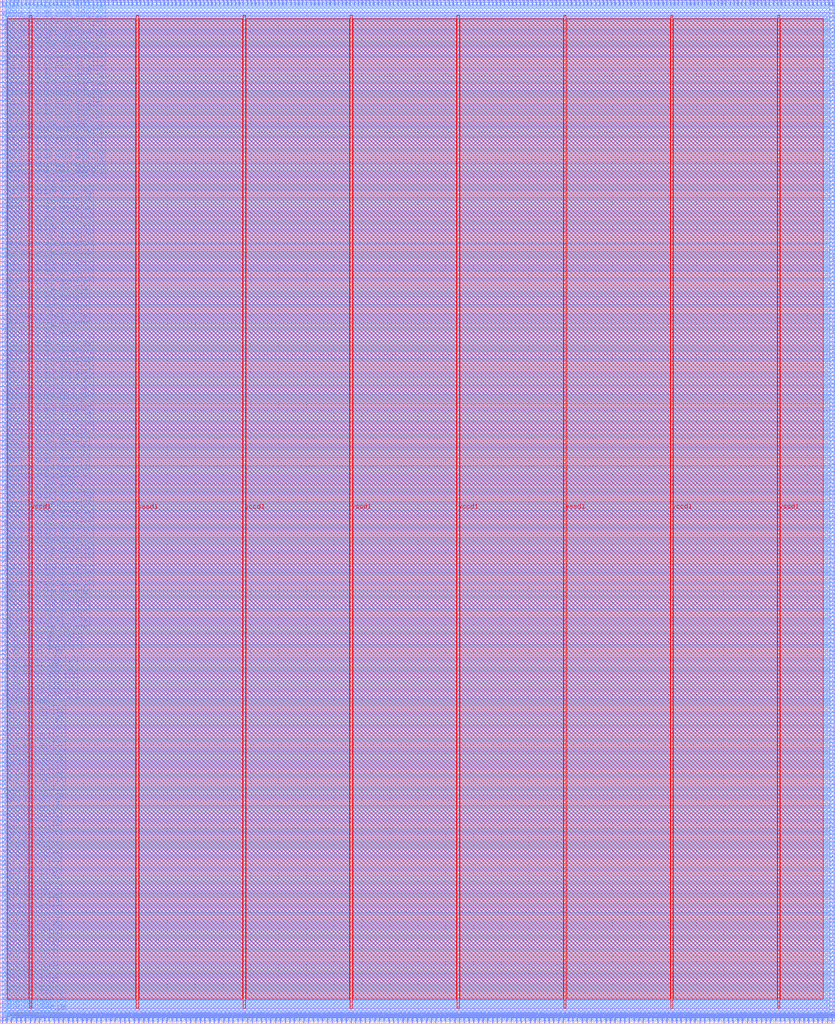
<source format=lef>
VERSION 5.7 ;
  NOWIREEXTENSIONATPIN ON ;
  DIVIDERCHAR "/" ;
  BUSBITCHARS "[]" ;
MACRO main_controller
  CLASS BLOCK ;
  FOREIGN main_controller ;
  ORIGIN 0.000 0.000 ;
  SIZE 600.000 BY 735.000 ;
  PIN agent_1_mem_ctrl_addr[0]
    DIRECTION INPUT ;
    USE SIGNAL ;
    PORT
      LAYER met3 ;
        RECT 596.000 445.440 600.000 446.040 ;
    END
  END agent_1_mem_ctrl_addr[0]
  PIN agent_1_mem_ctrl_addr[10]
    DIRECTION INPUT ;
    USE SIGNAL ;
    PORT
      LAYER met3 ;
        RECT 596.000 472.640 600.000 473.240 ;
    END
  END agent_1_mem_ctrl_addr[10]
  PIN agent_1_mem_ctrl_addr[11]
    DIRECTION INPUT ;
    USE SIGNAL ;
    PORT
      LAYER met3 ;
        RECT 596.000 475.360 600.000 475.960 ;
    END
  END agent_1_mem_ctrl_addr[11]
  PIN agent_1_mem_ctrl_addr[12]
    DIRECTION INPUT ;
    USE SIGNAL ;
    PORT
      LAYER met3 ;
        RECT 596.000 478.080 600.000 478.680 ;
    END
  END agent_1_mem_ctrl_addr[12]
  PIN agent_1_mem_ctrl_addr[13]
    DIRECTION INPUT ;
    USE SIGNAL ;
    PORT
      LAYER met3 ;
        RECT 596.000 480.800 600.000 481.400 ;
    END
  END agent_1_mem_ctrl_addr[13]
  PIN agent_1_mem_ctrl_addr[1]
    DIRECTION INPUT ;
    USE SIGNAL ;
    PORT
      LAYER met3 ;
        RECT 596.000 448.160 600.000 448.760 ;
    END
  END agent_1_mem_ctrl_addr[1]
  PIN agent_1_mem_ctrl_addr[2]
    DIRECTION INPUT ;
    USE SIGNAL ;
    PORT
      LAYER met3 ;
        RECT 596.000 450.880 600.000 451.480 ;
    END
  END agent_1_mem_ctrl_addr[2]
  PIN agent_1_mem_ctrl_addr[3]
    DIRECTION INPUT ;
    USE SIGNAL ;
    PORT
      LAYER met3 ;
        RECT 596.000 453.600 600.000 454.200 ;
    END
  END agent_1_mem_ctrl_addr[3]
  PIN agent_1_mem_ctrl_addr[4]
    DIRECTION INPUT ;
    USE SIGNAL ;
    PORT
      LAYER met3 ;
        RECT 596.000 456.320 600.000 456.920 ;
    END
  END agent_1_mem_ctrl_addr[4]
  PIN agent_1_mem_ctrl_addr[5]
    DIRECTION INPUT ;
    USE SIGNAL ;
    PORT
      LAYER met3 ;
        RECT 596.000 459.040 600.000 459.640 ;
    END
  END agent_1_mem_ctrl_addr[5]
  PIN agent_1_mem_ctrl_addr[6]
    DIRECTION INPUT ;
    USE SIGNAL ;
    PORT
      LAYER met3 ;
        RECT 596.000 461.760 600.000 462.360 ;
    END
  END agent_1_mem_ctrl_addr[6]
  PIN agent_1_mem_ctrl_addr[7]
    DIRECTION INPUT ;
    USE SIGNAL ;
    PORT
      LAYER met3 ;
        RECT 596.000 464.480 600.000 465.080 ;
    END
  END agent_1_mem_ctrl_addr[7]
  PIN agent_1_mem_ctrl_addr[8]
    DIRECTION INPUT ;
    USE SIGNAL ;
    PORT
      LAYER met3 ;
        RECT 596.000 467.200 600.000 467.800 ;
    END
  END agent_1_mem_ctrl_addr[8]
  PIN agent_1_mem_ctrl_addr[9]
    DIRECTION INPUT ;
    USE SIGNAL ;
    PORT
      LAYER met3 ;
        RECT 596.000 469.920 600.000 470.520 ;
    END
  END agent_1_mem_ctrl_addr[9]
  PIN agent_1_mem_ctrl_in[0]
    DIRECTION INPUT ;
    USE SIGNAL ;
    PORT
      LAYER met3 ;
        RECT 596.000 483.520 600.000 484.120 ;
    END
  END agent_1_mem_ctrl_in[0]
  PIN agent_1_mem_ctrl_in[10]
    DIRECTION INPUT ;
    USE SIGNAL ;
    PORT
      LAYER met3 ;
        RECT 596.000 511.400 600.000 512.000 ;
    END
  END agent_1_mem_ctrl_in[10]
  PIN agent_1_mem_ctrl_in[11]
    DIRECTION INPUT ;
    USE SIGNAL ;
    PORT
      LAYER met3 ;
        RECT 596.000 514.120 600.000 514.720 ;
    END
  END agent_1_mem_ctrl_in[11]
  PIN agent_1_mem_ctrl_in[12]
    DIRECTION INPUT ;
    USE SIGNAL ;
    PORT
      LAYER met3 ;
        RECT 596.000 516.840 600.000 517.440 ;
    END
  END agent_1_mem_ctrl_in[12]
  PIN agent_1_mem_ctrl_in[13]
    DIRECTION INPUT ;
    USE SIGNAL ;
    PORT
      LAYER met3 ;
        RECT 596.000 519.560 600.000 520.160 ;
    END
  END agent_1_mem_ctrl_in[13]
  PIN agent_1_mem_ctrl_in[14]
    DIRECTION INPUT ;
    USE SIGNAL ;
    PORT
      LAYER met3 ;
        RECT 596.000 522.280 600.000 522.880 ;
    END
  END agent_1_mem_ctrl_in[14]
  PIN agent_1_mem_ctrl_in[15]
    DIRECTION INPUT ;
    USE SIGNAL ;
    PORT
      LAYER met3 ;
        RECT 596.000 525.000 600.000 525.600 ;
    END
  END agent_1_mem_ctrl_in[15]
  PIN agent_1_mem_ctrl_in[16]
    DIRECTION INPUT ;
    USE SIGNAL ;
    PORT
      LAYER met3 ;
        RECT 596.000 527.720 600.000 528.320 ;
    END
  END agent_1_mem_ctrl_in[16]
  PIN agent_1_mem_ctrl_in[17]
    DIRECTION INPUT ;
    USE SIGNAL ;
    PORT
      LAYER met3 ;
        RECT 596.000 530.440 600.000 531.040 ;
    END
  END agent_1_mem_ctrl_in[17]
  PIN agent_1_mem_ctrl_in[18]
    DIRECTION INPUT ;
    USE SIGNAL ;
    PORT
      LAYER met3 ;
        RECT 596.000 533.160 600.000 533.760 ;
    END
  END agent_1_mem_ctrl_in[18]
  PIN agent_1_mem_ctrl_in[19]
    DIRECTION INPUT ;
    USE SIGNAL ;
    PORT
      LAYER met3 ;
        RECT 596.000 535.880 600.000 536.480 ;
    END
  END agent_1_mem_ctrl_in[19]
  PIN agent_1_mem_ctrl_in[1]
    DIRECTION INPUT ;
    USE SIGNAL ;
    PORT
      LAYER met3 ;
        RECT 596.000 486.240 600.000 486.840 ;
    END
  END agent_1_mem_ctrl_in[1]
  PIN agent_1_mem_ctrl_in[20]
    DIRECTION INPUT ;
    USE SIGNAL ;
    PORT
      LAYER met3 ;
        RECT 596.000 538.600 600.000 539.200 ;
    END
  END agent_1_mem_ctrl_in[20]
  PIN agent_1_mem_ctrl_in[21]
    DIRECTION INPUT ;
    USE SIGNAL ;
    PORT
      LAYER met3 ;
        RECT 596.000 541.320 600.000 541.920 ;
    END
  END agent_1_mem_ctrl_in[21]
  PIN agent_1_mem_ctrl_in[22]
    DIRECTION INPUT ;
    USE SIGNAL ;
    PORT
      LAYER met3 ;
        RECT 596.000 544.040 600.000 544.640 ;
    END
  END agent_1_mem_ctrl_in[22]
  PIN agent_1_mem_ctrl_in[23]
    DIRECTION INPUT ;
    USE SIGNAL ;
    PORT
      LAYER met3 ;
        RECT 596.000 546.760 600.000 547.360 ;
    END
  END agent_1_mem_ctrl_in[23]
  PIN agent_1_mem_ctrl_in[24]
    DIRECTION INPUT ;
    USE SIGNAL ;
    PORT
      LAYER met3 ;
        RECT 596.000 549.480 600.000 550.080 ;
    END
  END agent_1_mem_ctrl_in[24]
  PIN agent_1_mem_ctrl_in[25]
    DIRECTION INPUT ;
    USE SIGNAL ;
    PORT
      LAYER met3 ;
        RECT 596.000 552.200 600.000 552.800 ;
    END
  END agent_1_mem_ctrl_in[25]
  PIN agent_1_mem_ctrl_in[26]
    DIRECTION INPUT ;
    USE SIGNAL ;
    PORT
      LAYER met3 ;
        RECT 596.000 554.920 600.000 555.520 ;
    END
  END agent_1_mem_ctrl_in[26]
  PIN agent_1_mem_ctrl_in[27]
    DIRECTION INPUT ;
    USE SIGNAL ;
    PORT
      LAYER met3 ;
        RECT 596.000 557.640 600.000 558.240 ;
    END
  END agent_1_mem_ctrl_in[27]
  PIN agent_1_mem_ctrl_in[28]
    DIRECTION INPUT ;
    USE SIGNAL ;
    PORT
      LAYER met3 ;
        RECT 596.000 560.360 600.000 560.960 ;
    END
  END agent_1_mem_ctrl_in[28]
  PIN agent_1_mem_ctrl_in[29]
    DIRECTION INPUT ;
    USE SIGNAL ;
    PORT
      LAYER met3 ;
        RECT 596.000 563.080 600.000 563.680 ;
    END
  END agent_1_mem_ctrl_in[29]
  PIN agent_1_mem_ctrl_in[2]
    DIRECTION INPUT ;
    USE SIGNAL ;
    PORT
      LAYER met3 ;
        RECT 596.000 488.960 600.000 489.560 ;
    END
  END agent_1_mem_ctrl_in[2]
  PIN agent_1_mem_ctrl_in[30]
    DIRECTION INPUT ;
    USE SIGNAL ;
    PORT
      LAYER met3 ;
        RECT 596.000 565.800 600.000 566.400 ;
    END
  END agent_1_mem_ctrl_in[30]
  PIN agent_1_mem_ctrl_in[31]
    DIRECTION INPUT ;
    USE SIGNAL ;
    PORT
      LAYER met3 ;
        RECT 596.000 568.520 600.000 569.120 ;
    END
  END agent_1_mem_ctrl_in[31]
  PIN agent_1_mem_ctrl_in[3]
    DIRECTION INPUT ;
    USE SIGNAL ;
    PORT
      LAYER met3 ;
        RECT 596.000 492.360 600.000 492.960 ;
    END
  END agent_1_mem_ctrl_in[3]
  PIN agent_1_mem_ctrl_in[4]
    DIRECTION INPUT ;
    USE SIGNAL ;
    PORT
      LAYER met3 ;
        RECT 596.000 495.080 600.000 495.680 ;
    END
  END agent_1_mem_ctrl_in[4]
  PIN agent_1_mem_ctrl_in[5]
    DIRECTION INPUT ;
    USE SIGNAL ;
    PORT
      LAYER met3 ;
        RECT 596.000 497.800 600.000 498.400 ;
    END
  END agent_1_mem_ctrl_in[5]
  PIN agent_1_mem_ctrl_in[6]
    DIRECTION INPUT ;
    USE SIGNAL ;
    PORT
      LAYER met3 ;
        RECT 596.000 500.520 600.000 501.120 ;
    END
  END agent_1_mem_ctrl_in[6]
  PIN agent_1_mem_ctrl_in[7]
    DIRECTION INPUT ;
    USE SIGNAL ;
    PORT
      LAYER met3 ;
        RECT 596.000 503.240 600.000 503.840 ;
    END
  END agent_1_mem_ctrl_in[7]
  PIN agent_1_mem_ctrl_in[8]
    DIRECTION INPUT ;
    USE SIGNAL ;
    PORT
      LAYER met3 ;
        RECT 596.000 505.960 600.000 506.560 ;
    END
  END agent_1_mem_ctrl_in[8]
  PIN agent_1_mem_ctrl_in[9]
    DIRECTION INPUT ;
    USE SIGNAL ;
    PORT
      LAYER met3 ;
        RECT 596.000 508.680 600.000 509.280 ;
    END
  END agent_1_mem_ctrl_in[9]
  PIN agent_1_mem_ctrl_out[0]
    DIRECTION OUTPUT TRISTATE ;
    USE SIGNAL ;
    PORT
      LAYER met3 ;
        RECT 596.000 571.240 600.000 571.840 ;
    END
  END agent_1_mem_ctrl_out[0]
  PIN agent_1_mem_ctrl_out[10]
    DIRECTION OUTPUT TRISTATE ;
    USE SIGNAL ;
    PORT
      LAYER met3 ;
        RECT 596.000 599.120 600.000 599.720 ;
    END
  END agent_1_mem_ctrl_out[10]
  PIN agent_1_mem_ctrl_out[11]
    DIRECTION OUTPUT TRISTATE ;
    USE SIGNAL ;
    PORT
      LAYER met3 ;
        RECT 596.000 601.840 600.000 602.440 ;
    END
  END agent_1_mem_ctrl_out[11]
  PIN agent_1_mem_ctrl_out[12]
    DIRECTION OUTPUT TRISTATE ;
    USE SIGNAL ;
    PORT
      LAYER met3 ;
        RECT 596.000 604.560 600.000 605.160 ;
    END
  END agent_1_mem_ctrl_out[12]
  PIN agent_1_mem_ctrl_out[13]
    DIRECTION OUTPUT TRISTATE ;
    USE SIGNAL ;
    PORT
      LAYER met3 ;
        RECT 596.000 607.280 600.000 607.880 ;
    END
  END agent_1_mem_ctrl_out[13]
  PIN agent_1_mem_ctrl_out[14]
    DIRECTION OUTPUT TRISTATE ;
    USE SIGNAL ;
    PORT
      LAYER met3 ;
        RECT 596.000 610.000 600.000 610.600 ;
    END
  END agent_1_mem_ctrl_out[14]
  PIN agent_1_mem_ctrl_out[15]
    DIRECTION OUTPUT TRISTATE ;
    USE SIGNAL ;
    PORT
      LAYER met3 ;
        RECT 596.000 612.720 600.000 613.320 ;
    END
  END agent_1_mem_ctrl_out[15]
  PIN agent_1_mem_ctrl_out[16]
    DIRECTION OUTPUT TRISTATE ;
    USE SIGNAL ;
    PORT
      LAYER met3 ;
        RECT 596.000 615.440 600.000 616.040 ;
    END
  END agent_1_mem_ctrl_out[16]
  PIN agent_1_mem_ctrl_out[17]
    DIRECTION OUTPUT TRISTATE ;
    USE SIGNAL ;
    PORT
      LAYER met3 ;
        RECT 596.000 618.160 600.000 618.760 ;
    END
  END agent_1_mem_ctrl_out[17]
  PIN agent_1_mem_ctrl_out[18]
    DIRECTION OUTPUT TRISTATE ;
    USE SIGNAL ;
    PORT
      LAYER met3 ;
        RECT 596.000 620.880 600.000 621.480 ;
    END
  END agent_1_mem_ctrl_out[18]
  PIN agent_1_mem_ctrl_out[19]
    DIRECTION OUTPUT TRISTATE ;
    USE SIGNAL ;
    PORT
      LAYER met3 ;
        RECT 596.000 623.600 600.000 624.200 ;
    END
  END agent_1_mem_ctrl_out[19]
  PIN agent_1_mem_ctrl_out[1]
    DIRECTION OUTPUT TRISTATE ;
    USE SIGNAL ;
    PORT
      LAYER met3 ;
        RECT 596.000 574.640 600.000 575.240 ;
    END
  END agent_1_mem_ctrl_out[1]
  PIN agent_1_mem_ctrl_out[20]
    DIRECTION OUTPUT TRISTATE ;
    USE SIGNAL ;
    PORT
      LAYER met3 ;
        RECT 596.000 626.320 600.000 626.920 ;
    END
  END agent_1_mem_ctrl_out[20]
  PIN agent_1_mem_ctrl_out[21]
    DIRECTION OUTPUT TRISTATE ;
    USE SIGNAL ;
    PORT
      LAYER met3 ;
        RECT 596.000 629.040 600.000 629.640 ;
    END
  END agent_1_mem_ctrl_out[21]
  PIN agent_1_mem_ctrl_out[22]
    DIRECTION OUTPUT TRISTATE ;
    USE SIGNAL ;
    PORT
      LAYER met3 ;
        RECT 596.000 631.760 600.000 632.360 ;
    END
  END agent_1_mem_ctrl_out[22]
  PIN agent_1_mem_ctrl_out[23]
    DIRECTION OUTPUT TRISTATE ;
    USE SIGNAL ;
    PORT
      LAYER met3 ;
        RECT 596.000 634.480 600.000 635.080 ;
    END
  END agent_1_mem_ctrl_out[23]
  PIN agent_1_mem_ctrl_out[24]
    DIRECTION OUTPUT TRISTATE ;
    USE SIGNAL ;
    PORT
      LAYER met3 ;
        RECT 596.000 637.200 600.000 637.800 ;
    END
  END agent_1_mem_ctrl_out[24]
  PIN agent_1_mem_ctrl_out[25]
    DIRECTION OUTPUT TRISTATE ;
    USE SIGNAL ;
    PORT
      LAYER met3 ;
        RECT 596.000 639.920 600.000 640.520 ;
    END
  END agent_1_mem_ctrl_out[25]
  PIN agent_1_mem_ctrl_out[26]
    DIRECTION OUTPUT TRISTATE ;
    USE SIGNAL ;
    PORT
      LAYER met3 ;
        RECT 596.000 642.640 600.000 643.240 ;
    END
  END agent_1_mem_ctrl_out[26]
  PIN agent_1_mem_ctrl_out[27]
    DIRECTION OUTPUT TRISTATE ;
    USE SIGNAL ;
    PORT
      LAYER met3 ;
        RECT 596.000 645.360 600.000 645.960 ;
    END
  END agent_1_mem_ctrl_out[27]
  PIN agent_1_mem_ctrl_out[28]
    DIRECTION OUTPUT TRISTATE ;
    USE SIGNAL ;
    PORT
      LAYER met3 ;
        RECT 596.000 648.080 600.000 648.680 ;
    END
  END agent_1_mem_ctrl_out[28]
  PIN agent_1_mem_ctrl_out[29]
    DIRECTION OUTPUT TRISTATE ;
    USE SIGNAL ;
    PORT
      LAYER met3 ;
        RECT 596.000 650.800 600.000 651.400 ;
    END
  END agent_1_mem_ctrl_out[29]
  PIN agent_1_mem_ctrl_out[2]
    DIRECTION OUTPUT TRISTATE ;
    USE SIGNAL ;
    PORT
      LAYER met3 ;
        RECT 596.000 577.360 600.000 577.960 ;
    END
  END agent_1_mem_ctrl_out[2]
  PIN agent_1_mem_ctrl_out[30]
    DIRECTION OUTPUT TRISTATE ;
    USE SIGNAL ;
    PORT
      LAYER met3 ;
        RECT 596.000 653.520 600.000 654.120 ;
    END
  END agent_1_mem_ctrl_out[30]
  PIN agent_1_mem_ctrl_out[31]
    DIRECTION OUTPUT TRISTATE ;
    USE SIGNAL ;
    PORT
      LAYER met3 ;
        RECT 596.000 656.920 600.000 657.520 ;
    END
  END agent_1_mem_ctrl_out[31]
  PIN agent_1_mem_ctrl_out[3]
    DIRECTION OUTPUT TRISTATE ;
    USE SIGNAL ;
    PORT
      LAYER met3 ;
        RECT 596.000 580.080 600.000 580.680 ;
    END
  END agent_1_mem_ctrl_out[3]
  PIN agent_1_mem_ctrl_out[4]
    DIRECTION OUTPUT TRISTATE ;
    USE SIGNAL ;
    PORT
      LAYER met3 ;
        RECT 596.000 582.800 600.000 583.400 ;
    END
  END agent_1_mem_ctrl_out[4]
  PIN agent_1_mem_ctrl_out[5]
    DIRECTION OUTPUT TRISTATE ;
    USE SIGNAL ;
    PORT
      LAYER met3 ;
        RECT 596.000 585.520 600.000 586.120 ;
    END
  END agent_1_mem_ctrl_out[5]
  PIN agent_1_mem_ctrl_out[6]
    DIRECTION OUTPUT TRISTATE ;
    USE SIGNAL ;
    PORT
      LAYER met3 ;
        RECT 596.000 588.240 600.000 588.840 ;
    END
  END agent_1_mem_ctrl_out[6]
  PIN agent_1_mem_ctrl_out[7]
    DIRECTION OUTPUT TRISTATE ;
    USE SIGNAL ;
    PORT
      LAYER met3 ;
        RECT 596.000 590.960 600.000 591.560 ;
    END
  END agent_1_mem_ctrl_out[7]
  PIN agent_1_mem_ctrl_out[8]
    DIRECTION OUTPUT TRISTATE ;
    USE SIGNAL ;
    PORT
      LAYER met3 ;
        RECT 596.000 593.680 600.000 594.280 ;
    END
  END agent_1_mem_ctrl_out[8]
  PIN agent_1_mem_ctrl_out[9]
    DIRECTION OUTPUT TRISTATE ;
    USE SIGNAL ;
    PORT
      LAYER met3 ;
        RECT 596.000 596.400 600.000 597.000 ;
    END
  END agent_1_mem_ctrl_out[9]
  PIN agent_1_mem_ctrl_req
    DIRECTION INPUT ;
    USE SIGNAL ;
    PORT
      LAYER met3 ;
        RECT 596.000 659.640 600.000 660.240 ;
    END
  END agent_1_mem_ctrl_req
  PIN agent_1_mem_ctrl_vld
    DIRECTION OUTPUT TRISTATE ;
    USE SIGNAL ;
    PORT
      LAYER met3 ;
        RECT 596.000 662.360 600.000 662.960 ;
    END
  END agent_1_mem_ctrl_vld
  PIN agent_1_mem_ctrl_we
    DIRECTION INPUT ;
    USE SIGNAL ;
    PORT
      LAYER met3 ;
        RECT 596.000 665.080 600.000 665.680 ;
    END
  END agent_1_mem_ctrl_we
  PIN agent_1_sram0_csb0
    DIRECTION OUTPUT TRISTATE ;
    USE SIGNAL ;
    PORT
      LAYER met3 ;
        RECT 0.000 276.800 4.000 277.400 ;
    END
  END agent_1_sram0_csb0
  PIN agent_1_sram0_dout0[0]
    DIRECTION INPUT ;
    USE SIGNAL ;
    PORT
      LAYER met3 ;
        RECT 0.000 280.200 4.000 280.800 ;
    END
  END agent_1_sram0_dout0[0]
  PIN agent_1_sram0_dout0[10]
    DIRECTION INPUT ;
    USE SIGNAL ;
    PORT
      LAYER met3 ;
        RECT 0.000 312.160 4.000 312.760 ;
    END
  END agent_1_sram0_dout0[10]
  PIN agent_1_sram0_dout0[11]
    DIRECTION INPUT ;
    USE SIGNAL ;
    PORT
      LAYER met3 ;
        RECT 0.000 315.560 4.000 316.160 ;
    END
  END agent_1_sram0_dout0[11]
  PIN agent_1_sram0_dout0[12]
    DIRECTION INPUT ;
    USE SIGNAL ;
    PORT
      LAYER met3 ;
        RECT 0.000 318.960 4.000 319.560 ;
    END
  END agent_1_sram0_dout0[12]
  PIN agent_1_sram0_dout0[13]
    DIRECTION INPUT ;
    USE SIGNAL ;
    PORT
      LAYER met3 ;
        RECT 0.000 322.360 4.000 322.960 ;
    END
  END agent_1_sram0_dout0[13]
  PIN agent_1_sram0_dout0[14]
    DIRECTION INPUT ;
    USE SIGNAL ;
    PORT
      LAYER met3 ;
        RECT 0.000 325.080 4.000 325.680 ;
    END
  END agent_1_sram0_dout0[14]
  PIN agent_1_sram0_dout0[15]
    DIRECTION INPUT ;
    USE SIGNAL ;
    PORT
      LAYER met3 ;
        RECT 0.000 328.480 4.000 329.080 ;
    END
  END agent_1_sram0_dout0[15]
  PIN agent_1_sram0_dout0[16]
    DIRECTION INPUT ;
    USE SIGNAL ;
    PORT
      LAYER met3 ;
        RECT 0.000 331.880 4.000 332.480 ;
    END
  END agent_1_sram0_dout0[16]
  PIN agent_1_sram0_dout0[17]
    DIRECTION INPUT ;
    USE SIGNAL ;
    PORT
      LAYER met3 ;
        RECT 0.000 334.600 4.000 335.200 ;
    END
  END agent_1_sram0_dout0[17]
  PIN agent_1_sram0_dout0[18]
    DIRECTION INPUT ;
    USE SIGNAL ;
    PORT
      LAYER met3 ;
        RECT 0.000 338.000 4.000 338.600 ;
    END
  END agent_1_sram0_dout0[18]
  PIN agent_1_sram0_dout0[19]
    DIRECTION INPUT ;
    USE SIGNAL ;
    PORT
      LAYER met3 ;
        RECT 0.000 341.400 4.000 342.000 ;
    END
  END agent_1_sram0_dout0[19]
  PIN agent_1_sram0_dout0[1]
    DIRECTION INPUT ;
    USE SIGNAL ;
    PORT
      LAYER met3 ;
        RECT 0.000 283.600 4.000 284.200 ;
    END
  END agent_1_sram0_dout0[1]
  PIN agent_1_sram0_dout0[20]
    DIRECTION INPUT ;
    USE SIGNAL ;
    PORT
      LAYER met3 ;
        RECT 0.000 344.800 4.000 345.400 ;
    END
  END agent_1_sram0_dout0[20]
  PIN agent_1_sram0_dout0[21]
    DIRECTION INPUT ;
    USE SIGNAL ;
    PORT
      LAYER met3 ;
        RECT 0.000 347.520 4.000 348.120 ;
    END
  END agent_1_sram0_dout0[21]
  PIN agent_1_sram0_dout0[22]
    DIRECTION INPUT ;
    USE SIGNAL ;
    PORT
      LAYER met3 ;
        RECT 0.000 350.920 4.000 351.520 ;
    END
  END agent_1_sram0_dout0[22]
  PIN agent_1_sram0_dout0[23]
    DIRECTION INPUT ;
    USE SIGNAL ;
    PORT
      LAYER met3 ;
        RECT 0.000 354.320 4.000 354.920 ;
    END
  END agent_1_sram0_dout0[23]
  PIN agent_1_sram0_dout0[24]
    DIRECTION INPUT ;
    USE SIGNAL ;
    PORT
      LAYER met3 ;
        RECT 0.000 357.040 4.000 357.640 ;
    END
  END agent_1_sram0_dout0[24]
  PIN agent_1_sram0_dout0[25]
    DIRECTION INPUT ;
    USE SIGNAL ;
    PORT
      LAYER met3 ;
        RECT 0.000 360.440 4.000 361.040 ;
    END
  END agent_1_sram0_dout0[25]
  PIN agent_1_sram0_dout0[26]
    DIRECTION INPUT ;
    USE SIGNAL ;
    PORT
      LAYER met3 ;
        RECT 0.000 363.840 4.000 364.440 ;
    END
  END agent_1_sram0_dout0[26]
  PIN agent_1_sram0_dout0[27]
    DIRECTION INPUT ;
    USE SIGNAL ;
    PORT
      LAYER met3 ;
        RECT 0.000 367.240 4.000 367.840 ;
    END
  END agent_1_sram0_dout0[27]
  PIN agent_1_sram0_dout0[28]
    DIRECTION INPUT ;
    USE SIGNAL ;
    PORT
      LAYER met3 ;
        RECT 0.000 369.960 4.000 370.560 ;
    END
  END agent_1_sram0_dout0[28]
  PIN agent_1_sram0_dout0[29]
    DIRECTION INPUT ;
    USE SIGNAL ;
    PORT
      LAYER met3 ;
        RECT 0.000 373.360 4.000 373.960 ;
    END
  END agent_1_sram0_dout0[29]
  PIN agent_1_sram0_dout0[2]
    DIRECTION INPUT ;
    USE SIGNAL ;
    PORT
      LAYER met3 ;
        RECT 0.000 287.000 4.000 287.600 ;
    END
  END agent_1_sram0_dout0[2]
  PIN agent_1_sram0_dout0[30]
    DIRECTION INPUT ;
    USE SIGNAL ;
    PORT
      LAYER met3 ;
        RECT 0.000 376.760 4.000 377.360 ;
    END
  END agent_1_sram0_dout0[30]
  PIN agent_1_sram0_dout0[31]
    DIRECTION INPUT ;
    USE SIGNAL ;
    PORT
      LAYER met3 ;
        RECT 0.000 380.160 4.000 380.760 ;
    END
  END agent_1_sram0_dout0[31]
  PIN agent_1_sram0_dout0[3]
    DIRECTION INPUT ;
    USE SIGNAL ;
    PORT
      LAYER met3 ;
        RECT 0.000 289.720 4.000 290.320 ;
    END
  END agent_1_sram0_dout0[3]
  PIN agent_1_sram0_dout0[4]
    DIRECTION INPUT ;
    USE SIGNAL ;
    PORT
      LAYER met3 ;
        RECT 0.000 293.120 4.000 293.720 ;
    END
  END agent_1_sram0_dout0[4]
  PIN agent_1_sram0_dout0[5]
    DIRECTION INPUT ;
    USE SIGNAL ;
    PORT
      LAYER met3 ;
        RECT 0.000 296.520 4.000 297.120 ;
    END
  END agent_1_sram0_dout0[5]
  PIN agent_1_sram0_dout0[6]
    DIRECTION INPUT ;
    USE SIGNAL ;
    PORT
      LAYER met3 ;
        RECT 0.000 299.920 4.000 300.520 ;
    END
  END agent_1_sram0_dout0[6]
  PIN agent_1_sram0_dout0[7]
    DIRECTION INPUT ;
    USE SIGNAL ;
    PORT
      LAYER met3 ;
        RECT 0.000 302.640 4.000 303.240 ;
    END
  END agent_1_sram0_dout0[7]
  PIN agent_1_sram0_dout0[8]
    DIRECTION INPUT ;
    USE SIGNAL ;
    PORT
      LAYER met3 ;
        RECT 0.000 306.040 4.000 306.640 ;
    END
  END agent_1_sram0_dout0[8]
  PIN agent_1_sram0_dout0[9]
    DIRECTION INPUT ;
    USE SIGNAL ;
    PORT
      LAYER met3 ;
        RECT 0.000 309.440 4.000 310.040 ;
    END
  END agent_1_sram0_dout0[9]
  PIN agent_1_sram0_web0
    DIRECTION OUTPUT TRISTATE ;
    USE SIGNAL ;
    PORT
      LAYER met3 ;
        RECT 0.000 382.880 4.000 383.480 ;
    END
  END agent_1_sram0_web0
  PIN agent_1_sram1_csb0
    DIRECTION OUTPUT TRISTATE ;
    USE SIGNAL ;
    PORT
      LAYER met3 ;
        RECT 0.000 386.280 4.000 386.880 ;
    END
  END agent_1_sram1_csb0
  PIN agent_1_sram1_dout0[0]
    DIRECTION INPUT ;
    USE SIGNAL ;
    PORT
      LAYER met3 ;
        RECT 0.000 389.680 4.000 390.280 ;
    END
  END agent_1_sram1_dout0[0]
  PIN agent_1_sram1_dout0[10]
    DIRECTION INPUT ;
    USE SIGNAL ;
    PORT
      LAYER met3 ;
        RECT 0.000 421.640 4.000 422.240 ;
    END
  END agent_1_sram1_dout0[10]
  PIN agent_1_sram1_dout0[11]
    DIRECTION INPUT ;
    USE SIGNAL ;
    PORT
      LAYER met3 ;
        RECT 0.000 425.040 4.000 425.640 ;
    END
  END agent_1_sram1_dout0[11]
  PIN agent_1_sram1_dout0[12]
    DIRECTION INPUT ;
    USE SIGNAL ;
    PORT
      LAYER met3 ;
        RECT 0.000 427.760 4.000 428.360 ;
    END
  END agent_1_sram1_dout0[12]
  PIN agent_1_sram1_dout0[13]
    DIRECTION INPUT ;
    USE SIGNAL ;
    PORT
      LAYER met3 ;
        RECT 0.000 431.160 4.000 431.760 ;
    END
  END agent_1_sram1_dout0[13]
  PIN agent_1_sram1_dout0[14]
    DIRECTION INPUT ;
    USE SIGNAL ;
    PORT
      LAYER met3 ;
        RECT 0.000 434.560 4.000 435.160 ;
    END
  END agent_1_sram1_dout0[14]
  PIN agent_1_sram1_dout0[15]
    DIRECTION INPUT ;
    USE SIGNAL ;
    PORT
      LAYER met3 ;
        RECT 0.000 437.280 4.000 437.880 ;
    END
  END agent_1_sram1_dout0[15]
  PIN agent_1_sram1_dout0[16]
    DIRECTION INPUT ;
    USE SIGNAL ;
    PORT
      LAYER met3 ;
        RECT 0.000 440.680 4.000 441.280 ;
    END
  END agent_1_sram1_dout0[16]
  PIN agent_1_sram1_dout0[17]
    DIRECTION INPUT ;
    USE SIGNAL ;
    PORT
      LAYER met3 ;
        RECT 0.000 444.080 4.000 444.680 ;
    END
  END agent_1_sram1_dout0[17]
  PIN agent_1_sram1_dout0[18]
    DIRECTION INPUT ;
    USE SIGNAL ;
    PORT
      LAYER met3 ;
        RECT 0.000 447.480 4.000 448.080 ;
    END
  END agent_1_sram1_dout0[18]
  PIN agent_1_sram1_dout0[19]
    DIRECTION INPUT ;
    USE SIGNAL ;
    PORT
      LAYER met3 ;
        RECT 0.000 450.200 4.000 450.800 ;
    END
  END agent_1_sram1_dout0[19]
  PIN agent_1_sram1_dout0[1]
    DIRECTION INPUT ;
    USE SIGNAL ;
    PORT
      LAYER met3 ;
        RECT 0.000 392.400 4.000 393.000 ;
    END
  END agent_1_sram1_dout0[1]
  PIN agent_1_sram1_dout0[20]
    DIRECTION INPUT ;
    USE SIGNAL ;
    PORT
      LAYER met3 ;
        RECT 0.000 453.600 4.000 454.200 ;
    END
  END agent_1_sram1_dout0[20]
  PIN agent_1_sram1_dout0[21]
    DIRECTION INPUT ;
    USE SIGNAL ;
    PORT
      LAYER met3 ;
        RECT 0.000 457.000 4.000 457.600 ;
    END
  END agent_1_sram1_dout0[21]
  PIN agent_1_sram1_dout0[22]
    DIRECTION INPUT ;
    USE SIGNAL ;
    PORT
      LAYER met3 ;
        RECT 0.000 460.400 4.000 461.000 ;
    END
  END agent_1_sram1_dout0[22]
  PIN agent_1_sram1_dout0[23]
    DIRECTION INPUT ;
    USE SIGNAL ;
    PORT
      LAYER met3 ;
        RECT 0.000 463.120 4.000 463.720 ;
    END
  END agent_1_sram1_dout0[23]
  PIN agent_1_sram1_dout0[24]
    DIRECTION INPUT ;
    USE SIGNAL ;
    PORT
      LAYER met3 ;
        RECT 0.000 466.520 4.000 467.120 ;
    END
  END agent_1_sram1_dout0[24]
  PIN agent_1_sram1_dout0[25]
    DIRECTION INPUT ;
    USE SIGNAL ;
    PORT
      LAYER met3 ;
        RECT 0.000 469.920 4.000 470.520 ;
    END
  END agent_1_sram1_dout0[25]
  PIN agent_1_sram1_dout0[26]
    DIRECTION INPUT ;
    USE SIGNAL ;
    PORT
      LAYER met3 ;
        RECT 0.000 472.640 4.000 473.240 ;
    END
  END agent_1_sram1_dout0[26]
  PIN agent_1_sram1_dout0[27]
    DIRECTION INPUT ;
    USE SIGNAL ;
    PORT
      LAYER met3 ;
        RECT 0.000 476.040 4.000 476.640 ;
    END
  END agent_1_sram1_dout0[27]
  PIN agent_1_sram1_dout0[28]
    DIRECTION INPUT ;
    USE SIGNAL ;
    PORT
      LAYER met3 ;
        RECT 0.000 479.440 4.000 480.040 ;
    END
  END agent_1_sram1_dout0[28]
  PIN agent_1_sram1_dout0[29]
    DIRECTION INPUT ;
    USE SIGNAL ;
    PORT
      LAYER met3 ;
        RECT 0.000 482.840 4.000 483.440 ;
    END
  END agent_1_sram1_dout0[29]
  PIN agent_1_sram1_dout0[2]
    DIRECTION INPUT ;
    USE SIGNAL ;
    PORT
      LAYER met3 ;
        RECT 0.000 395.800 4.000 396.400 ;
    END
  END agent_1_sram1_dout0[2]
  PIN agent_1_sram1_dout0[30]
    DIRECTION INPUT ;
    USE SIGNAL ;
    PORT
      LAYER met3 ;
        RECT 0.000 485.560 4.000 486.160 ;
    END
  END agent_1_sram1_dout0[30]
  PIN agent_1_sram1_dout0[31]
    DIRECTION INPUT ;
    USE SIGNAL ;
    PORT
      LAYER met3 ;
        RECT 0.000 488.960 4.000 489.560 ;
    END
  END agent_1_sram1_dout0[31]
  PIN agent_1_sram1_dout0[3]
    DIRECTION INPUT ;
    USE SIGNAL ;
    PORT
      LAYER met3 ;
        RECT 0.000 399.200 4.000 399.800 ;
    END
  END agent_1_sram1_dout0[3]
  PIN agent_1_sram1_dout0[4]
    DIRECTION INPUT ;
    USE SIGNAL ;
    PORT
      LAYER met3 ;
        RECT 0.000 402.600 4.000 403.200 ;
    END
  END agent_1_sram1_dout0[4]
  PIN agent_1_sram1_dout0[5]
    DIRECTION INPUT ;
    USE SIGNAL ;
    PORT
      LAYER met3 ;
        RECT 0.000 405.320 4.000 405.920 ;
    END
  END agent_1_sram1_dout0[5]
  PIN agent_1_sram1_dout0[6]
    DIRECTION INPUT ;
    USE SIGNAL ;
    PORT
      LAYER met3 ;
        RECT 0.000 408.720 4.000 409.320 ;
    END
  END agent_1_sram1_dout0[6]
  PIN agent_1_sram1_dout0[7]
    DIRECTION INPUT ;
    USE SIGNAL ;
    PORT
      LAYER met3 ;
        RECT 0.000 412.120 4.000 412.720 ;
    END
  END agent_1_sram1_dout0[7]
  PIN agent_1_sram1_dout0[8]
    DIRECTION INPUT ;
    USE SIGNAL ;
    PORT
      LAYER met3 ;
        RECT 0.000 414.840 4.000 415.440 ;
    END
  END agent_1_sram1_dout0[8]
  PIN agent_1_sram1_dout0[9]
    DIRECTION INPUT ;
    USE SIGNAL ;
    PORT
      LAYER met3 ;
        RECT 0.000 418.240 4.000 418.840 ;
    END
  END agent_1_sram1_dout0[9]
  PIN agent_1_sram1_web0
    DIRECTION OUTPUT TRISTATE ;
    USE SIGNAL ;
    PORT
      LAYER met3 ;
        RECT 0.000 492.360 4.000 492.960 ;
    END
  END agent_1_sram1_web0
  PIN agent_1_sram2_csb0
    DIRECTION OUTPUT TRISTATE ;
    USE SIGNAL ;
    PORT
      LAYER met3 ;
        RECT 0.000 495.080 4.000 495.680 ;
    END
  END agent_1_sram2_csb0
  PIN agent_1_sram2_dout0[0]
    DIRECTION INPUT ;
    USE SIGNAL ;
    PORT
      LAYER met3 ;
        RECT 0.000 498.480 4.000 499.080 ;
    END
  END agent_1_sram2_dout0[0]
  PIN agent_1_sram2_dout0[10]
    DIRECTION INPUT ;
    USE SIGNAL ;
    PORT
      LAYER met3 ;
        RECT 0.000 530.440 4.000 531.040 ;
    END
  END agent_1_sram2_dout0[10]
  PIN agent_1_sram2_dout0[11]
    DIRECTION INPUT ;
    USE SIGNAL ;
    PORT
      LAYER met3 ;
        RECT 0.000 533.840 4.000 534.440 ;
    END
  END agent_1_sram2_dout0[11]
  PIN agent_1_sram2_dout0[12]
    DIRECTION INPUT ;
    USE SIGNAL ;
    PORT
      LAYER met3 ;
        RECT 0.000 537.240 4.000 537.840 ;
    END
  END agent_1_sram2_dout0[12]
  PIN agent_1_sram2_dout0[13]
    DIRECTION INPUT ;
    USE SIGNAL ;
    PORT
      LAYER met3 ;
        RECT 0.000 540.640 4.000 541.240 ;
    END
  END agent_1_sram2_dout0[13]
  PIN agent_1_sram2_dout0[14]
    DIRECTION INPUT ;
    USE SIGNAL ;
    PORT
      LAYER met3 ;
        RECT 0.000 543.360 4.000 543.960 ;
    END
  END agent_1_sram2_dout0[14]
  PIN agent_1_sram2_dout0[15]
    DIRECTION INPUT ;
    USE SIGNAL ;
    PORT
      LAYER met3 ;
        RECT 0.000 546.760 4.000 547.360 ;
    END
  END agent_1_sram2_dout0[15]
  PIN agent_1_sram2_dout0[16]
    DIRECTION INPUT ;
    USE SIGNAL ;
    PORT
      LAYER met3 ;
        RECT 0.000 550.160 4.000 550.760 ;
    END
  END agent_1_sram2_dout0[16]
  PIN agent_1_sram2_dout0[17]
    DIRECTION INPUT ;
    USE SIGNAL ;
    PORT
      LAYER met3 ;
        RECT 0.000 552.880 4.000 553.480 ;
    END
  END agent_1_sram2_dout0[17]
  PIN agent_1_sram2_dout0[18]
    DIRECTION INPUT ;
    USE SIGNAL ;
    PORT
      LAYER met3 ;
        RECT 0.000 556.280 4.000 556.880 ;
    END
  END agent_1_sram2_dout0[18]
  PIN agent_1_sram2_dout0[19]
    DIRECTION INPUT ;
    USE SIGNAL ;
    PORT
      LAYER met3 ;
        RECT 0.000 559.680 4.000 560.280 ;
    END
  END agent_1_sram2_dout0[19]
  PIN agent_1_sram2_dout0[1]
    DIRECTION INPUT ;
    USE SIGNAL ;
    PORT
      LAYER met3 ;
        RECT 0.000 501.880 4.000 502.480 ;
    END
  END agent_1_sram2_dout0[1]
  PIN agent_1_sram2_dout0[20]
    DIRECTION INPUT ;
    USE SIGNAL ;
    PORT
      LAYER met3 ;
        RECT 0.000 563.080 4.000 563.680 ;
    END
  END agent_1_sram2_dout0[20]
  PIN agent_1_sram2_dout0[21]
    DIRECTION INPUT ;
    USE SIGNAL ;
    PORT
      LAYER met3 ;
        RECT 0.000 565.800 4.000 566.400 ;
    END
  END agent_1_sram2_dout0[21]
  PIN agent_1_sram2_dout0[22]
    DIRECTION INPUT ;
    USE SIGNAL ;
    PORT
      LAYER met3 ;
        RECT 0.000 569.200 4.000 569.800 ;
    END
  END agent_1_sram2_dout0[22]
  PIN agent_1_sram2_dout0[23]
    DIRECTION INPUT ;
    USE SIGNAL ;
    PORT
      LAYER met3 ;
        RECT 0.000 572.600 4.000 573.200 ;
    END
  END agent_1_sram2_dout0[23]
  PIN agent_1_sram2_dout0[24]
    DIRECTION INPUT ;
    USE SIGNAL ;
    PORT
      LAYER met3 ;
        RECT 0.000 575.320 4.000 575.920 ;
    END
  END agent_1_sram2_dout0[24]
  PIN agent_1_sram2_dout0[25]
    DIRECTION INPUT ;
    USE SIGNAL ;
    PORT
      LAYER met3 ;
        RECT 0.000 578.720 4.000 579.320 ;
    END
  END agent_1_sram2_dout0[25]
  PIN agent_1_sram2_dout0[26]
    DIRECTION INPUT ;
    USE SIGNAL ;
    PORT
      LAYER met3 ;
        RECT 0.000 582.120 4.000 582.720 ;
    END
  END agent_1_sram2_dout0[26]
  PIN agent_1_sram2_dout0[27]
    DIRECTION INPUT ;
    USE SIGNAL ;
    PORT
      LAYER met3 ;
        RECT 0.000 585.520 4.000 586.120 ;
    END
  END agent_1_sram2_dout0[27]
  PIN agent_1_sram2_dout0[28]
    DIRECTION INPUT ;
    USE SIGNAL ;
    PORT
      LAYER met3 ;
        RECT 0.000 588.240 4.000 588.840 ;
    END
  END agent_1_sram2_dout0[28]
  PIN agent_1_sram2_dout0[29]
    DIRECTION INPUT ;
    USE SIGNAL ;
    PORT
      LAYER met3 ;
        RECT 0.000 591.640 4.000 592.240 ;
    END
  END agent_1_sram2_dout0[29]
  PIN agent_1_sram2_dout0[2]
    DIRECTION INPUT ;
    USE SIGNAL ;
    PORT
      LAYER met3 ;
        RECT 0.000 505.280 4.000 505.880 ;
    END
  END agent_1_sram2_dout0[2]
  PIN agent_1_sram2_dout0[30]
    DIRECTION INPUT ;
    USE SIGNAL ;
    PORT
      LAYER met3 ;
        RECT 0.000 595.040 4.000 595.640 ;
    END
  END agent_1_sram2_dout0[30]
  PIN agent_1_sram2_dout0[31]
    DIRECTION INPUT ;
    USE SIGNAL ;
    PORT
      LAYER met3 ;
        RECT 0.000 598.440 4.000 599.040 ;
    END
  END agent_1_sram2_dout0[31]
  PIN agent_1_sram2_dout0[3]
    DIRECTION INPUT ;
    USE SIGNAL ;
    PORT
      LAYER met3 ;
        RECT 0.000 508.000 4.000 508.600 ;
    END
  END agent_1_sram2_dout0[3]
  PIN agent_1_sram2_dout0[4]
    DIRECTION INPUT ;
    USE SIGNAL ;
    PORT
      LAYER met3 ;
        RECT 0.000 511.400 4.000 512.000 ;
    END
  END agent_1_sram2_dout0[4]
  PIN agent_1_sram2_dout0[5]
    DIRECTION INPUT ;
    USE SIGNAL ;
    PORT
      LAYER met3 ;
        RECT 0.000 514.800 4.000 515.400 ;
    END
  END agent_1_sram2_dout0[5]
  PIN agent_1_sram2_dout0[6]
    DIRECTION INPUT ;
    USE SIGNAL ;
    PORT
      LAYER met3 ;
        RECT 0.000 518.200 4.000 518.800 ;
    END
  END agent_1_sram2_dout0[6]
  PIN agent_1_sram2_dout0[7]
    DIRECTION INPUT ;
    USE SIGNAL ;
    PORT
      LAYER met3 ;
        RECT 0.000 520.920 4.000 521.520 ;
    END
  END agent_1_sram2_dout0[7]
  PIN agent_1_sram2_dout0[8]
    DIRECTION INPUT ;
    USE SIGNAL ;
    PORT
      LAYER met3 ;
        RECT 0.000 524.320 4.000 524.920 ;
    END
  END agent_1_sram2_dout0[8]
  PIN agent_1_sram2_dout0[9]
    DIRECTION INPUT ;
    USE SIGNAL ;
    PORT
      LAYER met3 ;
        RECT 0.000 527.720 4.000 528.320 ;
    END
  END agent_1_sram2_dout0[9]
  PIN agent_1_sram2_web0
    DIRECTION OUTPUT TRISTATE ;
    USE SIGNAL ;
    PORT
      LAYER met3 ;
        RECT 0.000 601.160 4.000 601.760 ;
    END
  END agent_1_sram2_web0
  PIN agent_1_sram_comm_addr0[0]
    DIRECTION OUTPUT TRISTATE ;
    USE SIGNAL ;
    PORT
      LAYER met3 ;
        RECT 0.000 604.560 4.000 605.160 ;
    END
  END agent_1_sram_comm_addr0[0]
  PIN agent_1_sram_comm_addr0[1]
    DIRECTION OUTPUT TRISTATE ;
    USE SIGNAL ;
    PORT
      LAYER met3 ;
        RECT 0.000 607.960 4.000 608.560 ;
    END
  END agent_1_sram_comm_addr0[1]
  PIN agent_1_sram_comm_addr0[2]
    DIRECTION OUTPUT TRISTATE ;
    USE SIGNAL ;
    PORT
      LAYER met3 ;
        RECT 0.000 610.680 4.000 611.280 ;
    END
  END agent_1_sram_comm_addr0[2]
  PIN agent_1_sram_comm_addr0[3]
    DIRECTION OUTPUT TRISTATE ;
    USE SIGNAL ;
    PORT
      LAYER met3 ;
        RECT 0.000 614.080 4.000 614.680 ;
    END
  END agent_1_sram_comm_addr0[3]
  PIN agent_1_sram_comm_addr0[4]
    DIRECTION OUTPUT TRISTATE ;
    USE SIGNAL ;
    PORT
      LAYER met3 ;
        RECT 0.000 617.480 4.000 618.080 ;
    END
  END agent_1_sram_comm_addr0[4]
  PIN agent_1_sram_comm_addr0[5]
    DIRECTION OUTPUT TRISTATE ;
    USE SIGNAL ;
    PORT
      LAYER met3 ;
        RECT 0.000 620.880 4.000 621.480 ;
    END
  END agent_1_sram_comm_addr0[5]
  PIN agent_1_sram_comm_addr0[6]
    DIRECTION OUTPUT TRISTATE ;
    USE SIGNAL ;
    PORT
      LAYER met3 ;
        RECT 0.000 623.600 4.000 624.200 ;
    END
  END agent_1_sram_comm_addr0[6]
  PIN agent_1_sram_comm_addr0[7]
    DIRECTION OUTPUT TRISTATE ;
    USE SIGNAL ;
    PORT
      LAYER met3 ;
        RECT 0.000 627.000 4.000 627.600 ;
    END
  END agent_1_sram_comm_addr0[7]
  PIN agent_1_sram_comm_addr0[8]
    DIRECTION OUTPUT TRISTATE ;
    USE SIGNAL ;
    PORT
      LAYER met3 ;
        RECT 0.000 630.400 4.000 631.000 ;
    END
  END agent_1_sram_comm_addr0[8]
  PIN agent_1_sram_comm_din0[0]
    DIRECTION OUTPUT TRISTATE ;
    USE SIGNAL ;
    PORT
      LAYER met3 ;
        RECT 0.000 633.120 4.000 633.720 ;
    END
  END agent_1_sram_comm_din0[0]
  PIN agent_1_sram_comm_din0[10]
    DIRECTION OUTPUT TRISTATE ;
    USE SIGNAL ;
    PORT
      LAYER met3 ;
        RECT 0.000 665.760 4.000 666.360 ;
    END
  END agent_1_sram_comm_din0[10]
  PIN agent_1_sram_comm_din0[11]
    DIRECTION OUTPUT TRISTATE ;
    USE SIGNAL ;
    PORT
      LAYER met3 ;
        RECT 0.000 668.480 4.000 669.080 ;
    END
  END agent_1_sram_comm_din0[11]
  PIN agent_1_sram_comm_din0[12]
    DIRECTION OUTPUT TRISTATE ;
    USE SIGNAL ;
    PORT
      LAYER met3 ;
        RECT 0.000 671.880 4.000 672.480 ;
    END
  END agent_1_sram_comm_din0[12]
  PIN agent_1_sram_comm_din0[13]
    DIRECTION OUTPUT TRISTATE ;
    USE SIGNAL ;
    PORT
      LAYER met3 ;
        RECT 0.000 675.280 4.000 675.880 ;
    END
  END agent_1_sram_comm_din0[13]
  PIN agent_1_sram_comm_din0[14]
    DIRECTION OUTPUT TRISTATE ;
    USE SIGNAL ;
    PORT
      LAYER met3 ;
        RECT 0.000 678.680 4.000 679.280 ;
    END
  END agent_1_sram_comm_din0[14]
  PIN agent_1_sram_comm_din0[15]
    DIRECTION OUTPUT TRISTATE ;
    USE SIGNAL ;
    PORT
      LAYER met3 ;
        RECT 0.000 681.400 4.000 682.000 ;
    END
  END agent_1_sram_comm_din0[15]
  PIN agent_1_sram_comm_din0[16]
    DIRECTION OUTPUT TRISTATE ;
    USE SIGNAL ;
    PORT
      LAYER met3 ;
        RECT 0.000 684.800 4.000 685.400 ;
    END
  END agent_1_sram_comm_din0[16]
  PIN agent_1_sram_comm_din0[17]
    DIRECTION OUTPUT TRISTATE ;
    USE SIGNAL ;
    PORT
      LAYER met3 ;
        RECT 0.000 688.200 4.000 688.800 ;
    END
  END agent_1_sram_comm_din0[17]
  PIN agent_1_sram_comm_din0[18]
    DIRECTION OUTPUT TRISTATE ;
    USE SIGNAL ;
    PORT
      LAYER met3 ;
        RECT 0.000 690.920 4.000 691.520 ;
    END
  END agent_1_sram_comm_din0[18]
  PIN agent_1_sram_comm_din0[19]
    DIRECTION OUTPUT TRISTATE ;
    USE SIGNAL ;
    PORT
      LAYER met3 ;
        RECT 0.000 694.320 4.000 694.920 ;
    END
  END agent_1_sram_comm_din0[19]
  PIN agent_1_sram_comm_din0[1]
    DIRECTION OUTPUT TRISTATE ;
    USE SIGNAL ;
    PORT
      LAYER met3 ;
        RECT 0.000 636.520 4.000 637.120 ;
    END
  END agent_1_sram_comm_din0[1]
  PIN agent_1_sram_comm_din0[20]
    DIRECTION OUTPUT TRISTATE ;
    USE SIGNAL ;
    PORT
      LAYER met3 ;
        RECT 0.000 697.720 4.000 698.320 ;
    END
  END agent_1_sram_comm_din0[20]
  PIN agent_1_sram_comm_din0[21]
    DIRECTION OUTPUT TRISTATE ;
    USE SIGNAL ;
    PORT
      LAYER met3 ;
        RECT 0.000 701.120 4.000 701.720 ;
    END
  END agent_1_sram_comm_din0[21]
  PIN agent_1_sram_comm_din0[22]
    DIRECTION OUTPUT TRISTATE ;
    USE SIGNAL ;
    PORT
      LAYER met3 ;
        RECT 0.000 703.840 4.000 704.440 ;
    END
  END agent_1_sram_comm_din0[22]
  PIN agent_1_sram_comm_din0[23]
    DIRECTION OUTPUT TRISTATE ;
    USE SIGNAL ;
    PORT
      LAYER met3 ;
        RECT 0.000 707.240 4.000 707.840 ;
    END
  END agent_1_sram_comm_din0[23]
  PIN agent_1_sram_comm_din0[24]
    DIRECTION OUTPUT TRISTATE ;
    USE SIGNAL ;
    PORT
      LAYER met3 ;
        RECT 0.000 710.640 4.000 711.240 ;
    END
  END agent_1_sram_comm_din0[24]
  PIN agent_1_sram_comm_din0[25]
    DIRECTION OUTPUT TRISTATE ;
    USE SIGNAL ;
    PORT
      LAYER met3 ;
        RECT 0.000 713.360 4.000 713.960 ;
    END
  END agent_1_sram_comm_din0[25]
  PIN agent_1_sram_comm_din0[26]
    DIRECTION OUTPUT TRISTATE ;
    USE SIGNAL ;
    PORT
      LAYER met3 ;
        RECT 0.000 716.760 4.000 717.360 ;
    END
  END agent_1_sram_comm_din0[26]
  PIN agent_1_sram_comm_din0[27]
    DIRECTION OUTPUT TRISTATE ;
    USE SIGNAL ;
    PORT
      LAYER met3 ;
        RECT 0.000 720.160 4.000 720.760 ;
    END
  END agent_1_sram_comm_din0[27]
  PIN agent_1_sram_comm_din0[28]
    DIRECTION OUTPUT TRISTATE ;
    USE SIGNAL ;
    PORT
      LAYER met3 ;
        RECT 0.000 723.560 4.000 724.160 ;
    END
  END agent_1_sram_comm_din0[28]
  PIN agent_1_sram_comm_din0[29]
    DIRECTION OUTPUT TRISTATE ;
    USE SIGNAL ;
    PORT
      LAYER met3 ;
        RECT 0.000 726.280 4.000 726.880 ;
    END
  END agent_1_sram_comm_din0[29]
  PIN agent_1_sram_comm_din0[2]
    DIRECTION OUTPUT TRISTATE ;
    USE SIGNAL ;
    PORT
      LAYER met3 ;
        RECT 0.000 639.920 4.000 640.520 ;
    END
  END agent_1_sram_comm_din0[2]
  PIN agent_1_sram_comm_din0[30]
    DIRECTION OUTPUT TRISTATE ;
    USE SIGNAL ;
    PORT
      LAYER met3 ;
        RECT 0.000 729.680 4.000 730.280 ;
    END
  END agent_1_sram_comm_din0[30]
  PIN agent_1_sram_comm_din0[31]
    DIRECTION OUTPUT TRISTATE ;
    USE SIGNAL ;
    PORT
      LAYER met3 ;
        RECT 0.000 733.080 4.000 733.680 ;
    END
  END agent_1_sram_comm_din0[31]
  PIN agent_1_sram_comm_din0[3]
    DIRECTION OUTPUT TRISTATE ;
    USE SIGNAL ;
    PORT
      LAYER met3 ;
        RECT 0.000 643.320 4.000 643.920 ;
    END
  END agent_1_sram_comm_din0[3]
  PIN agent_1_sram_comm_din0[4]
    DIRECTION OUTPUT TRISTATE ;
    USE SIGNAL ;
    PORT
      LAYER met3 ;
        RECT 0.000 646.040 4.000 646.640 ;
    END
  END agent_1_sram_comm_din0[4]
  PIN agent_1_sram_comm_din0[5]
    DIRECTION OUTPUT TRISTATE ;
    USE SIGNAL ;
    PORT
      LAYER met3 ;
        RECT 0.000 649.440 4.000 650.040 ;
    END
  END agent_1_sram_comm_din0[5]
  PIN agent_1_sram_comm_din0[6]
    DIRECTION OUTPUT TRISTATE ;
    USE SIGNAL ;
    PORT
      LAYER met3 ;
        RECT 0.000 652.840 4.000 653.440 ;
    END
  END agent_1_sram_comm_din0[6]
  PIN agent_1_sram_comm_din0[7]
    DIRECTION OUTPUT TRISTATE ;
    USE SIGNAL ;
    PORT
      LAYER met3 ;
        RECT 0.000 655.560 4.000 656.160 ;
    END
  END agent_1_sram_comm_din0[7]
  PIN agent_1_sram_comm_din0[8]
    DIRECTION OUTPUT TRISTATE ;
    USE SIGNAL ;
    PORT
      LAYER met3 ;
        RECT 0.000 658.960 4.000 659.560 ;
    END
  END agent_1_sram_comm_din0[8]
  PIN agent_1_sram_comm_din0[9]
    DIRECTION OUTPUT TRISTATE ;
    USE SIGNAL ;
    PORT
      LAYER met3 ;
        RECT 0.000 662.360 4.000 662.960 ;
    END
  END agent_1_sram_comm_din0[9]
  PIN clk
    DIRECTION INPUT ;
    USE SIGNAL ;
    PORT
      LAYER met3 ;
        RECT 0.000 1.400 4.000 2.000 ;
    END
  END clk
  PIN cm_mem_ctrl_addr[0]
    DIRECTION INPUT ;
    USE SIGNAL ;
    PORT
      LAYER met3 ;
        RECT 596.000 1.400 600.000 2.000 ;
    END
  END cm_mem_ctrl_addr[0]
  PIN cm_mem_ctrl_addr[10]
    DIRECTION INPUT ;
    USE SIGNAL ;
    PORT
      LAYER met3 ;
        RECT 596.000 28.600 600.000 29.200 ;
    END
  END cm_mem_ctrl_addr[10]
  PIN cm_mem_ctrl_addr[11]
    DIRECTION INPUT ;
    USE SIGNAL ;
    PORT
      LAYER met3 ;
        RECT 596.000 31.320 600.000 31.920 ;
    END
  END cm_mem_ctrl_addr[11]
  PIN cm_mem_ctrl_addr[12]
    DIRECTION INPUT ;
    USE SIGNAL ;
    PORT
      LAYER met3 ;
        RECT 596.000 34.040 600.000 34.640 ;
    END
  END cm_mem_ctrl_addr[12]
  PIN cm_mem_ctrl_addr[13]
    DIRECTION INPUT ;
    USE SIGNAL ;
    PORT
      LAYER met3 ;
        RECT 596.000 36.760 600.000 37.360 ;
    END
  END cm_mem_ctrl_addr[13]
  PIN cm_mem_ctrl_addr[1]
    DIRECTION INPUT ;
    USE SIGNAL ;
    PORT
      LAYER met3 ;
        RECT 596.000 4.120 600.000 4.720 ;
    END
  END cm_mem_ctrl_addr[1]
  PIN cm_mem_ctrl_addr[2]
    DIRECTION INPUT ;
    USE SIGNAL ;
    PORT
      LAYER met3 ;
        RECT 596.000 6.840 600.000 7.440 ;
    END
  END cm_mem_ctrl_addr[2]
  PIN cm_mem_ctrl_addr[3]
    DIRECTION INPUT ;
    USE SIGNAL ;
    PORT
      LAYER met3 ;
        RECT 596.000 9.560 600.000 10.160 ;
    END
  END cm_mem_ctrl_addr[3]
  PIN cm_mem_ctrl_addr[4]
    DIRECTION INPUT ;
    USE SIGNAL ;
    PORT
      LAYER met3 ;
        RECT 596.000 12.280 600.000 12.880 ;
    END
  END cm_mem_ctrl_addr[4]
  PIN cm_mem_ctrl_addr[5]
    DIRECTION INPUT ;
    USE SIGNAL ;
    PORT
      LAYER met3 ;
        RECT 596.000 15.000 600.000 15.600 ;
    END
  END cm_mem_ctrl_addr[5]
  PIN cm_mem_ctrl_addr[6]
    DIRECTION INPUT ;
    USE SIGNAL ;
    PORT
      LAYER met3 ;
        RECT 596.000 17.720 600.000 18.320 ;
    END
  END cm_mem_ctrl_addr[6]
  PIN cm_mem_ctrl_addr[7]
    DIRECTION INPUT ;
    USE SIGNAL ;
    PORT
      LAYER met3 ;
        RECT 596.000 20.440 600.000 21.040 ;
    END
  END cm_mem_ctrl_addr[7]
  PIN cm_mem_ctrl_addr[8]
    DIRECTION INPUT ;
    USE SIGNAL ;
    PORT
      LAYER met3 ;
        RECT 596.000 23.160 600.000 23.760 ;
    END
  END cm_mem_ctrl_addr[8]
  PIN cm_mem_ctrl_addr[9]
    DIRECTION INPUT ;
    USE SIGNAL ;
    PORT
      LAYER met3 ;
        RECT 596.000 25.880 600.000 26.480 ;
    END
  END cm_mem_ctrl_addr[9]
  PIN cm_mem_ctrl_in[0]
    DIRECTION INPUT ;
    USE SIGNAL ;
    PORT
      LAYER met3 ;
        RECT 596.000 39.480 600.000 40.080 ;
    END
  END cm_mem_ctrl_in[0]
  PIN cm_mem_ctrl_in[10]
    DIRECTION INPUT ;
    USE SIGNAL ;
    PORT
      LAYER met3 ;
        RECT 596.000 66.680 600.000 67.280 ;
    END
  END cm_mem_ctrl_in[10]
  PIN cm_mem_ctrl_in[11]
    DIRECTION INPUT ;
    USE SIGNAL ;
    PORT
      LAYER met3 ;
        RECT 596.000 69.400 600.000 70.000 ;
    END
  END cm_mem_ctrl_in[11]
  PIN cm_mem_ctrl_in[12]
    DIRECTION INPUT ;
    USE SIGNAL ;
    PORT
      LAYER met3 ;
        RECT 596.000 72.120 600.000 72.720 ;
    END
  END cm_mem_ctrl_in[12]
  PIN cm_mem_ctrl_in[13]
    DIRECTION INPUT ;
    USE SIGNAL ;
    PORT
      LAYER met3 ;
        RECT 596.000 74.840 600.000 75.440 ;
    END
  END cm_mem_ctrl_in[13]
  PIN cm_mem_ctrl_in[14]
    DIRECTION INPUT ;
    USE SIGNAL ;
    PORT
      LAYER met3 ;
        RECT 596.000 77.560 600.000 78.160 ;
    END
  END cm_mem_ctrl_in[14]
  PIN cm_mem_ctrl_in[15]
    DIRECTION INPUT ;
    USE SIGNAL ;
    PORT
      LAYER met3 ;
        RECT 596.000 80.280 600.000 80.880 ;
    END
  END cm_mem_ctrl_in[15]
  PIN cm_mem_ctrl_in[16]
    DIRECTION INPUT ;
    USE SIGNAL ;
    PORT
      LAYER met3 ;
        RECT 596.000 83.680 600.000 84.280 ;
    END
  END cm_mem_ctrl_in[16]
  PIN cm_mem_ctrl_in[17]
    DIRECTION INPUT ;
    USE SIGNAL ;
    PORT
      LAYER met3 ;
        RECT 596.000 86.400 600.000 87.000 ;
    END
  END cm_mem_ctrl_in[17]
  PIN cm_mem_ctrl_in[18]
    DIRECTION INPUT ;
    USE SIGNAL ;
    PORT
      LAYER met3 ;
        RECT 596.000 89.120 600.000 89.720 ;
    END
  END cm_mem_ctrl_in[18]
  PIN cm_mem_ctrl_in[19]
    DIRECTION INPUT ;
    USE SIGNAL ;
    PORT
      LAYER met3 ;
        RECT 596.000 91.840 600.000 92.440 ;
    END
  END cm_mem_ctrl_in[19]
  PIN cm_mem_ctrl_in[1]
    DIRECTION INPUT ;
    USE SIGNAL ;
    PORT
      LAYER met3 ;
        RECT 596.000 42.200 600.000 42.800 ;
    END
  END cm_mem_ctrl_in[1]
  PIN cm_mem_ctrl_in[20]
    DIRECTION INPUT ;
    USE SIGNAL ;
    PORT
      LAYER met3 ;
        RECT 596.000 94.560 600.000 95.160 ;
    END
  END cm_mem_ctrl_in[20]
  PIN cm_mem_ctrl_in[21]
    DIRECTION INPUT ;
    USE SIGNAL ;
    PORT
      LAYER met3 ;
        RECT 596.000 97.280 600.000 97.880 ;
    END
  END cm_mem_ctrl_in[21]
  PIN cm_mem_ctrl_in[22]
    DIRECTION INPUT ;
    USE SIGNAL ;
    PORT
      LAYER met3 ;
        RECT 596.000 100.000 600.000 100.600 ;
    END
  END cm_mem_ctrl_in[22]
  PIN cm_mem_ctrl_in[23]
    DIRECTION INPUT ;
    USE SIGNAL ;
    PORT
      LAYER met3 ;
        RECT 596.000 102.720 600.000 103.320 ;
    END
  END cm_mem_ctrl_in[23]
  PIN cm_mem_ctrl_in[24]
    DIRECTION INPUT ;
    USE SIGNAL ;
    PORT
      LAYER met3 ;
        RECT 596.000 105.440 600.000 106.040 ;
    END
  END cm_mem_ctrl_in[24]
  PIN cm_mem_ctrl_in[25]
    DIRECTION INPUT ;
    USE SIGNAL ;
    PORT
      LAYER met3 ;
        RECT 596.000 108.160 600.000 108.760 ;
    END
  END cm_mem_ctrl_in[25]
  PIN cm_mem_ctrl_in[26]
    DIRECTION INPUT ;
    USE SIGNAL ;
    PORT
      LAYER met3 ;
        RECT 596.000 110.880 600.000 111.480 ;
    END
  END cm_mem_ctrl_in[26]
  PIN cm_mem_ctrl_in[27]
    DIRECTION INPUT ;
    USE SIGNAL ;
    PORT
      LAYER met3 ;
        RECT 596.000 113.600 600.000 114.200 ;
    END
  END cm_mem_ctrl_in[27]
  PIN cm_mem_ctrl_in[28]
    DIRECTION INPUT ;
    USE SIGNAL ;
    PORT
      LAYER met3 ;
        RECT 596.000 116.320 600.000 116.920 ;
    END
  END cm_mem_ctrl_in[28]
  PIN cm_mem_ctrl_in[29]
    DIRECTION INPUT ;
    USE SIGNAL ;
    PORT
      LAYER met3 ;
        RECT 596.000 119.040 600.000 119.640 ;
    END
  END cm_mem_ctrl_in[29]
  PIN cm_mem_ctrl_in[2]
    DIRECTION INPUT ;
    USE SIGNAL ;
    PORT
      LAYER met3 ;
        RECT 596.000 44.920 600.000 45.520 ;
    END
  END cm_mem_ctrl_in[2]
  PIN cm_mem_ctrl_in[30]
    DIRECTION INPUT ;
    USE SIGNAL ;
    PORT
      LAYER met3 ;
        RECT 596.000 121.760 600.000 122.360 ;
    END
  END cm_mem_ctrl_in[30]
  PIN cm_mem_ctrl_in[31]
    DIRECTION INPUT ;
    USE SIGNAL ;
    PORT
      LAYER met3 ;
        RECT 596.000 124.480 600.000 125.080 ;
    END
  END cm_mem_ctrl_in[31]
  PIN cm_mem_ctrl_in[3]
    DIRECTION INPUT ;
    USE SIGNAL ;
    PORT
      LAYER met3 ;
        RECT 596.000 47.640 600.000 48.240 ;
    END
  END cm_mem_ctrl_in[3]
  PIN cm_mem_ctrl_in[4]
    DIRECTION INPUT ;
    USE SIGNAL ;
    PORT
      LAYER met3 ;
        RECT 596.000 50.360 600.000 50.960 ;
    END
  END cm_mem_ctrl_in[4]
  PIN cm_mem_ctrl_in[5]
    DIRECTION INPUT ;
    USE SIGNAL ;
    PORT
      LAYER met3 ;
        RECT 596.000 53.080 600.000 53.680 ;
    END
  END cm_mem_ctrl_in[5]
  PIN cm_mem_ctrl_in[6]
    DIRECTION INPUT ;
    USE SIGNAL ;
    PORT
      LAYER met3 ;
        RECT 596.000 55.800 600.000 56.400 ;
    END
  END cm_mem_ctrl_in[6]
  PIN cm_mem_ctrl_in[7]
    DIRECTION INPUT ;
    USE SIGNAL ;
    PORT
      LAYER met3 ;
        RECT 596.000 58.520 600.000 59.120 ;
    END
  END cm_mem_ctrl_in[7]
  PIN cm_mem_ctrl_in[8]
    DIRECTION INPUT ;
    USE SIGNAL ;
    PORT
      LAYER met3 ;
        RECT 596.000 61.240 600.000 61.840 ;
    END
  END cm_mem_ctrl_in[8]
  PIN cm_mem_ctrl_in[9]
    DIRECTION INPUT ;
    USE SIGNAL ;
    PORT
      LAYER met3 ;
        RECT 596.000 63.960 600.000 64.560 ;
    END
  END cm_mem_ctrl_in[9]
  PIN cm_mem_ctrl_out[0]
    DIRECTION OUTPUT TRISTATE ;
    USE SIGNAL ;
    PORT
      LAYER met3 ;
        RECT 596.000 127.200 600.000 127.800 ;
    END
  END cm_mem_ctrl_out[0]
  PIN cm_mem_ctrl_out[10]
    DIRECTION OUTPUT TRISTATE ;
    USE SIGNAL ;
    PORT
      LAYER met3 ;
        RECT 596.000 154.400 600.000 155.000 ;
    END
  END cm_mem_ctrl_out[10]
  PIN cm_mem_ctrl_out[11]
    DIRECTION OUTPUT TRISTATE ;
    USE SIGNAL ;
    PORT
      LAYER met3 ;
        RECT 596.000 157.120 600.000 157.720 ;
    END
  END cm_mem_ctrl_out[11]
  PIN cm_mem_ctrl_out[12]
    DIRECTION OUTPUT TRISTATE ;
    USE SIGNAL ;
    PORT
      LAYER met3 ;
        RECT 596.000 159.840 600.000 160.440 ;
    END
  END cm_mem_ctrl_out[12]
  PIN cm_mem_ctrl_out[13]
    DIRECTION OUTPUT TRISTATE ;
    USE SIGNAL ;
    PORT
      LAYER met3 ;
        RECT 596.000 162.560 600.000 163.160 ;
    END
  END cm_mem_ctrl_out[13]
  PIN cm_mem_ctrl_out[14]
    DIRECTION OUTPUT TRISTATE ;
    USE SIGNAL ;
    PORT
      LAYER met3 ;
        RECT 596.000 165.960 600.000 166.560 ;
    END
  END cm_mem_ctrl_out[14]
  PIN cm_mem_ctrl_out[15]
    DIRECTION OUTPUT TRISTATE ;
    USE SIGNAL ;
    PORT
      LAYER met3 ;
        RECT 596.000 168.680 600.000 169.280 ;
    END
  END cm_mem_ctrl_out[15]
  PIN cm_mem_ctrl_out[16]
    DIRECTION OUTPUT TRISTATE ;
    USE SIGNAL ;
    PORT
      LAYER met3 ;
        RECT 596.000 171.400 600.000 172.000 ;
    END
  END cm_mem_ctrl_out[16]
  PIN cm_mem_ctrl_out[17]
    DIRECTION OUTPUT TRISTATE ;
    USE SIGNAL ;
    PORT
      LAYER met3 ;
        RECT 596.000 174.120 600.000 174.720 ;
    END
  END cm_mem_ctrl_out[17]
  PIN cm_mem_ctrl_out[18]
    DIRECTION OUTPUT TRISTATE ;
    USE SIGNAL ;
    PORT
      LAYER met3 ;
        RECT 596.000 176.840 600.000 177.440 ;
    END
  END cm_mem_ctrl_out[18]
  PIN cm_mem_ctrl_out[19]
    DIRECTION OUTPUT TRISTATE ;
    USE SIGNAL ;
    PORT
      LAYER met3 ;
        RECT 596.000 179.560 600.000 180.160 ;
    END
  END cm_mem_ctrl_out[19]
  PIN cm_mem_ctrl_out[1]
    DIRECTION OUTPUT TRISTATE ;
    USE SIGNAL ;
    PORT
      LAYER met3 ;
        RECT 596.000 129.920 600.000 130.520 ;
    END
  END cm_mem_ctrl_out[1]
  PIN cm_mem_ctrl_out[20]
    DIRECTION OUTPUT TRISTATE ;
    USE SIGNAL ;
    PORT
      LAYER met3 ;
        RECT 596.000 182.280 600.000 182.880 ;
    END
  END cm_mem_ctrl_out[20]
  PIN cm_mem_ctrl_out[21]
    DIRECTION OUTPUT TRISTATE ;
    USE SIGNAL ;
    PORT
      LAYER met3 ;
        RECT 596.000 185.000 600.000 185.600 ;
    END
  END cm_mem_ctrl_out[21]
  PIN cm_mem_ctrl_out[22]
    DIRECTION OUTPUT TRISTATE ;
    USE SIGNAL ;
    PORT
      LAYER met3 ;
        RECT 596.000 187.720 600.000 188.320 ;
    END
  END cm_mem_ctrl_out[22]
  PIN cm_mem_ctrl_out[23]
    DIRECTION OUTPUT TRISTATE ;
    USE SIGNAL ;
    PORT
      LAYER met3 ;
        RECT 596.000 190.440 600.000 191.040 ;
    END
  END cm_mem_ctrl_out[23]
  PIN cm_mem_ctrl_out[24]
    DIRECTION OUTPUT TRISTATE ;
    USE SIGNAL ;
    PORT
      LAYER met3 ;
        RECT 596.000 193.160 600.000 193.760 ;
    END
  END cm_mem_ctrl_out[24]
  PIN cm_mem_ctrl_out[25]
    DIRECTION OUTPUT TRISTATE ;
    USE SIGNAL ;
    PORT
      LAYER met3 ;
        RECT 596.000 195.880 600.000 196.480 ;
    END
  END cm_mem_ctrl_out[25]
  PIN cm_mem_ctrl_out[26]
    DIRECTION OUTPUT TRISTATE ;
    USE SIGNAL ;
    PORT
      LAYER met3 ;
        RECT 596.000 198.600 600.000 199.200 ;
    END
  END cm_mem_ctrl_out[26]
  PIN cm_mem_ctrl_out[27]
    DIRECTION OUTPUT TRISTATE ;
    USE SIGNAL ;
    PORT
      LAYER met3 ;
        RECT 596.000 201.320 600.000 201.920 ;
    END
  END cm_mem_ctrl_out[27]
  PIN cm_mem_ctrl_out[28]
    DIRECTION OUTPUT TRISTATE ;
    USE SIGNAL ;
    PORT
      LAYER met3 ;
        RECT 596.000 204.040 600.000 204.640 ;
    END
  END cm_mem_ctrl_out[28]
  PIN cm_mem_ctrl_out[29]
    DIRECTION OUTPUT TRISTATE ;
    USE SIGNAL ;
    PORT
      LAYER met3 ;
        RECT 596.000 206.760 600.000 207.360 ;
    END
  END cm_mem_ctrl_out[29]
  PIN cm_mem_ctrl_out[2]
    DIRECTION OUTPUT TRISTATE ;
    USE SIGNAL ;
    PORT
      LAYER met3 ;
        RECT 596.000 132.640 600.000 133.240 ;
    END
  END cm_mem_ctrl_out[2]
  PIN cm_mem_ctrl_out[30]
    DIRECTION OUTPUT TRISTATE ;
    USE SIGNAL ;
    PORT
      LAYER met3 ;
        RECT 596.000 209.480 600.000 210.080 ;
    END
  END cm_mem_ctrl_out[30]
  PIN cm_mem_ctrl_out[31]
    DIRECTION OUTPUT TRISTATE ;
    USE SIGNAL ;
    PORT
      LAYER met3 ;
        RECT 596.000 212.200 600.000 212.800 ;
    END
  END cm_mem_ctrl_out[31]
  PIN cm_mem_ctrl_out[3]
    DIRECTION OUTPUT TRISTATE ;
    USE SIGNAL ;
    PORT
      LAYER met3 ;
        RECT 596.000 135.360 600.000 135.960 ;
    END
  END cm_mem_ctrl_out[3]
  PIN cm_mem_ctrl_out[4]
    DIRECTION OUTPUT TRISTATE ;
    USE SIGNAL ;
    PORT
      LAYER met3 ;
        RECT 596.000 138.080 600.000 138.680 ;
    END
  END cm_mem_ctrl_out[4]
  PIN cm_mem_ctrl_out[5]
    DIRECTION OUTPUT TRISTATE ;
    USE SIGNAL ;
    PORT
      LAYER met3 ;
        RECT 596.000 140.800 600.000 141.400 ;
    END
  END cm_mem_ctrl_out[5]
  PIN cm_mem_ctrl_out[6]
    DIRECTION OUTPUT TRISTATE ;
    USE SIGNAL ;
    PORT
      LAYER met3 ;
        RECT 596.000 143.520 600.000 144.120 ;
    END
  END cm_mem_ctrl_out[6]
  PIN cm_mem_ctrl_out[7]
    DIRECTION OUTPUT TRISTATE ;
    USE SIGNAL ;
    PORT
      LAYER met3 ;
        RECT 596.000 146.240 600.000 146.840 ;
    END
  END cm_mem_ctrl_out[7]
  PIN cm_mem_ctrl_out[8]
    DIRECTION OUTPUT TRISTATE ;
    USE SIGNAL ;
    PORT
      LAYER met3 ;
        RECT 596.000 148.960 600.000 149.560 ;
    END
  END cm_mem_ctrl_out[8]
  PIN cm_mem_ctrl_out[9]
    DIRECTION OUTPUT TRISTATE ;
    USE SIGNAL ;
    PORT
      LAYER met3 ;
        RECT 596.000 151.680 600.000 152.280 ;
    END
  END cm_mem_ctrl_out[9]
  PIN cm_mem_ctrl_req
    DIRECTION INPUT ;
    USE SIGNAL ;
    PORT
      LAYER met3 ;
        RECT 596.000 214.920 600.000 215.520 ;
    END
  END cm_mem_ctrl_req
  PIN cm_mem_ctrl_vld
    DIRECTION OUTPUT TRISTATE ;
    USE SIGNAL ;
    PORT
      LAYER met3 ;
        RECT 596.000 217.640 600.000 218.240 ;
    END
  END cm_mem_ctrl_vld
  PIN cm_mem_ctrl_we
    DIRECTION INPUT ;
    USE SIGNAL ;
    PORT
      LAYER met3 ;
        RECT 596.000 220.360 600.000 220.960 ;
    END
  END cm_mem_ctrl_we
  PIN cm_sram0_csb0
    DIRECTION OUTPUT TRISTATE ;
    USE SIGNAL ;
    PORT
      LAYER met2 ;
        RECT 1.470 0.000 1.750 4.000 ;
    END
  END cm_sram0_csb0
  PIN cm_sram0_dout0[0]
    DIRECTION INPUT ;
    USE SIGNAL ;
    PORT
      LAYER met2 ;
        RECT 4.690 0.000 4.970 4.000 ;
    END
  END cm_sram0_dout0[0]
  PIN cm_sram0_dout0[10]
    DIRECTION INPUT ;
    USE SIGNAL ;
    PORT
      LAYER met2 ;
        RECT 38.730 0.000 39.010 4.000 ;
    END
  END cm_sram0_dout0[10]
  PIN cm_sram0_dout0[11]
    DIRECTION INPUT ;
    USE SIGNAL ;
    PORT
      LAYER met2 ;
        RECT 41.950 0.000 42.230 4.000 ;
    END
  END cm_sram0_dout0[11]
  PIN cm_sram0_dout0[12]
    DIRECTION INPUT ;
    USE SIGNAL ;
    PORT
      LAYER met2 ;
        RECT 45.170 0.000 45.450 4.000 ;
    END
  END cm_sram0_dout0[12]
  PIN cm_sram0_dout0[13]
    DIRECTION INPUT ;
    USE SIGNAL ;
    PORT
      LAYER met2 ;
        RECT 48.850 0.000 49.130 4.000 ;
    END
  END cm_sram0_dout0[13]
  PIN cm_sram0_dout0[14]
    DIRECTION INPUT ;
    USE SIGNAL ;
    PORT
      LAYER met2 ;
        RECT 52.070 0.000 52.350 4.000 ;
    END
  END cm_sram0_dout0[14]
  PIN cm_sram0_dout0[15]
    DIRECTION INPUT ;
    USE SIGNAL ;
    PORT
      LAYER met2 ;
        RECT 55.290 0.000 55.570 4.000 ;
    END
  END cm_sram0_dout0[15]
  PIN cm_sram0_dout0[16]
    DIRECTION INPUT ;
    USE SIGNAL ;
    PORT
      LAYER met2 ;
        RECT 58.970 0.000 59.250 4.000 ;
    END
  END cm_sram0_dout0[16]
  PIN cm_sram0_dout0[17]
    DIRECTION INPUT ;
    USE SIGNAL ;
    PORT
      LAYER met2 ;
        RECT 62.190 0.000 62.470 4.000 ;
    END
  END cm_sram0_dout0[17]
  PIN cm_sram0_dout0[18]
    DIRECTION INPUT ;
    USE SIGNAL ;
    PORT
      LAYER met2 ;
        RECT 65.410 0.000 65.690 4.000 ;
    END
  END cm_sram0_dout0[18]
  PIN cm_sram0_dout0[19]
    DIRECTION INPUT ;
    USE SIGNAL ;
    PORT
      LAYER met2 ;
        RECT 69.090 0.000 69.370 4.000 ;
    END
  END cm_sram0_dout0[19]
  PIN cm_sram0_dout0[1]
    DIRECTION INPUT ;
    USE SIGNAL ;
    PORT
      LAYER met2 ;
        RECT 7.910 0.000 8.190 4.000 ;
    END
  END cm_sram0_dout0[1]
  PIN cm_sram0_dout0[20]
    DIRECTION INPUT ;
    USE SIGNAL ;
    PORT
      LAYER met2 ;
        RECT 72.310 0.000 72.590 4.000 ;
    END
  END cm_sram0_dout0[20]
  PIN cm_sram0_dout0[21]
    DIRECTION INPUT ;
    USE SIGNAL ;
    PORT
      LAYER met2 ;
        RECT 75.990 0.000 76.270 4.000 ;
    END
  END cm_sram0_dout0[21]
  PIN cm_sram0_dout0[22]
    DIRECTION INPUT ;
    USE SIGNAL ;
    PORT
      LAYER met2 ;
        RECT 79.210 0.000 79.490 4.000 ;
    END
  END cm_sram0_dout0[22]
  PIN cm_sram0_dout0[23]
    DIRECTION INPUT ;
    USE SIGNAL ;
    PORT
      LAYER met2 ;
        RECT 82.430 0.000 82.710 4.000 ;
    END
  END cm_sram0_dout0[23]
  PIN cm_sram0_dout0[24]
    DIRECTION INPUT ;
    USE SIGNAL ;
    PORT
      LAYER met2 ;
        RECT 86.110 0.000 86.390 4.000 ;
    END
  END cm_sram0_dout0[24]
  PIN cm_sram0_dout0[25]
    DIRECTION INPUT ;
    USE SIGNAL ;
    PORT
      LAYER met2 ;
        RECT 89.330 0.000 89.610 4.000 ;
    END
  END cm_sram0_dout0[25]
  PIN cm_sram0_dout0[26]
    DIRECTION INPUT ;
    USE SIGNAL ;
    PORT
      LAYER met2 ;
        RECT 92.550 0.000 92.830 4.000 ;
    END
  END cm_sram0_dout0[26]
  PIN cm_sram0_dout0[27]
    DIRECTION INPUT ;
    USE SIGNAL ;
    PORT
      LAYER met2 ;
        RECT 96.230 0.000 96.510 4.000 ;
    END
  END cm_sram0_dout0[27]
  PIN cm_sram0_dout0[28]
    DIRECTION INPUT ;
    USE SIGNAL ;
    PORT
      LAYER met2 ;
        RECT 99.450 0.000 99.730 4.000 ;
    END
  END cm_sram0_dout0[28]
  PIN cm_sram0_dout0[29]
    DIRECTION INPUT ;
    USE SIGNAL ;
    PORT
      LAYER met2 ;
        RECT 103.130 0.000 103.410 4.000 ;
    END
  END cm_sram0_dout0[29]
  PIN cm_sram0_dout0[2]
    DIRECTION INPUT ;
    USE SIGNAL ;
    PORT
      LAYER met2 ;
        RECT 11.590 0.000 11.870 4.000 ;
    END
  END cm_sram0_dout0[2]
  PIN cm_sram0_dout0[30]
    DIRECTION INPUT ;
    USE SIGNAL ;
    PORT
      LAYER met2 ;
        RECT 106.350 0.000 106.630 4.000 ;
    END
  END cm_sram0_dout0[30]
  PIN cm_sram0_dout0[31]
    DIRECTION INPUT ;
    USE SIGNAL ;
    PORT
      LAYER met2 ;
        RECT 109.570 0.000 109.850 4.000 ;
    END
  END cm_sram0_dout0[31]
  PIN cm_sram0_dout0[3]
    DIRECTION INPUT ;
    USE SIGNAL ;
    PORT
      LAYER met2 ;
        RECT 14.810 0.000 15.090 4.000 ;
    END
  END cm_sram0_dout0[3]
  PIN cm_sram0_dout0[4]
    DIRECTION INPUT ;
    USE SIGNAL ;
    PORT
      LAYER met2 ;
        RECT 18.030 0.000 18.310 4.000 ;
    END
  END cm_sram0_dout0[4]
  PIN cm_sram0_dout0[5]
    DIRECTION INPUT ;
    USE SIGNAL ;
    PORT
      LAYER met2 ;
        RECT 21.710 0.000 21.990 4.000 ;
    END
  END cm_sram0_dout0[5]
  PIN cm_sram0_dout0[6]
    DIRECTION INPUT ;
    USE SIGNAL ;
    PORT
      LAYER met2 ;
        RECT 24.930 0.000 25.210 4.000 ;
    END
  END cm_sram0_dout0[6]
  PIN cm_sram0_dout0[7]
    DIRECTION INPUT ;
    USE SIGNAL ;
    PORT
      LAYER met2 ;
        RECT 28.150 0.000 28.430 4.000 ;
    END
  END cm_sram0_dout0[7]
  PIN cm_sram0_dout0[8]
    DIRECTION INPUT ;
    USE SIGNAL ;
    PORT
      LAYER met2 ;
        RECT 31.830 0.000 32.110 4.000 ;
    END
  END cm_sram0_dout0[8]
  PIN cm_sram0_dout0[9]
    DIRECTION INPUT ;
    USE SIGNAL ;
    PORT
      LAYER met2 ;
        RECT 35.050 0.000 35.330 4.000 ;
    END
  END cm_sram0_dout0[9]
  PIN cm_sram0_web0
    DIRECTION OUTPUT TRISTATE ;
    USE SIGNAL ;
    PORT
      LAYER met2 ;
        RECT 113.250 0.000 113.530 4.000 ;
    END
  END cm_sram0_web0
  PIN cm_sram1_csb0
    DIRECTION OUTPUT TRISTATE ;
    USE SIGNAL ;
    PORT
      LAYER met2 ;
        RECT 116.470 0.000 116.750 4.000 ;
    END
  END cm_sram1_csb0
  PIN cm_sram1_dout0[0]
    DIRECTION INPUT ;
    USE SIGNAL ;
    PORT
      LAYER met2 ;
        RECT 119.690 0.000 119.970 4.000 ;
    END
  END cm_sram1_dout0[0]
  PIN cm_sram1_dout0[10]
    DIRECTION INPUT ;
    USE SIGNAL ;
    PORT
      LAYER met2 ;
        RECT 153.730 0.000 154.010 4.000 ;
    END
  END cm_sram1_dout0[10]
  PIN cm_sram1_dout0[11]
    DIRECTION INPUT ;
    USE SIGNAL ;
    PORT
      LAYER met2 ;
        RECT 156.950 0.000 157.230 4.000 ;
    END
  END cm_sram1_dout0[11]
  PIN cm_sram1_dout0[12]
    DIRECTION INPUT ;
    USE SIGNAL ;
    PORT
      LAYER met2 ;
        RECT 160.630 0.000 160.910 4.000 ;
    END
  END cm_sram1_dout0[12]
  PIN cm_sram1_dout0[13]
    DIRECTION INPUT ;
    USE SIGNAL ;
    PORT
      LAYER met2 ;
        RECT 163.850 0.000 164.130 4.000 ;
    END
  END cm_sram1_dout0[13]
  PIN cm_sram1_dout0[14]
    DIRECTION INPUT ;
    USE SIGNAL ;
    PORT
      LAYER met2 ;
        RECT 167.070 0.000 167.350 4.000 ;
    END
  END cm_sram1_dout0[14]
  PIN cm_sram1_dout0[15]
    DIRECTION INPUT ;
    USE SIGNAL ;
    PORT
      LAYER met2 ;
        RECT 170.750 0.000 171.030 4.000 ;
    END
  END cm_sram1_dout0[15]
  PIN cm_sram1_dout0[16]
    DIRECTION INPUT ;
    USE SIGNAL ;
    PORT
      LAYER met2 ;
        RECT 173.970 0.000 174.250 4.000 ;
    END
  END cm_sram1_dout0[16]
  PIN cm_sram1_dout0[17]
    DIRECTION INPUT ;
    USE SIGNAL ;
    PORT
      LAYER met2 ;
        RECT 177.650 0.000 177.930 4.000 ;
    END
  END cm_sram1_dout0[17]
  PIN cm_sram1_dout0[18]
    DIRECTION INPUT ;
    USE SIGNAL ;
    PORT
      LAYER met2 ;
        RECT 180.870 0.000 181.150 4.000 ;
    END
  END cm_sram1_dout0[18]
  PIN cm_sram1_dout0[19]
    DIRECTION INPUT ;
    USE SIGNAL ;
    PORT
      LAYER met2 ;
        RECT 184.090 0.000 184.370 4.000 ;
    END
  END cm_sram1_dout0[19]
  PIN cm_sram1_dout0[1]
    DIRECTION INPUT ;
    USE SIGNAL ;
    PORT
      LAYER met2 ;
        RECT 123.370 0.000 123.650 4.000 ;
    END
  END cm_sram1_dout0[1]
  PIN cm_sram1_dout0[20]
    DIRECTION INPUT ;
    USE SIGNAL ;
    PORT
      LAYER met2 ;
        RECT 187.770 0.000 188.050 4.000 ;
    END
  END cm_sram1_dout0[20]
  PIN cm_sram1_dout0[21]
    DIRECTION INPUT ;
    USE SIGNAL ;
    PORT
      LAYER met2 ;
        RECT 190.990 0.000 191.270 4.000 ;
    END
  END cm_sram1_dout0[21]
  PIN cm_sram1_dout0[22]
    DIRECTION INPUT ;
    USE SIGNAL ;
    PORT
      LAYER met2 ;
        RECT 194.210 0.000 194.490 4.000 ;
    END
  END cm_sram1_dout0[22]
  PIN cm_sram1_dout0[23]
    DIRECTION INPUT ;
    USE SIGNAL ;
    PORT
      LAYER met2 ;
        RECT 197.890 0.000 198.170 4.000 ;
    END
  END cm_sram1_dout0[23]
  PIN cm_sram1_dout0[24]
    DIRECTION INPUT ;
    USE SIGNAL ;
    PORT
      LAYER met2 ;
        RECT 201.110 0.000 201.390 4.000 ;
    END
  END cm_sram1_dout0[24]
  PIN cm_sram1_dout0[25]
    DIRECTION INPUT ;
    USE SIGNAL ;
    PORT
      LAYER met2 ;
        RECT 204.790 0.000 205.070 4.000 ;
    END
  END cm_sram1_dout0[25]
  PIN cm_sram1_dout0[26]
    DIRECTION INPUT ;
    USE SIGNAL ;
    PORT
      LAYER met2 ;
        RECT 208.010 0.000 208.290 4.000 ;
    END
  END cm_sram1_dout0[26]
  PIN cm_sram1_dout0[27]
    DIRECTION INPUT ;
    USE SIGNAL ;
    PORT
      LAYER met2 ;
        RECT 211.230 0.000 211.510 4.000 ;
    END
  END cm_sram1_dout0[27]
  PIN cm_sram1_dout0[28]
    DIRECTION INPUT ;
    USE SIGNAL ;
    PORT
      LAYER met2 ;
        RECT 214.910 0.000 215.190 4.000 ;
    END
  END cm_sram1_dout0[28]
  PIN cm_sram1_dout0[29]
    DIRECTION INPUT ;
    USE SIGNAL ;
    PORT
      LAYER met2 ;
        RECT 218.130 0.000 218.410 4.000 ;
    END
  END cm_sram1_dout0[29]
  PIN cm_sram1_dout0[2]
    DIRECTION INPUT ;
    USE SIGNAL ;
    PORT
      LAYER met2 ;
        RECT 126.590 0.000 126.870 4.000 ;
    END
  END cm_sram1_dout0[2]
  PIN cm_sram1_dout0[30]
    DIRECTION INPUT ;
    USE SIGNAL ;
    PORT
      LAYER met2 ;
        RECT 221.350 0.000 221.630 4.000 ;
    END
  END cm_sram1_dout0[30]
  PIN cm_sram1_dout0[31]
    DIRECTION INPUT ;
    USE SIGNAL ;
    PORT
      LAYER met2 ;
        RECT 225.030 0.000 225.310 4.000 ;
    END
  END cm_sram1_dout0[31]
  PIN cm_sram1_dout0[3]
    DIRECTION INPUT ;
    USE SIGNAL ;
    PORT
      LAYER met2 ;
        RECT 129.810 0.000 130.090 4.000 ;
    END
  END cm_sram1_dout0[3]
  PIN cm_sram1_dout0[4]
    DIRECTION INPUT ;
    USE SIGNAL ;
    PORT
      LAYER met2 ;
        RECT 133.490 0.000 133.770 4.000 ;
    END
  END cm_sram1_dout0[4]
  PIN cm_sram1_dout0[5]
    DIRECTION INPUT ;
    USE SIGNAL ;
    PORT
      LAYER met2 ;
        RECT 136.710 0.000 136.990 4.000 ;
    END
  END cm_sram1_dout0[5]
  PIN cm_sram1_dout0[6]
    DIRECTION INPUT ;
    USE SIGNAL ;
    PORT
      LAYER met2 ;
        RECT 140.390 0.000 140.670 4.000 ;
    END
  END cm_sram1_dout0[6]
  PIN cm_sram1_dout0[7]
    DIRECTION INPUT ;
    USE SIGNAL ;
    PORT
      LAYER met2 ;
        RECT 143.610 0.000 143.890 4.000 ;
    END
  END cm_sram1_dout0[7]
  PIN cm_sram1_dout0[8]
    DIRECTION INPUT ;
    USE SIGNAL ;
    PORT
      LAYER met2 ;
        RECT 146.830 0.000 147.110 4.000 ;
    END
  END cm_sram1_dout0[8]
  PIN cm_sram1_dout0[9]
    DIRECTION INPUT ;
    USE SIGNAL ;
    PORT
      LAYER met2 ;
        RECT 150.510 0.000 150.790 4.000 ;
    END
  END cm_sram1_dout0[9]
  PIN cm_sram1_web0
    DIRECTION OUTPUT TRISTATE ;
    USE SIGNAL ;
    PORT
      LAYER met2 ;
        RECT 228.250 0.000 228.530 4.000 ;
    END
  END cm_sram1_web0
  PIN cm_sram2_csb0
    DIRECTION OUTPUT TRISTATE ;
    USE SIGNAL ;
    PORT
      LAYER met2 ;
        RECT 231.470 0.000 231.750 4.000 ;
    END
  END cm_sram2_csb0
  PIN cm_sram2_dout0[0]
    DIRECTION INPUT ;
    USE SIGNAL ;
    PORT
      LAYER met2 ;
        RECT 235.150 0.000 235.430 4.000 ;
    END
  END cm_sram2_dout0[0]
  PIN cm_sram2_dout0[10]
    DIRECTION INPUT ;
    USE SIGNAL ;
    PORT
      LAYER met2 ;
        RECT 269.190 0.000 269.470 4.000 ;
    END
  END cm_sram2_dout0[10]
  PIN cm_sram2_dout0[11]
    DIRECTION INPUT ;
    USE SIGNAL ;
    PORT
      LAYER met2 ;
        RECT 272.410 0.000 272.690 4.000 ;
    END
  END cm_sram2_dout0[11]
  PIN cm_sram2_dout0[12]
    DIRECTION INPUT ;
    USE SIGNAL ;
    PORT
      LAYER met2 ;
        RECT 275.630 0.000 275.910 4.000 ;
    END
  END cm_sram2_dout0[12]
  PIN cm_sram2_dout0[13]
    DIRECTION INPUT ;
    USE SIGNAL ;
    PORT
      LAYER met2 ;
        RECT 279.310 0.000 279.590 4.000 ;
    END
  END cm_sram2_dout0[13]
  PIN cm_sram2_dout0[14]
    DIRECTION INPUT ;
    USE SIGNAL ;
    PORT
      LAYER met2 ;
        RECT 282.530 0.000 282.810 4.000 ;
    END
  END cm_sram2_dout0[14]
  PIN cm_sram2_dout0[15]
    DIRECTION INPUT ;
    USE SIGNAL ;
    PORT
      LAYER met2 ;
        RECT 285.750 0.000 286.030 4.000 ;
    END
  END cm_sram2_dout0[15]
  PIN cm_sram2_dout0[16]
    DIRECTION INPUT ;
    USE SIGNAL ;
    PORT
      LAYER met2 ;
        RECT 289.430 0.000 289.710 4.000 ;
    END
  END cm_sram2_dout0[16]
  PIN cm_sram2_dout0[17]
    DIRECTION INPUT ;
    USE SIGNAL ;
    PORT
      LAYER met2 ;
        RECT 292.650 0.000 292.930 4.000 ;
    END
  END cm_sram2_dout0[17]
  PIN cm_sram2_dout0[18]
    DIRECTION INPUT ;
    USE SIGNAL ;
    PORT
      LAYER met2 ;
        RECT 295.870 0.000 296.150 4.000 ;
    END
  END cm_sram2_dout0[18]
  PIN cm_sram2_dout0[19]
    DIRECTION INPUT ;
    USE SIGNAL ;
    PORT
      LAYER met2 ;
        RECT 299.550 0.000 299.830 4.000 ;
    END
  END cm_sram2_dout0[19]
  PIN cm_sram2_dout0[1]
    DIRECTION INPUT ;
    USE SIGNAL ;
    PORT
      LAYER met2 ;
        RECT 238.370 0.000 238.650 4.000 ;
    END
  END cm_sram2_dout0[1]
  PIN cm_sram2_dout0[20]
    DIRECTION INPUT ;
    USE SIGNAL ;
    PORT
      LAYER met2 ;
        RECT 302.770 0.000 303.050 4.000 ;
    END
  END cm_sram2_dout0[20]
  PIN cm_sram2_dout0[21]
    DIRECTION INPUT ;
    USE SIGNAL ;
    PORT
      LAYER met2 ;
        RECT 306.450 0.000 306.730 4.000 ;
    END
  END cm_sram2_dout0[21]
  PIN cm_sram2_dout0[22]
    DIRECTION INPUT ;
    USE SIGNAL ;
    PORT
      LAYER met2 ;
        RECT 309.670 0.000 309.950 4.000 ;
    END
  END cm_sram2_dout0[22]
  PIN cm_sram2_dout0[23]
    DIRECTION INPUT ;
    USE SIGNAL ;
    PORT
      LAYER met2 ;
        RECT 312.890 0.000 313.170 4.000 ;
    END
  END cm_sram2_dout0[23]
  PIN cm_sram2_dout0[24]
    DIRECTION INPUT ;
    USE SIGNAL ;
    PORT
      LAYER met2 ;
        RECT 316.570 0.000 316.850 4.000 ;
    END
  END cm_sram2_dout0[24]
  PIN cm_sram2_dout0[25]
    DIRECTION INPUT ;
    USE SIGNAL ;
    PORT
      LAYER met2 ;
        RECT 319.790 0.000 320.070 4.000 ;
    END
  END cm_sram2_dout0[25]
  PIN cm_sram2_dout0[26]
    DIRECTION INPUT ;
    USE SIGNAL ;
    PORT
      LAYER met2 ;
        RECT 323.010 0.000 323.290 4.000 ;
    END
  END cm_sram2_dout0[26]
  PIN cm_sram2_dout0[27]
    DIRECTION INPUT ;
    USE SIGNAL ;
    PORT
      LAYER met2 ;
        RECT 326.690 0.000 326.970 4.000 ;
    END
  END cm_sram2_dout0[27]
  PIN cm_sram2_dout0[28]
    DIRECTION INPUT ;
    USE SIGNAL ;
    PORT
      LAYER met2 ;
        RECT 329.910 0.000 330.190 4.000 ;
    END
  END cm_sram2_dout0[28]
  PIN cm_sram2_dout0[29]
    DIRECTION INPUT ;
    USE SIGNAL ;
    PORT
      LAYER met2 ;
        RECT 333.130 0.000 333.410 4.000 ;
    END
  END cm_sram2_dout0[29]
  PIN cm_sram2_dout0[2]
    DIRECTION INPUT ;
    USE SIGNAL ;
    PORT
      LAYER met2 ;
        RECT 242.050 0.000 242.330 4.000 ;
    END
  END cm_sram2_dout0[2]
  PIN cm_sram2_dout0[30]
    DIRECTION INPUT ;
    USE SIGNAL ;
    PORT
      LAYER met2 ;
        RECT 336.810 0.000 337.090 4.000 ;
    END
  END cm_sram2_dout0[30]
  PIN cm_sram2_dout0[31]
    DIRECTION INPUT ;
    USE SIGNAL ;
    PORT
      LAYER met2 ;
        RECT 340.030 0.000 340.310 4.000 ;
    END
  END cm_sram2_dout0[31]
  PIN cm_sram2_dout0[3]
    DIRECTION INPUT ;
    USE SIGNAL ;
    PORT
      LAYER met2 ;
        RECT 245.270 0.000 245.550 4.000 ;
    END
  END cm_sram2_dout0[3]
  PIN cm_sram2_dout0[4]
    DIRECTION INPUT ;
    USE SIGNAL ;
    PORT
      LAYER met2 ;
        RECT 248.490 0.000 248.770 4.000 ;
    END
  END cm_sram2_dout0[4]
  PIN cm_sram2_dout0[5]
    DIRECTION INPUT ;
    USE SIGNAL ;
    PORT
      LAYER met2 ;
        RECT 252.170 0.000 252.450 4.000 ;
    END
  END cm_sram2_dout0[5]
  PIN cm_sram2_dout0[6]
    DIRECTION INPUT ;
    USE SIGNAL ;
    PORT
      LAYER met2 ;
        RECT 255.390 0.000 255.670 4.000 ;
    END
  END cm_sram2_dout0[6]
  PIN cm_sram2_dout0[7]
    DIRECTION INPUT ;
    USE SIGNAL ;
    PORT
      LAYER met2 ;
        RECT 258.610 0.000 258.890 4.000 ;
    END
  END cm_sram2_dout0[7]
  PIN cm_sram2_dout0[8]
    DIRECTION INPUT ;
    USE SIGNAL ;
    PORT
      LAYER met2 ;
        RECT 262.290 0.000 262.570 4.000 ;
    END
  END cm_sram2_dout0[8]
  PIN cm_sram2_dout0[9]
    DIRECTION INPUT ;
    USE SIGNAL ;
    PORT
      LAYER met2 ;
        RECT 265.510 0.000 265.790 4.000 ;
    END
  END cm_sram2_dout0[9]
  PIN cm_sram2_web0
    DIRECTION OUTPUT TRISTATE ;
    USE SIGNAL ;
    PORT
      LAYER met2 ;
        RECT 343.710 0.000 343.990 4.000 ;
    END
  END cm_sram2_web0
  PIN cm_sram3_csb0
    DIRECTION OUTPUT TRISTATE ;
    USE SIGNAL ;
    PORT
      LAYER met2 ;
        RECT 346.930 0.000 347.210 4.000 ;
    END
  END cm_sram3_csb0
  PIN cm_sram3_dout0[0]
    DIRECTION INPUT ;
    USE SIGNAL ;
    PORT
      LAYER met2 ;
        RECT 350.150 0.000 350.430 4.000 ;
    END
  END cm_sram3_dout0[0]
  PIN cm_sram3_dout0[10]
    DIRECTION INPUT ;
    USE SIGNAL ;
    PORT
      LAYER met2 ;
        RECT 384.190 0.000 384.470 4.000 ;
    END
  END cm_sram3_dout0[10]
  PIN cm_sram3_dout0[11]
    DIRECTION INPUT ;
    USE SIGNAL ;
    PORT
      LAYER met2 ;
        RECT 387.410 0.000 387.690 4.000 ;
    END
  END cm_sram3_dout0[11]
  PIN cm_sram3_dout0[12]
    DIRECTION INPUT ;
    USE SIGNAL ;
    PORT
      LAYER met2 ;
        RECT 391.090 0.000 391.370 4.000 ;
    END
  END cm_sram3_dout0[12]
  PIN cm_sram3_dout0[13]
    DIRECTION INPUT ;
    USE SIGNAL ;
    PORT
      LAYER met2 ;
        RECT 394.310 0.000 394.590 4.000 ;
    END
  END cm_sram3_dout0[13]
  PIN cm_sram3_dout0[14]
    DIRECTION INPUT ;
    USE SIGNAL ;
    PORT
      LAYER met2 ;
        RECT 397.530 0.000 397.810 4.000 ;
    END
  END cm_sram3_dout0[14]
  PIN cm_sram3_dout0[15]
    DIRECTION INPUT ;
    USE SIGNAL ;
    PORT
      LAYER met2 ;
        RECT 401.210 0.000 401.490 4.000 ;
    END
  END cm_sram3_dout0[15]
  PIN cm_sram3_dout0[16]
    DIRECTION INPUT ;
    USE SIGNAL ;
    PORT
      LAYER met2 ;
        RECT 404.430 0.000 404.710 4.000 ;
    END
  END cm_sram3_dout0[16]
  PIN cm_sram3_dout0[17]
    DIRECTION INPUT ;
    USE SIGNAL ;
    PORT
      LAYER met2 ;
        RECT 408.110 0.000 408.390 4.000 ;
    END
  END cm_sram3_dout0[17]
  PIN cm_sram3_dout0[18]
    DIRECTION INPUT ;
    USE SIGNAL ;
    PORT
      LAYER met2 ;
        RECT 411.330 0.000 411.610 4.000 ;
    END
  END cm_sram3_dout0[18]
  PIN cm_sram3_dout0[19]
    DIRECTION INPUT ;
    USE SIGNAL ;
    PORT
      LAYER met2 ;
        RECT 414.550 0.000 414.830 4.000 ;
    END
  END cm_sram3_dout0[19]
  PIN cm_sram3_dout0[1]
    DIRECTION INPUT ;
    USE SIGNAL ;
    PORT
      LAYER met2 ;
        RECT 353.830 0.000 354.110 4.000 ;
    END
  END cm_sram3_dout0[1]
  PIN cm_sram3_dout0[20]
    DIRECTION INPUT ;
    USE SIGNAL ;
    PORT
      LAYER met2 ;
        RECT 418.230 0.000 418.510 4.000 ;
    END
  END cm_sram3_dout0[20]
  PIN cm_sram3_dout0[21]
    DIRECTION INPUT ;
    USE SIGNAL ;
    PORT
      LAYER met2 ;
        RECT 421.450 0.000 421.730 4.000 ;
    END
  END cm_sram3_dout0[21]
  PIN cm_sram3_dout0[22]
    DIRECTION INPUT ;
    USE SIGNAL ;
    PORT
      LAYER met2 ;
        RECT 424.670 0.000 424.950 4.000 ;
    END
  END cm_sram3_dout0[22]
  PIN cm_sram3_dout0[23]
    DIRECTION INPUT ;
    USE SIGNAL ;
    PORT
      LAYER met2 ;
        RECT 428.350 0.000 428.630 4.000 ;
    END
  END cm_sram3_dout0[23]
  PIN cm_sram3_dout0[24]
    DIRECTION INPUT ;
    USE SIGNAL ;
    PORT
      LAYER met2 ;
        RECT 431.570 0.000 431.850 4.000 ;
    END
  END cm_sram3_dout0[24]
  PIN cm_sram3_dout0[25]
    DIRECTION INPUT ;
    USE SIGNAL ;
    PORT
      LAYER met2 ;
        RECT 435.250 0.000 435.530 4.000 ;
    END
  END cm_sram3_dout0[25]
  PIN cm_sram3_dout0[26]
    DIRECTION INPUT ;
    USE SIGNAL ;
    PORT
      LAYER met2 ;
        RECT 438.470 0.000 438.750 4.000 ;
    END
  END cm_sram3_dout0[26]
  PIN cm_sram3_dout0[27]
    DIRECTION INPUT ;
    USE SIGNAL ;
    PORT
      LAYER met2 ;
        RECT 441.690 0.000 441.970 4.000 ;
    END
  END cm_sram3_dout0[27]
  PIN cm_sram3_dout0[28]
    DIRECTION INPUT ;
    USE SIGNAL ;
    PORT
      LAYER met2 ;
        RECT 445.370 0.000 445.650 4.000 ;
    END
  END cm_sram3_dout0[28]
  PIN cm_sram3_dout0[29]
    DIRECTION INPUT ;
    USE SIGNAL ;
    PORT
      LAYER met2 ;
        RECT 448.590 0.000 448.870 4.000 ;
    END
  END cm_sram3_dout0[29]
  PIN cm_sram3_dout0[2]
    DIRECTION INPUT ;
    USE SIGNAL ;
    PORT
      LAYER met2 ;
        RECT 357.050 0.000 357.330 4.000 ;
    END
  END cm_sram3_dout0[2]
  PIN cm_sram3_dout0[30]
    DIRECTION INPUT ;
    USE SIGNAL ;
    PORT
      LAYER met2 ;
        RECT 451.810 0.000 452.090 4.000 ;
    END
  END cm_sram3_dout0[30]
  PIN cm_sram3_dout0[31]
    DIRECTION INPUT ;
    USE SIGNAL ;
    PORT
      LAYER met2 ;
        RECT 455.490 0.000 455.770 4.000 ;
    END
  END cm_sram3_dout0[31]
  PIN cm_sram3_dout0[3]
    DIRECTION INPUT ;
    USE SIGNAL ;
    PORT
      LAYER met2 ;
        RECT 360.270 0.000 360.550 4.000 ;
    END
  END cm_sram3_dout0[3]
  PIN cm_sram3_dout0[4]
    DIRECTION INPUT ;
    USE SIGNAL ;
    PORT
      LAYER met2 ;
        RECT 363.950 0.000 364.230 4.000 ;
    END
  END cm_sram3_dout0[4]
  PIN cm_sram3_dout0[5]
    DIRECTION INPUT ;
    USE SIGNAL ;
    PORT
      LAYER met2 ;
        RECT 367.170 0.000 367.450 4.000 ;
    END
  END cm_sram3_dout0[5]
  PIN cm_sram3_dout0[6]
    DIRECTION INPUT ;
    USE SIGNAL ;
    PORT
      LAYER met2 ;
        RECT 370.850 0.000 371.130 4.000 ;
    END
  END cm_sram3_dout0[6]
  PIN cm_sram3_dout0[7]
    DIRECTION INPUT ;
    USE SIGNAL ;
    PORT
      LAYER met2 ;
        RECT 374.070 0.000 374.350 4.000 ;
    END
  END cm_sram3_dout0[7]
  PIN cm_sram3_dout0[8]
    DIRECTION INPUT ;
    USE SIGNAL ;
    PORT
      LAYER met2 ;
        RECT 377.290 0.000 377.570 4.000 ;
    END
  END cm_sram3_dout0[8]
  PIN cm_sram3_dout0[9]
    DIRECTION INPUT ;
    USE SIGNAL ;
    PORT
      LAYER met2 ;
        RECT 380.970 0.000 381.250 4.000 ;
    END
  END cm_sram3_dout0[9]
  PIN cm_sram3_web0
    DIRECTION OUTPUT TRISTATE ;
    USE SIGNAL ;
    PORT
      LAYER met2 ;
        RECT 458.710 0.000 458.990 4.000 ;
    END
  END cm_sram3_web0
  PIN cm_sram_comm_addr0[0]
    DIRECTION OUTPUT TRISTATE ;
    USE SIGNAL ;
    PORT
      LAYER met2 ;
        RECT 461.930 0.000 462.210 4.000 ;
    END
  END cm_sram_comm_addr0[0]
  PIN cm_sram_comm_addr0[1]
    DIRECTION OUTPUT TRISTATE ;
    USE SIGNAL ;
    PORT
      LAYER met2 ;
        RECT 465.610 0.000 465.890 4.000 ;
    END
  END cm_sram_comm_addr0[1]
  PIN cm_sram_comm_addr0[2]
    DIRECTION OUTPUT TRISTATE ;
    USE SIGNAL ;
    PORT
      LAYER met2 ;
        RECT 468.830 0.000 469.110 4.000 ;
    END
  END cm_sram_comm_addr0[2]
  PIN cm_sram_comm_addr0[3]
    DIRECTION OUTPUT TRISTATE ;
    USE SIGNAL ;
    PORT
      LAYER met2 ;
        RECT 472.510 0.000 472.790 4.000 ;
    END
  END cm_sram_comm_addr0[3]
  PIN cm_sram_comm_addr0[4]
    DIRECTION OUTPUT TRISTATE ;
    USE SIGNAL ;
    PORT
      LAYER met2 ;
        RECT 475.730 0.000 476.010 4.000 ;
    END
  END cm_sram_comm_addr0[4]
  PIN cm_sram_comm_addr0[5]
    DIRECTION OUTPUT TRISTATE ;
    USE SIGNAL ;
    PORT
      LAYER met2 ;
        RECT 478.950 0.000 479.230 4.000 ;
    END
  END cm_sram_comm_addr0[5]
  PIN cm_sram_comm_addr0[6]
    DIRECTION OUTPUT TRISTATE ;
    USE SIGNAL ;
    PORT
      LAYER met2 ;
        RECT 482.630 0.000 482.910 4.000 ;
    END
  END cm_sram_comm_addr0[6]
  PIN cm_sram_comm_addr0[7]
    DIRECTION OUTPUT TRISTATE ;
    USE SIGNAL ;
    PORT
      LAYER met2 ;
        RECT 485.850 0.000 486.130 4.000 ;
    END
  END cm_sram_comm_addr0[7]
  PIN cm_sram_comm_addr0[8]
    DIRECTION OUTPUT TRISTATE ;
    USE SIGNAL ;
    PORT
      LAYER met2 ;
        RECT 489.070 0.000 489.350 4.000 ;
    END
  END cm_sram_comm_addr0[8]
  PIN cm_sram_comm_din0[0]
    DIRECTION OUTPUT TRISTATE ;
    USE SIGNAL ;
    PORT
      LAYER met2 ;
        RECT 492.750 0.000 493.030 4.000 ;
    END
  END cm_sram_comm_din0[0]
  PIN cm_sram_comm_din0[10]
    DIRECTION OUTPUT TRISTATE ;
    USE SIGNAL ;
    PORT
      LAYER met2 ;
        RECT 526.330 0.000 526.610 4.000 ;
    END
  END cm_sram_comm_din0[10]
  PIN cm_sram_comm_din0[11]
    DIRECTION OUTPUT TRISTATE ;
    USE SIGNAL ;
    PORT
      LAYER met2 ;
        RECT 530.010 0.000 530.290 4.000 ;
    END
  END cm_sram_comm_din0[11]
  PIN cm_sram_comm_din0[12]
    DIRECTION OUTPUT TRISTATE ;
    USE SIGNAL ;
    PORT
      LAYER met2 ;
        RECT 533.230 0.000 533.510 4.000 ;
    END
  END cm_sram_comm_din0[12]
  PIN cm_sram_comm_din0[13]
    DIRECTION OUTPUT TRISTATE ;
    USE SIGNAL ;
    PORT
      LAYER met2 ;
        RECT 536.910 0.000 537.190 4.000 ;
    END
  END cm_sram_comm_din0[13]
  PIN cm_sram_comm_din0[14]
    DIRECTION OUTPUT TRISTATE ;
    USE SIGNAL ;
    PORT
      LAYER met2 ;
        RECT 540.130 0.000 540.410 4.000 ;
    END
  END cm_sram_comm_din0[14]
  PIN cm_sram_comm_din0[15]
    DIRECTION OUTPUT TRISTATE ;
    USE SIGNAL ;
    PORT
      LAYER met2 ;
        RECT 543.350 0.000 543.630 4.000 ;
    END
  END cm_sram_comm_din0[15]
  PIN cm_sram_comm_din0[16]
    DIRECTION OUTPUT TRISTATE ;
    USE SIGNAL ;
    PORT
      LAYER met2 ;
        RECT 547.030 0.000 547.310 4.000 ;
    END
  END cm_sram_comm_din0[16]
  PIN cm_sram_comm_din0[17]
    DIRECTION OUTPUT TRISTATE ;
    USE SIGNAL ;
    PORT
      LAYER met2 ;
        RECT 550.250 0.000 550.530 4.000 ;
    END
  END cm_sram_comm_din0[17]
  PIN cm_sram_comm_din0[18]
    DIRECTION OUTPUT TRISTATE ;
    USE SIGNAL ;
    PORT
      LAYER met2 ;
        RECT 553.470 0.000 553.750 4.000 ;
    END
  END cm_sram_comm_din0[18]
  PIN cm_sram_comm_din0[19]
    DIRECTION OUTPUT TRISTATE ;
    USE SIGNAL ;
    PORT
      LAYER met2 ;
        RECT 557.150 0.000 557.430 4.000 ;
    END
  END cm_sram_comm_din0[19]
  PIN cm_sram_comm_din0[1]
    DIRECTION OUTPUT TRISTATE ;
    USE SIGNAL ;
    PORT
      LAYER met2 ;
        RECT 495.970 0.000 496.250 4.000 ;
    END
  END cm_sram_comm_din0[1]
  PIN cm_sram_comm_din0[20]
    DIRECTION OUTPUT TRISTATE ;
    USE SIGNAL ;
    PORT
      LAYER met2 ;
        RECT 560.370 0.000 560.650 4.000 ;
    END
  END cm_sram_comm_din0[20]
  PIN cm_sram_comm_din0[21]
    DIRECTION OUTPUT TRISTATE ;
    USE SIGNAL ;
    PORT
      LAYER met2 ;
        RECT 563.590 0.000 563.870 4.000 ;
    END
  END cm_sram_comm_din0[21]
  PIN cm_sram_comm_din0[22]
    DIRECTION OUTPUT TRISTATE ;
    USE SIGNAL ;
    PORT
      LAYER met2 ;
        RECT 567.270 0.000 567.550 4.000 ;
    END
  END cm_sram_comm_din0[22]
  PIN cm_sram_comm_din0[23]
    DIRECTION OUTPUT TRISTATE ;
    USE SIGNAL ;
    PORT
      LAYER met2 ;
        RECT 570.490 0.000 570.770 4.000 ;
    END
  END cm_sram_comm_din0[23]
  PIN cm_sram_comm_din0[24]
    DIRECTION OUTPUT TRISTATE ;
    USE SIGNAL ;
    PORT
      LAYER met2 ;
        RECT 574.170 0.000 574.450 4.000 ;
    END
  END cm_sram_comm_din0[24]
  PIN cm_sram_comm_din0[25]
    DIRECTION OUTPUT TRISTATE ;
    USE SIGNAL ;
    PORT
      LAYER met2 ;
        RECT 577.390 0.000 577.670 4.000 ;
    END
  END cm_sram_comm_din0[25]
  PIN cm_sram_comm_din0[26]
    DIRECTION OUTPUT TRISTATE ;
    USE SIGNAL ;
    PORT
      LAYER met2 ;
        RECT 580.610 0.000 580.890 4.000 ;
    END
  END cm_sram_comm_din0[26]
  PIN cm_sram_comm_din0[27]
    DIRECTION OUTPUT TRISTATE ;
    USE SIGNAL ;
    PORT
      LAYER met2 ;
        RECT 584.290 0.000 584.570 4.000 ;
    END
  END cm_sram_comm_din0[27]
  PIN cm_sram_comm_din0[28]
    DIRECTION OUTPUT TRISTATE ;
    USE SIGNAL ;
    PORT
      LAYER met2 ;
        RECT 587.510 0.000 587.790 4.000 ;
    END
  END cm_sram_comm_din0[28]
  PIN cm_sram_comm_din0[29]
    DIRECTION OUTPUT TRISTATE ;
    USE SIGNAL ;
    PORT
      LAYER met2 ;
        RECT 590.730 0.000 591.010 4.000 ;
    END
  END cm_sram_comm_din0[29]
  PIN cm_sram_comm_din0[2]
    DIRECTION OUTPUT TRISTATE ;
    USE SIGNAL ;
    PORT
      LAYER met2 ;
        RECT 499.190 0.000 499.470 4.000 ;
    END
  END cm_sram_comm_din0[2]
  PIN cm_sram_comm_din0[30]
    DIRECTION OUTPUT TRISTATE ;
    USE SIGNAL ;
    PORT
      LAYER met2 ;
        RECT 594.410 0.000 594.690 4.000 ;
    END
  END cm_sram_comm_din0[30]
  PIN cm_sram_comm_din0[31]
    DIRECTION OUTPUT TRISTATE ;
    USE SIGNAL ;
    PORT
      LAYER met2 ;
        RECT 597.630 0.000 597.910 4.000 ;
    END
  END cm_sram_comm_din0[31]
  PIN cm_sram_comm_din0[3]
    DIRECTION OUTPUT TRISTATE ;
    USE SIGNAL ;
    PORT
      LAYER met2 ;
        RECT 502.870 0.000 503.150 4.000 ;
    END
  END cm_sram_comm_din0[3]
  PIN cm_sram_comm_din0[4]
    DIRECTION OUTPUT TRISTATE ;
    USE SIGNAL ;
    PORT
      LAYER met2 ;
        RECT 506.090 0.000 506.370 4.000 ;
    END
  END cm_sram_comm_din0[4]
  PIN cm_sram_comm_din0[5]
    DIRECTION OUTPUT TRISTATE ;
    USE SIGNAL ;
    PORT
      LAYER met2 ;
        RECT 509.770 0.000 510.050 4.000 ;
    END
  END cm_sram_comm_din0[5]
  PIN cm_sram_comm_din0[6]
    DIRECTION OUTPUT TRISTATE ;
    USE SIGNAL ;
    PORT
      LAYER met2 ;
        RECT 512.990 0.000 513.270 4.000 ;
    END
  END cm_sram_comm_din0[6]
  PIN cm_sram_comm_din0[7]
    DIRECTION OUTPUT TRISTATE ;
    USE SIGNAL ;
    PORT
      LAYER met2 ;
        RECT 516.210 0.000 516.490 4.000 ;
    END
  END cm_sram_comm_din0[7]
  PIN cm_sram_comm_din0[8]
    DIRECTION OUTPUT TRISTATE ;
    USE SIGNAL ;
    PORT
      LAYER met2 ;
        RECT 519.890 0.000 520.170 4.000 ;
    END
  END cm_sram_comm_din0[8]
  PIN cm_sram_comm_din0[9]
    DIRECTION OUTPUT TRISTATE ;
    USE SIGNAL ;
    PORT
      LAYER met2 ;
        RECT 523.110 0.000 523.390 4.000 ;
    END
  END cm_sram_comm_din0[9]
  PIN ct_mem_ctrl_addr[0]
    DIRECTION INPUT ;
    USE SIGNAL ;
    PORT
      LAYER met3 ;
        RECT 596.000 223.080 600.000 223.680 ;
    END
  END ct_mem_ctrl_addr[0]
  PIN ct_mem_ctrl_addr[10]
    DIRECTION INPUT ;
    USE SIGNAL ;
    PORT
      LAYER met3 ;
        RECT 596.000 250.960 600.000 251.560 ;
    END
  END ct_mem_ctrl_addr[10]
  PIN ct_mem_ctrl_addr[11]
    DIRECTION INPUT ;
    USE SIGNAL ;
    PORT
      LAYER met3 ;
        RECT 596.000 253.680 600.000 254.280 ;
    END
  END ct_mem_ctrl_addr[11]
  PIN ct_mem_ctrl_addr[12]
    DIRECTION INPUT ;
    USE SIGNAL ;
    PORT
      LAYER met3 ;
        RECT 596.000 256.400 600.000 257.000 ;
    END
  END ct_mem_ctrl_addr[12]
  PIN ct_mem_ctrl_addr[13]
    DIRECTION INPUT ;
    USE SIGNAL ;
    PORT
      LAYER met3 ;
        RECT 596.000 259.120 600.000 259.720 ;
    END
  END ct_mem_ctrl_addr[13]
  PIN ct_mem_ctrl_addr[1]
    DIRECTION INPUT ;
    USE SIGNAL ;
    PORT
      LAYER met3 ;
        RECT 596.000 225.800 600.000 226.400 ;
    END
  END ct_mem_ctrl_addr[1]
  PIN ct_mem_ctrl_addr[2]
    DIRECTION INPUT ;
    USE SIGNAL ;
    PORT
      LAYER met3 ;
        RECT 596.000 228.520 600.000 229.120 ;
    END
  END ct_mem_ctrl_addr[2]
  PIN ct_mem_ctrl_addr[3]
    DIRECTION INPUT ;
    USE SIGNAL ;
    PORT
      LAYER met3 ;
        RECT 596.000 231.240 600.000 231.840 ;
    END
  END ct_mem_ctrl_addr[3]
  PIN ct_mem_ctrl_addr[4]
    DIRECTION INPUT ;
    USE SIGNAL ;
    PORT
      LAYER met3 ;
        RECT 596.000 233.960 600.000 234.560 ;
    END
  END ct_mem_ctrl_addr[4]
  PIN ct_mem_ctrl_addr[5]
    DIRECTION INPUT ;
    USE SIGNAL ;
    PORT
      LAYER met3 ;
        RECT 596.000 236.680 600.000 237.280 ;
    END
  END ct_mem_ctrl_addr[5]
  PIN ct_mem_ctrl_addr[6]
    DIRECTION INPUT ;
    USE SIGNAL ;
    PORT
      LAYER met3 ;
        RECT 596.000 239.400 600.000 240.000 ;
    END
  END ct_mem_ctrl_addr[6]
  PIN ct_mem_ctrl_addr[7]
    DIRECTION INPUT ;
    USE SIGNAL ;
    PORT
      LAYER met3 ;
        RECT 596.000 242.120 600.000 242.720 ;
    END
  END ct_mem_ctrl_addr[7]
  PIN ct_mem_ctrl_addr[8]
    DIRECTION INPUT ;
    USE SIGNAL ;
    PORT
      LAYER met3 ;
        RECT 596.000 244.840 600.000 245.440 ;
    END
  END ct_mem_ctrl_addr[8]
  PIN ct_mem_ctrl_addr[9]
    DIRECTION INPUT ;
    USE SIGNAL ;
    PORT
      LAYER met3 ;
        RECT 596.000 248.240 600.000 248.840 ;
    END
  END ct_mem_ctrl_addr[9]
  PIN ct_mem_ctrl_in[0]
    DIRECTION INPUT ;
    USE SIGNAL ;
    PORT
      LAYER met3 ;
        RECT 596.000 261.840 600.000 262.440 ;
    END
  END ct_mem_ctrl_in[0]
  PIN ct_mem_ctrl_in[10]
    DIRECTION INPUT ;
    USE SIGNAL ;
    PORT
      LAYER met3 ;
        RECT 596.000 289.040 600.000 289.640 ;
    END
  END ct_mem_ctrl_in[10]
  PIN ct_mem_ctrl_in[11]
    DIRECTION INPUT ;
    USE SIGNAL ;
    PORT
      LAYER met3 ;
        RECT 596.000 291.760 600.000 292.360 ;
    END
  END ct_mem_ctrl_in[11]
  PIN ct_mem_ctrl_in[12]
    DIRECTION INPUT ;
    USE SIGNAL ;
    PORT
      LAYER met3 ;
        RECT 596.000 294.480 600.000 295.080 ;
    END
  END ct_mem_ctrl_in[12]
  PIN ct_mem_ctrl_in[13]
    DIRECTION INPUT ;
    USE SIGNAL ;
    PORT
      LAYER met3 ;
        RECT 596.000 297.200 600.000 297.800 ;
    END
  END ct_mem_ctrl_in[13]
  PIN ct_mem_ctrl_in[14]
    DIRECTION INPUT ;
    USE SIGNAL ;
    PORT
      LAYER met3 ;
        RECT 596.000 299.920 600.000 300.520 ;
    END
  END ct_mem_ctrl_in[14]
  PIN ct_mem_ctrl_in[15]
    DIRECTION INPUT ;
    USE SIGNAL ;
    PORT
      LAYER met3 ;
        RECT 596.000 302.640 600.000 303.240 ;
    END
  END ct_mem_ctrl_in[15]
  PIN ct_mem_ctrl_in[16]
    DIRECTION INPUT ;
    USE SIGNAL ;
    PORT
      LAYER met3 ;
        RECT 596.000 305.360 600.000 305.960 ;
    END
  END ct_mem_ctrl_in[16]
  PIN ct_mem_ctrl_in[17]
    DIRECTION INPUT ;
    USE SIGNAL ;
    PORT
      LAYER met3 ;
        RECT 596.000 308.080 600.000 308.680 ;
    END
  END ct_mem_ctrl_in[17]
  PIN ct_mem_ctrl_in[18]
    DIRECTION INPUT ;
    USE SIGNAL ;
    PORT
      LAYER met3 ;
        RECT 596.000 310.800 600.000 311.400 ;
    END
  END ct_mem_ctrl_in[18]
  PIN ct_mem_ctrl_in[19]
    DIRECTION INPUT ;
    USE SIGNAL ;
    PORT
      LAYER met3 ;
        RECT 596.000 313.520 600.000 314.120 ;
    END
  END ct_mem_ctrl_in[19]
  PIN ct_mem_ctrl_in[1]
    DIRECTION INPUT ;
    USE SIGNAL ;
    PORT
      LAYER met3 ;
        RECT 596.000 264.560 600.000 265.160 ;
    END
  END ct_mem_ctrl_in[1]
  PIN ct_mem_ctrl_in[20]
    DIRECTION INPUT ;
    USE SIGNAL ;
    PORT
      LAYER met3 ;
        RECT 596.000 316.240 600.000 316.840 ;
    END
  END ct_mem_ctrl_in[20]
  PIN ct_mem_ctrl_in[21]
    DIRECTION INPUT ;
    USE SIGNAL ;
    PORT
      LAYER met3 ;
        RECT 596.000 318.960 600.000 319.560 ;
    END
  END ct_mem_ctrl_in[21]
  PIN ct_mem_ctrl_in[22]
    DIRECTION INPUT ;
    USE SIGNAL ;
    PORT
      LAYER met3 ;
        RECT 596.000 321.680 600.000 322.280 ;
    END
  END ct_mem_ctrl_in[22]
  PIN ct_mem_ctrl_in[23]
    DIRECTION INPUT ;
    USE SIGNAL ;
    PORT
      LAYER met3 ;
        RECT 596.000 324.400 600.000 325.000 ;
    END
  END ct_mem_ctrl_in[23]
  PIN ct_mem_ctrl_in[24]
    DIRECTION INPUT ;
    USE SIGNAL ;
    PORT
      LAYER met3 ;
        RECT 596.000 327.120 600.000 327.720 ;
    END
  END ct_mem_ctrl_in[24]
  PIN ct_mem_ctrl_in[25]
    DIRECTION INPUT ;
    USE SIGNAL ;
    PORT
      LAYER met3 ;
        RECT 596.000 330.520 600.000 331.120 ;
    END
  END ct_mem_ctrl_in[25]
  PIN ct_mem_ctrl_in[26]
    DIRECTION INPUT ;
    USE SIGNAL ;
    PORT
      LAYER met3 ;
        RECT 596.000 333.240 600.000 333.840 ;
    END
  END ct_mem_ctrl_in[26]
  PIN ct_mem_ctrl_in[27]
    DIRECTION INPUT ;
    USE SIGNAL ;
    PORT
      LAYER met3 ;
        RECT 596.000 335.960 600.000 336.560 ;
    END
  END ct_mem_ctrl_in[27]
  PIN ct_mem_ctrl_in[28]
    DIRECTION INPUT ;
    USE SIGNAL ;
    PORT
      LAYER met3 ;
        RECT 596.000 338.680 600.000 339.280 ;
    END
  END ct_mem_ctrl_in[28]
  PIN ct_mem_ctrl_in[29]
    DIRECTION INPUT ;
    USE SIGNAL ;
    PORT
      LAYER met3 ;
        RECT 596.000 341.400 600.000 342.000 ;
    END
  END ct_mem_ctrl_in[29]
  PIN ct_mem_ctrl_in[2]
    DIRECTION INPUT ;
    USE SIGNAL ;
    PORT
      LAYER met3 ;
        RECT 596.000 267.280 600.000 267.880 ;
    END
  END ct_mem_ctrl_in[2]
  PIN ct_mem_ctrl_in[30]
    DIRECTION INPUT ;
    USE SIGNAL ;
    PORT
      LAYER met3 ;
        RECT 596.000 344.120 600.000 344.720 ;
    END
  END ct_mem_ctrl_in[30]
  PIN ct_mem_ctrl_in[31]
    DIRECTION INPUT ;
    USE SIGNAL ;
    PORT
      LAYER met3 ;
        RECT 596.000 346.840 600.000 347.440 ;
    END
  END ct_mem_ctrl_in[31]
  PIN ct_mem_ctrl_in[3]
    DIRECTION INPUT ;
    USE SIGNAL ;
    PORT
      LAYER met3 ;
        RECT 596.000 270.000 600.000 270.600 ;
    END
  END ct_mem_ctrl_in[3]
  PIN ct_mem_ctrl_in[4]
    DIRECTION INPUT ;
    USE SIGNAL ;
    PORT
      LAYER met3 ;
        RECT 596.000 272.720 600.000 273.320 ;
    END
  END ct_mem_ctrl_in[4]
  PIN ct_mem_ctrl_in[5]
    DIRECTION INPUT ;
    USE SIGNAL ;
    PORT
      LAYER met3 ;
        RECT 596.000 275.440 600.000 276.040 ;
    END
  END ct_mem_ctrl_in[5]
  PIN ct_mem_ctrl_in[6]
    DIRECTION INPUT ;
    USE SIGNAL ;
    PORT
      LAYER met3 ;
        RECT 596.000 278.160 600.000 278.760 ;
    END
  END ct_mem_ctrl_in[6]
  PIN ct_mem_ctrl_in[7]
    DIRECTION INPUT ;
    USE SIGNAL ;
    PORT
      LAYER met3 ;
        RECT 596.000 280.880 600.000 281.480 ;
    END
  END ct_mem_ctrl_in[7]
  PIN ct_mem_ctrl_in[8]
    DIRECTION INPUT ;
    USE SIGNAL ;
    PORT
      LAYER met3 ;
        RECT 596.000 283.600 600.000 284.200 ;
    END
  END ct_mem_ctrl_in[8]
  PIN ct_mem_ctrl_in[9]
    DIRECTION INPUT ;
    USE SIGNAL ;
    PORT
      LAYER met3 ;
        RECT 596.000 286.320 600.000 286.920 ;
    END
  END ct_mem_ctrl_in[9]
  PIN ct_mem_ctrl_out[0]
    DIRECTION OUTPUT TRISTATE ;
    USE SIGNAL ;
    PORT
      LAYER met3 ;
        RECT 596.000 349.560 600.000 350.160 ;
    END
  END ct_mem_ctrl_out[0]
  PIN ct_mem_ctrl_out[10]
    DIRECTION OUTPUT TRISTATE ;
    USE SIGNAL ;
    PORT
      LAYER met3 ;
        RECT 596.000 376.760 600.000 377.360 ;
    END
  END ct_mem_ctrl_out[10]
  PIN ct_mem_ctrl_out[11]
    DIRECTION OUTPUT TRISTATE ;
    USE SIGNAL ;
    PORT
      LAYER met3 ;
        RECT 596.000 379.480 600.000 380.080 ;
    END
  END ct_mem_ctrl_out[11]
  PIN ct_mem_ctrl_out[12]
    DIRECTION OUTPUT TRISTATE ;
    USE SIGNAL ;
    PORT
      LAYER met3 ;
        RECT 596.000 382.200 600.000 382.800 ;
    END
  END ct_mem_ctrl_out[12]
  PIN ct_mem_ctrl_out[13]
    DIRECTION OUTPUT TRISTATE ;
    USE SIGNAL ;
    PORT
      LAYER met3 ;
        RECT 596.000 384.920 600.000 385.520 ;
    END
  END ct_mem_ctrl_out[13]
  PIN ct_mem_ctrl_out[14]
    DIRECTION OUTPUT TRISTATE ;
    USE SIGNAL ;
    PORT
      LAYER met3 ;
        RECT 596.000 387.640 600.000 388.240 ;
    END
  END ct_mem_ctrl_out[14]
  PIN ct_mem_ctrl_out[15]
    DIRECTION OUTPUT TRISTATE ;
    USE SIGNAL ;
    PORT
      LAYER met3 ;
        RECT 596.000 390.360 600.000 390.960 ;
    END
  END ct_mem_ctrl_out[15]
  PIN ct_mem_ctrl_out[16]
    DIRECTION OUTPUT TRISTATE ;
    USE SIGNAL ;
    PORT
      LAYER met3 ;
        RECT 596.000 393.080 600.000 393.680 ;
    END
  END ct_mem_ctrl_out[16]
  PIN ct_mem_ctrl_out[17]
    DIRECTION OUTPUT TRISTATE ;
    USE SIGNAL ;
    PORT
      LAYER met3 ;
        RECT 596.000 395.800 600.000 396.400 ;
    END
  END ct_mem_ctrl_out[17]
  PIN ct_mem_ctrl_out[18]
    DIRECTION OUTPUT TRISTATE ;
    USE SIGNAL ;
    PORT
      LAYER met3 ;
        RECT 596.000 398.520 600.000 399.120 ;
    END
  END ct_mem_ctrl_out[18]
  PIN ct_mem_ctrl_out[19]
    DIRECTION OUTPUT TRISTATE ;
    USE SIGNAL ;
    PORT
      LAYER met3 ;
        RECT 596.000 401.240 600.000 401.840 ;
    END
  END ct_mem_ctrl_out[19]
  PIN ct_mem_ctrl_out[1]
    DIRECTION OUTPUT TRISTATE ;
    USE SIGNAL ;
    PORT
      LAYER met3 ;
        RECT 596.000 352.280 600.000 352.880 ;
    END
  END ct_mem_ctrl_out[1]
  PIN ct_mem_ctrl_out[20]
    DIRECTION OUTPUT TRISTATE ;
    USE SIGNAL ;
    PORT
      LAYER met3 ;
        RECT 596.000 403.960 600.000 404.560 ;
    END
  END ct_mem_ctrl_out[20]
  PIN ct_mem_ctrl_out[21]
    DIRECTION OUTPUT TRISTATE ;
    USE SIGNAL ;
    PORT
      LAYER met3 ;
        RECT 596.000 406.680 600.000 407.280 ;
    END
  END ct_mem_ctrl_out[21]
  PIN ct_mem_ctrl_out[22]
    DIRECTION OUTPUT TRISTATE ;
    USE SIGNAL ;
    PORT
      LAYER met3 ;
        RECT 596.000 410.080 600.000 410.680 ;
    END
  END ct_mem_ctrl_out[22]
  PIN ct_mem_ctrl_out[23]
    DIRECTION OUTPUT TRISTATE ;
    USE SIGNAL ;
    PORT
      LAYER met3 ;
        RECT 596.000 412.800 600.000 413.400 ;
    END
  END ct_mem_ctrl_out[23]
  PIN ct_mem_ctrl_out[24]
    DIRECTION OUTPUT TRISTATE ;
    USE SIGNAL ;
    PORT
      LAYER met3 ;
        RECT 596.000 415.520 600.000 416.120 ;
    END
  END ct_mem_ctrl_out[24]
  PIN ct_mem_ctrl_out[25]
    DIRECTION OUTPUT TRISTATE ;
    USE SIGNAL ;
    PORT
      LAYER met3 ;
        RECT 596.000 418.240 600.000 418.840 ;
    END
  END ct_mem_ctrl_out[25]
  PIN ct_mem_ctrl_out[26]
    DIRECTION OUTPUT TRISTATE ;
    USE SIGNAL ;
    PORT
      LAYER met3 ;
        RECT 596.000 420.960 600.000 421.560 ;
    END
  END ct_mem_ctrl_out[26]
  PIN ct_mem_ctrl_out[27]
    DIRECTION OUTPUT TRISTATE ;
    USE SIGNAL ;
    PORT
      LAYER met3 ;
        RECT 596.000 423.680 600.000 424.280 ;
    END
  END ct_mem_ctrl_out[27]
  PIN ct_mem_ctrl_out[28]
    DIRECTION OUTPUT TRISTATE ;
    USE SIGNAL ;
    PORT
      LAYER met3 ;
        RECT 596.000 426.400 600.000 427.000 ;
    END
  END ct_mem_ctrl_out[28]
  PIN ct_mem_ctrl_out[29]
    DIRECTION OUTPUT TRISTATE ;
    USE SIGNAL ;
    PORT
      LAYER met3 ;
        RECT 596.000 429.120 600.000 429.720 ;
    END
  END ct_mem_ctrl_out[29]
  PIN ct_mem_ctrl_out[2]
    DIRECTION OUTPUT TRISTATE ;
    USE SIGNAL ;
    PORT
      LAYER met3 ;
        RECT 596.000 355.000 600.000 355.600 ;
    END
  END ct_mem_ctrl_out[2]
  PIN ct_mem_ctrl_out[30]
    DIRECTION OUTPUT TRISTATE ;
    USE SIGNAL ;
    PORT
      LAYER met3 ;
        RECT 596.000 431.840 600.000 432.440 ;
    END
  END ct_mem_ctrl_out[30]
  PIN ct_mem_ctrl_out[31]
    DIRECTION OUTPUT TRISTATE ;
    USE SIGNAL ;
    PORT
      LAYER met3 ;
        RECT 596.000 434.560 600.000 435.160 ;
    END
  END ct_mem_ctrl_out[31]
  PIN ct_mem_ctrl_out[3]
    DIRECTION OUTPUT TRISTATE ;
    USE SIGNAL ;
    PORT
      LAYER met3 ;
        RECT 596.000 357.720 600.000 358.320 ;
    END
  END ct_mem_ctrl_out[3]
  PIN ct_mem_ctrl_out[4]
    DIRECTION OUTPUT TRISTATE ;
    USE SIGNAL ;
    PORT
      LAYER met3 ;
        RECT 596.000 360.440 600.000 361.040 ;
    END
  END ct_mem_ctrl_out[4]
  PIN ct_mem_ctrl_out[5]
    DIRECTION OUTPUT TRISTATE ;
    USE SIGNAL ;
    PORT
      LAYER met3 ;
        RECT 596.000 363.160 600.000 363.760 ;
    END
  END ct_mem_ctrl_out[5]
  PIN ct_mem_ctrl_out[6]
    DIRECTION OUTPUT TRISTATE ;
    USE SIGNAL ;
    PORT
      LAYER met3 ;
        RECT 596.000 365.880 600.000 366.480 ;
    END
  END ct_mem_ctrl_out[6]
  PIN ct_mem_ctrl_out[7]
    DIRECTION OUTPUT TRISTATE ;
    USE SIGNAL ;
    PORT
      LAYER met3 ;
        RECT 596.000 368.600 600.000 369.200 ;
    END
  END ct_mem_ctrl_out[7]
  PIN ct_mem_ctrl_out[8]
    DIRECTION OUTPUT TRISTATE ;
    USE SIGNAL ;
    PORT
      LAYER met3 ;
        RECT 596.000 371.320 600.000 371.920 ;
    END
  END ct_mem_ctrl_out[8]
  PIN ct_mem_ctrl_out[9]
    DIRECTION OUTPUT TRISTATE ;
    USE SIGNAL ;
    PORT
      LAYER met3 ;
        RECT 596.000 374.040 600.000 374.640 ;
    END
  END ct_mem_ctrl_out[9]
  PIN ct_mem_ctrl_req
    DIRECTION INPUT ;
    USE SIGNAL ;
    PORT
      LAYER met3 ;
        RECT 596.000 437.280 600.000 437.880 ;
    END
  END ct_mem_ctrl_req
  PIN ct_mem_ctrl_vld
    DIRECTION OUTPUT TRISTATE ;
    USE SIGNAL ;
    PORT
      LAYER met3 ;
        RECT 596.000 440.000 600.000 440.600 ;
    END
  END ct_mem_ctrl_vld
  PIN ct_mem_ctrl_we
    DIRECTION INPUT ;
    USE SIGNAL ;
    PORT
      LAYER met3 ;
        RECT 596.000 442.720 600.000 443.320 ;
    END
  END ct_mem_ctrl_we
  PIN ct_sram0_csb0
    DIRECTION OUTPUT TRISTATE ;
    USE SIGNAL ;
    PORT
      LAYER met2 ;
        RECT 1.470 731.000 1.750 735.000 ;
    END
  END ct_sram0_csb0
  PIN ct_sram0_dout0[0]
    DIRECTION INPUT ;
    USE SIGNAL ;
    PORT
      LAYER met2 ;
        RECT 4.230 731.000 4.510 735.000 ;
    END
  END ct_sram0_dout0[0]
  PIN ct_sram0_dout0[10]
    DIRECTION INPUT ;
    USE SIGNAL ;
    PORT
      LAYER met2 ;
        RECT 32.290 731.000 32.570 735.000 ;
    END
  END ct_sram0_dout0[10]
  PIN ct_sram0_dout0[11]
    DIRECTION INPUT ;
    USE SIGNAL ;
    PORT
      LAYER met2 ;
        RECT 35.510 731.000 35.790 735.000 ;
    END
  END ct_sram0_dout0[11]
  PIN ct_sram0_dout0[12]
    DIRECTION INPUT ;
    USE SIGNAL ;
    PORT
      LAYER met2 ;
        RECT 38.270 731.000 38.550 735.000 ;
    END
  END ct_sram0_dout0[12]
  PIN ct_sram0_dout0[13]
    DIRECTION INPUT ;
    USE SIGNAL ;
    PORT
      LAYER met2 ;
        RECT 41.030 731.000 41.310 735.000 ;
    END
  END ct_sram0_dout0[13]
  PIN ct_sram0_dout0[14]
    DIRECTION INPUT ;
    USE SIGNAL ;
    PORT
      LAYER met2 ;
        RECT 43.790 731.000 44.070 735.000 ;
    END
  END ct_sram0_dout0[14]
  PIN ct_sram0_dout0[15]
    DIRECTION INPUT ;
    USE SIGNAL ;
    PORT
      LAYER met2 ;
        RECT 46.550 731.000 46.830 735.000 ;
    END
  END ct_sram0_dout0[15]
  PIN ct_sram0_dout0[16]
    DIRECTION INPUT ;
    USE SIGNAL ;
    PORT
      LAYER met2 ;
        RECT 49.770 731.000 50.050 735.000 ;
    END
  END ct_sram0_dout0[16]
  PIN ct_sram0_dout0[17]
    DIRECTION INPUT ;
    USE SIGNAL ;
    PORT
      LAYER met2 ;
        RECT 52.530 731.000 52.810 735.000 ;
    END
  END ct_sram0_dout0[17]
  PIN ct_sram0_dout0[18]
    DIRECTION INPUT ;
    USE SIGNAL ;
    PORT
      LAYER met2 ;
        RECT 55.290 731.000 55.570 735.000 ;
    END
  END ct_sram0_dout0[18]
  PIN ct_sram0_dout0[19]
    DIRECTION INPUT ;
    USE SIGNAL ;
    PORT
      LAYER met2 ;
        RECT 58.050 731.000 58.330 735.000 ;
    END
  END ct_sram0_dout0[19]
  PIN ct_sram0_dout0[1]
    DIRECTION INPUT ;
    USE SIGNAL ;
    PORT
      LAYER met2 ;
        RECT 6.990 731.000 7.270 735.000 ;
    END
  END ct_sram0_dout0[1]
  PIN ct_sram0_dout0[20]
    DIRECTION INPUT ;
    USE SIGNAL ;
    PORT
      LAYER met2 ;
        RECT 60.810 731.000 61.090 735.000 ;
    END
  END ct_sram0_dout0[20]
  PIN ct_sram0_dout0[21]
    DIRECTION INPUT ;
    USE SIGNAL ;
    PORT
      LAYER met2 ;
        RECT 63.570 731.000 63.850 735.000 ;
    END
  END ct_sram0_dout0[21]
  PIN ct_sram0_dout0[22]
    DIRECTION INPUT ;
    USE SIGNAL ;
    PORT
      LAYER met2 ;
        RECT 66.790 731.000 67.070 735.000 ;
    END
  END ct_sram0_dout0[22]
  PIN ct_sram0_dout0[23]
    DIRECTION INPUT ;
    USE SIGNAL ;
    PORT
      LAYER met2 ;
        RECT 69.550 731.000 69.830 735.000 ;
    END
  END ct_sram0_dout0[23]
  PIN ct_sram0_dout0[24]
    DIRECTION INPUT ;
    USE SIGNAL ;
    PORT
      LAYER met2 ;
        RECT 72.310 731.000 72.590 735.000 ;
    END
  END ct_sram0_dout0[24]
  PIN ct_sram0_dout0[25]
    DIRECTION INPUT ;
    USE SIGNAL ;
    PORT
      LAYER met2 ;
        RECT 75.070 731.000 75.350 735.000 ;
    END
  END ct_sram0_dout0[25]
  PIN ct_sram0_dout0[26]
    DIRECTION INPUT ;
    USE SIGNAL ;
    PORT
      LAYER met2 ;
        RECT 77.830 731.000 78.110 735.000 ;
    END
  END ct_sram0_dout0[26]
  PIN ct_sram0_dout0[27]
    DIRECTION INPUT ;
    USE SIGNAL ;
    PORT
      LAYER met2 ;
        RECT 81.050 731.000 81.330 735.000 ;
    END
  END ct_sram0_dout0[27]
  PIN ct_sram0_dout0[28]
    DIRECTION INPUT ;
    USE SIGNAL ;
    PORT
      LAYER met2 ;
        RECT 83.810 731.000 84.090 735.000 ;
    END
  END ct_sram0_dout0[28]
  PIN ct_sram0_dout0[29]
    DIRECTION INPUT ;
    USE SIGNAL ;
    PORT
      LAYER met2 ;
        RECT 86.570 731.000 86.850 735.000 ;
    END
  END ct_sram0_dout0[29]
  PIN ct_sram0_dout0[2]
    DIRECTION INPUT ;
    USE SIGNAL ;
    PORT
      LAYER met2 ;
        RECT 9.750 731.000 10.030 735.000 ;
    END
  END ct_sram0_dout0[2]
  PIN ct_sram0_dout0[30]
    DIRECTION INPUT ;
    USE SIGNAL ;
    PORT
      LAYER met2 ;
        RECT 89.330 731.000 89.610 735.000 ;
    END
  END ct_sram0_dout0[30]
  PIN ct_sram0_dout0[31]
    DIRECTION INPUT ;
    USE SIGNAL ;
    PORT
      LAYER met2 ;
        RECT 92.090 731.000 92.370 735.000 ;
    END
  END ct_sram0_dout0[31]
  PIN ct_sram0_dout0[3]
    DIRECTION INPUT ;
    USE SIGNAL ;
    PORT
      LAYER met2 ;
        RECT 12.510 731.000 12.790 735.000 ;
    END
  END ct_sram0_dout0[3]
  PIN ct_sram0_dout0[4]
    DIRECTION INPUT ;
    USE SIGNAL ;
    PORT
      LAYER met2 ;
        RECT 15.270 731.000 15.550 735.000 ;
    END
  END ct_sram0_dout0[4]
  PIN ct_sram0_dout0[5]
    DIRECTION INPUT ;
    USE SIGNAL ;
    PORT
      LAYER met2 ;
        RECT 18.490 731.000 18.770 735.000 ;
    END
  END ct_sram0_dout0[5]
  PIN ct_sram0_dout0[6]
    DIRECTION INPUT ;
    USE SIGNAL ;
    PORT
      LAYER met2 ;
        RECT 21.250 731.000 21.530 735.000 ;
    END
  END ct_sram0_dout0[6]
  PIN ct_sram0_dout0[7]
    DIRECTION INPUT ;
    USE SIGNAL ;
    PORT
      LAYER met2 ;
        RECT 24.010 731.000 24.290 735.000 ;
    END
  END ct_sram0_dout0[7]
  PIN ct_sram0_dout0[8]
    DIRECTION INPUT ;
    USE SIGNAL ;
    PORT
      LAYER met2 ;
        RECT 26.770 731.000 27.050 735.000 ;
    END
  END ct_sram0_dout0[8]
  PIN ct_sram0_dout0[9]
    DIRECTION INPUT ;
    USE SIGNAL ;
    PORT
      LAYER met2 ;
        RECT 29.530 731.000 29.810 735.000 ;
    END
  END ct_sram0_dout0[9]
  PIN ct_sram0_web0
    DIRECTION OUTPUT TRISTATE ;
    USE SIGNAL ;
    PORT
      LAYER met2 ;
        RECT 94.850 731.000 95.130 735.000 ;
    END
  END ct_sram0_web0
  PIN ct_sram1_csb0
    DIRECTION OUTPUT TRISTATE ;
    USE SIGNAL ;
    PORT
      LAYER met2 ;
        RECT 98.070 731.000 98.350 735.000 ;
    END
  END ct_sram1_csb0
  PIN ct_sram1_dout0[0]
    DIRECTION INPUT ;
    USE SIGNAL ;
    PORT
      LAYER met2 ;
        RECT 100.830 731.000 101.110 735.000 ;
    END
  END ct_sram1_dout0[0]
  PIN ct_sram1_dout0[10]
    DIRECTION INPUT ;
    USE SIGNAL ;
    PORT
      LAYER met2 ;
        RECT 129.350 731.000 129.630 735.000 ;
    END
  END ct_sram1_dout0[10]
  PIN ct_sram1_dout0[11]
    DIRECTION INPUT ;
    USE SIGNAL ;
    PORT
      LAYER met2 ;
        RECT 132.110 731.000 132.390 735.000 ;
    END
  END ct_sram1_dout0[11]
  PIN ct_sram1_dout0[12]
    DIRECTION INPUT ;
    USE SIGNAL ;
    PORT
      LAYER met2 ;
        RECT 134.870 731.000 135.150 735.000 ;
    END
  END ct_sram1_dout0[12]
  PIN ct_sram1_dout0[13]
    DIRECTION INPUT ;
    USE SIGNAL ;
    PORT
      LAYER met2 ;
        RECT 137.630 731.000 137.910 735.000 ;
    END
  END ct_sram1_dout0[13]
  PIN ct_sram1_dout0[14]
    DIRECTION INPUT ;
    USE SIGNAL ;
    PORT
      LAYER met2 ;
        RECT 140.390 731.000 140.670 735.000 ;
    END
  END ct_sram1_dout0[14]
  PIN ct_sram1_dout0[15]
    DIRECTION INPUT ;
    USE SIGNAL ;
    PORT
      LAYER met2 ;
        RECT 143.610 731.000 143.890 735.000 ;
    END
  END ct_sram1_dout0[15]
  PIN ct_sram1_dout0[16]
    DIRECTION INPUT ;
    USE SIGNAL ;
    PORT
      LAYER met2 ;
        RECT 146.370 731.000 146.650 735.000 ;
    END
  END ct_sram1_dout0[16]
  PIN ct_sram1_dout0[17]
    DIRECTION INPUT ;
    USE SIGNAL ;
    PORT
      LAYER met2 ;
        RECT 149.130 731.000 149.410 735.000 ;
    END
  END ct_sram1_dout0[17]
  PIN ct_sram1_dout0[18]
    DIRECTION INPUT ;
    USE SIGNAL ;
    PORT
      LAYER met2 ;
        RECT 151.890 731.000 152.170 735.000 ;
    END
  END ct_sram1_dout0[18]
  PIN ct_sram1_dout0[19]
    DIRECTION INPUT ;
    USE SIGNAL ;
    PORT
      LAYER met2 ;
        RECT 154.650 731.000 154.930 735.000 ;
    END
  END ct_sram1_dout0[19]
  PIN ct_sram1_dout0[1]
    DIRECTION INPUT ;
    USE SIGNAL ;
    PORT
      LAYER met2 ;
        RECT 103.590 731.000 103.870 735.000 ;
    END
  END ct_sram1_dout0[1]
  PIN ct_sram1_dout0[20]
    DIRECTION INPUT ;
    USE SIGNAL ;
    PORT
      LAYER met2 ;
        RECT 157.410 731.000 157.690 735.000 ;
    END
  END ct_sram1_dout0[20]
  PIN ct_sram1_dout0[21]
    DIRECTION INPUT ;
    USE SIGNAL ;
    PORT
      LAYER met2 ;
        RECT 160.630 731.000 160.910 735.000 ;
    END
  END ct_sram1_dout0[21]
  PIN ct_sram1_dout0[22]
    DIRECTION INPUT ;
    USE SIGNAL ;
    PORT
      LAYER met2 ;
        RECT 163.390 731.000 163.670 735.000 ;
    END
  END ct_sram1_dout0[22]
  PIN ct_sram1_dout0[23]
    DIRECTION INPUT ;
    USE SIGNAL ;
    PORT
      LAYER met2 ;
        RECT 166.150 731.000 166.430 735.000 ;
    END
  END ct_sram1_dout0[23]
  PIN ct_sram1_dout0[24]
    DIRECTION INPUT ;
    USE SIGNAL ;
    PORT
      LAYER met2 ;
        RECT 168.910 731.000 169.190 735.000 ;
    END
  END ct_sram1_dout0[24]
  PIN ct_sram1_dout0[25]
    DIRECTION INPUT ;
    USE SIGNAL ;
    PORT
      LAYER met2 ;
        RECT 171.670 731.000 171.950 735.000 ;
    END
  END ct_sram1_dout0[25]
  PIN ct_sram1_dout0[26]
    DIRECTION INPUT ;
    USE SIGNAL ;
    PORT
      LAYER met2 ;
        RECT 174.430 731.000 174.710 735.000 ;
    END
  END ct_sram1_dout0[26]
  PIN ct_sram1_dout0[27]
    DIRECTION INPUT ;
    USE SIGNAL ;
    PORT
      LAYER met2 ;
        RECT 177.650 731.000 177.930 735.000 ;
    END
  END ct_sram1_dout0[27]
  PIN ct_sram1_dout0[28]
    DIRECTION INPUT ;
    USE SIGNAL ;
    PORT
      LAYER met2 ;
        RECT 180.410 731.000 180.690 735.000 ;
    END
  END ct_sram1_dout0[28]
  PIN ct_sram1_dout0[29]
    DIRECTION INPUT ;
    USE SIGNAL ;
    PORT
      LAYER met2 ;
        RECT 183.170 731.000 183.450 735.000 ;
    END
  END ct_sram1_dout0[29]
  PIN ct_sram1_dout0[2]
    DIRECTION INPUT ;
    USE SIGNAL ;
    PORT
      LAYER met2 ;
        RECT 106.350 731.000 106.630 735.000 ;
    END
  END ct_sram1_dout0[2]
  PIN ct_sram1_dout0[30]
    DIRECTION INPUT ;
    USE SIGNAL ;
    PORT
      LAYER met2 ;
        RECT 185.930 731.000 186.210 735.000 ;
    END
  END ct_sram1_dout0[30]
  PIN ct_sram1_dout0[31]
    DIRECTION INPUT ;
    USE SIGNAL ;
    PORT
      LAYER met2 ;
        RECT 188.690 731.000 188.970 735.000 ;
    END
  END ct_sram1_dout0[31]
  PIN ct_sram1_dout0[3]
    DIRECTION INPUT ;
    USE SIGNAL ;
    PORT
      LAYER met2 ;
        RECT 109.110 731.000 109.390 735.000 ;
    END
  END ct_sram1_dout0[3]
  PIN ct_sram1_dout0[4]
    DIRECTION INPUT ;
    USE SIGNAL ;
    PORT
      LAYER met2 ;
        RECT 112.330 731.000 112.610 735.000 ;
    END
  END ct_sram1_dout0[4]
  PIN ct_sram1_dout0[5]
    DIRECTION INPUT ;
    USE SIGNAL ;
    PORT
      LAYER met2 ;
        RECT 115.090 731.000 115.370 735.000 ;
    END
  END ct_sram1_dout0[5]
  PIN ct_sram1_dout0[6]
    DIRECTION INPUT ;
    USE SIGNAL ;
    PORT
      LAYER met2 ;
        RECT 117.850 731.000 118.130 735.000 ;
    END
  END ct_sram1_dout0[6]
  PIN ct_sram1_dout0[7]
    DIRECTION INPUT ;
    USE SIGNAL ;
    PORT
      LAYER met2 ;
        RECT 120.610 731.000 120.890 735.000 ;
    END
  END ct_sram1_dout0[7]
  PIN ct_sram1_dout0[8]
    DIRECTION INPUT ;
    USE SIGNAL ;
    PORT
      LAYER met2 ;
        RECT 123.370 731.000 123.650 735.000 ;
    END
  END ct_sram1_dout0[8]
  PIN ct_sram1_dout0[9]
    DIRECTION INPUT ;
    USE SIGNAL ;
    PORT
      LAYER met2 ;
        RECT 126.130 731.000 126.410 735.000 ;
    END
  END ct_sram1_dout0[9]
  PIN ct_sram1_web0
    DIRECTION OUTPUT TRISTATE ;
    USE SIGNAL ;
    PORT
      LAYER met2 ;
        RECT 191.910 731.000 192.190 735.000 ;
    END
  END ct_sram1_web0
  PIN ct_sram2_csb0
    DIRECTION OUTPUT TRISTATE ;
    USE SIGNAL ;
    PORT
      LAYER met2 ;
        RECT 194.670 731.000 194.950 735.000 ;
    END
  END ct_sram2_csb0
  PIN ct_sram2_dout0[0]
    DIRECTION INPUT ;
    USE SIGNAL ;
    PORT
      LAYER met2 ;
        RECT 197.430 731.000 197.710 735.000 ;
    END
  END ct_sram2_dout0[0]
  PIN ct_sram2_dout0[10]
    DIRECTION INPUT ;
    USE SIGNAL ;
    PORT
      LAYER met2 ;
        RECT 225.950 731.000 226.230 735.000 ;
    END
  END ct_sram2_dout0[10]
  PIN ct_sram2_dout0[11]
    DIRECTION INPUT ;
    USE SIGNAL ;
    PORT
      LAYER met2 ;
        RECT 228.710 731.000 228.990 735.000 ;
    END
  END ct_sram2_dout0[11]
  PIN ct_sram2_dout0[12]
    DIRECTION INPUT ;
    USE SIGNAL ;
    PORT
      LAYER met2 ;
        RECT 231.470 731.000 231.750 735.000 ;
    END
  END ct_sram2_dout0[12]
  PIN ct_sram2_dout0[13]
    DIRECTION INPUT ;
    USE SIGNAL ;
    PORT
      LAYER met2 ;
        RECT 234.230 731.000 234.510 735.000 ;
    END
  END ct_sram2_dout0[13]
  PIN ct_sram2_dout0[14]
    DIRECTION INPUT ;
    USE SIGNAL ;
    PORT
      LAYER met2 ;
        RECT 236.990 731.000 237.270 735.000 ;
    END
  END ct_sram2_dout0[14]
  PIN ct_sram2_dout0[15]
    DIRECTION INPUT ;
    USE SIGNAL ;
    PORT
      LAYER met2 ;
        RECT 240.210 731.000 240.490 735.000 ;
    END
  END ct_sram2_dout0[15]
  PIN ct_sram2_dout0[16]
    DIRECTION INPUT ;
    USE SIGNAL ;
    PORT
      LAYER met2 ;
        RECT 242.970 731.000 243.250 735.000 ;
    END
  END ct_sram2_dout0[16]
  PIN ct_sram2_dout0[17]
    DIRECTION INPUT ;
    USE SIGNAL ;
    PORT
      LAYER met2 ;
        RECT 245.730 731.000 246.010 735.000 ;
    END
  END ct_sram2_dout0[17]
  PIN ct_sram2_dout0[18]
    DIRECTION INPUT ;
    USE SIGNAL ;
    PORT
      LAYER met2 ;
        RECT 248.490 731.000 248.770 735.000 ;
    END
  END ct_sram2_dout0[18]
  PIN ct_sram2_dout0[19]
    DIRECTION INPUT ;
    USE SIGNAL ;
    PORT
      LAYER met2 ;
        RECT 251.250 731.000 251.530 735.000 ;
    END
  END ct_sram2_dout0[19]
  PIN ct_sram2_dout0[1]
    DIRECTION INPUT ;
    USE SIGNAL ;
    PORT
      LAYER met2 ;
        RECT 200.190 731.000 200.470 735.000 ;
    END
  END ct_sram2_dout0[1]
  PIN ct_sram2_dout0[20]
    DIRECTION INPUT ;
    USE SIGNAL ;
    PORT
      LAYER met2 ;
        RECT 254.470 731.000 254.750 735.000 ;
    END
  END ct_sram2_dout0[20]
  PIN ct_sram2_dout0[21]
    DIRECTION INPUT ;
    USE SIGNAL ;
    PORT
      LAYER met2 ;
        RECT 257.230 731.000 257.510 735.000 ;
    END
  END ct_sram2_dout0[21]
  PIN ct_sram2_dout0[22]
    DIRECTION INPUT ;
    USE SIGNAL ;
    PORT
      LAYER met2 ;
        RECT 259.990 731.000 260.270 735.000 ;
    END
  END ct_sram2_dout0[22]
  PIN ct_sram2_dout0[23]
    DIRECTION INPUT ;
    USE SIGNAL ;
    PORT
      LAYER met2 ;
        RECT 262.750 731.000 263.030 735.000 ;
    END
  END ct_sram2_dout0[23]
  PIN ct_sram2_dout0[24]
    DIRECTION INPUT ;
    USE SIGNAL ;
    PORT
      LAYER met2 ;
        RECT 265.510 731.000 265.790 735.000 ;
    END
  END ct_sram2_dout0[24]
  PIN ct_sram2_dout0[25]
    DIRECTION INPUT ;
    USE SIGNAL ;
    PORT
      LAYER met2 ;
        RECT 268.270 731.000 268.550 735.000 ;
    END
  END ct_sram2_dout0[25]
  PIN ct_sram2_dout0[26]
    DIRECTION INPUT ;
    USE SIGNAL ;
    PORT
      LAYER met2 ;
        RECT 271.490 731.000 271.770 735.000 ;
    END
  END ct_sram2_dout0[26]
  PIN ct_sram2_dout0[27]
    DIRECTION INPUT ;
    USE SIGNAL ;
    PORT
      LAYER met2 ;
        RECT 274.250 731.000 274.530 735.000 ;
    END
  END ct_sram2_dout0[27]
  PIN ct_sram2_dout0[28]
    DIRECTION INPUT ;
    USE SIGNAL ;
    PORT
      LAYER met2 ;
        RECT 277.010 731.000 277.290 735.000 ;
    END
  END ct_sram2_dout0[28]
  PIN ct_sram2_dout0[29]
    DIRECTION INPUT ;
    USE SIGNAL ;
    PORT
      LAYER met2 ;
        RECT 279.770 731.000 280.050 735.000 ;
    END
  END ct_sram2_dout0[29]
  PIN ct_sram2_dout0[2]
    DIRECTION INPUT ;
    USE SIGNAL ;
    PORT
      LAYER met2 ;
        RECT 202.950 731.000 203.230 735.000 ;
    END
  END ct_sram2_dout0[2]
  PIN ct_sram2_dout0[30]
    DIRECTION INPUT ;
    USE SIGNAL ;
    PORT
      LAYER met2 ;
        RECT 282.530 731.000 282.810 735.000 ;
    END
  END ct_sram2_dout0[30]
  PIN ct_sram2_dout0[31]
    DIRECTION INPUT ;
    USE SIGNAL ;
    PORT
      LAYER met2 ;
        RECT 285.750 731.000 286.030 735.000 ;
    END
  END ct_sram2_dout0[31]
  PIN ct_sram2_dout0[3]
    DIRECTION INPUT ;
    USE SIGNAL ;
    PORT
      LAYER met2 ;
        RECT 205.710 731.000 205.990 735.000 ;
    END
  END ct_sram2_dout0[3]
  PIN ct_sram2_dout0[4]
    DIRECTION INPUT ;
    USE SIGNAL ;
    PORT
      LAYER met2 ;
        RECT 208.930 731.000 209.210 735.000 ;
    END
  END ct_sram2_dout0[4]
  PIN ct_sram2_dout0[5]
    DIRECTION INPUT ;
    USE SIGNAL ;
    PORT
      LAYER met2 ;
        RECT 211.690 731.000 211.970 735.000 ;
    END
  END ct_sram2_dout0[5]
  PIN ct_sram2_dout0[6]
    DIRECTION INPUT ;
    USE SIGNAL ;
    PORT
      LAYER met2 ;
        RECT 214.450 731.000 214.730 735.000 ;
    END
  END ct_sram2_dout0[6]
  PIN ct_sram2_dout0[7]
    DIRECTION INPUT ;
    USE SIGNAL ;
    PORT
      LAYER met2 ;
        RECT 217.210 731.000 217.490 735.000 ;
    END
  END ct_sram2_dout0[7]
  PIN ct_sram2_dout0[8]
    DIRECTION INPUT ;
    USE SIGNAL ;
    PORT
      LAYER met2 ;
        RECT 219.970 731.000 220.250 735.000 ;
    END
  END ct_sram2_dout0[8]
  PIN ct_sram2_dout0[9]
    DIRECTION INPUT ;
    USE SIGNAL ;
    PORT
      LAYER met2 ;
        RECT 223.190 731.000 223.470 735.000 ;
    END
  END ct_sram2_dout0[9]
  PIN ct_sram2_web0
    DIRECTION OUTPUT TRISTATE ;
    USE SIGNAL ;
    PORT
      LAYER met2 ;
        RECT 288.510 731.000 288.790 735.000 ;
    END
  END ct_sram2_web0
  PIN ct_sram3_csb0
    DIRECTION OUTPUT TRISTATE ;
    USE SIGNAL ;
    PORT
      LAYER met2 ;
        RECT 291.270 731.000 291.550 735.000 ;
    END
  END ct_sram3_csb0
  PIN ct_sram3_dout0[0]
    DIRECTION INPUT ;
    USE SIGNAL ;
    PORT
      LAYER met2 ;
        RECT 294.030 731.000 294.310 735.000 ;
    END
  END ct_sram3_dout0[0]
  PIN ct_sram3_dout0[10]
    DIRECTION INPUT ;
    USE SIGNAL ;
    PORT
      LAYER met2 ;
        RECT 322.550 731.000 322.830 735.000 ;
    END
  END ct_sram3_dout0[10]
  PIN ct_sram3_dout0[11]
    DIRECTION INPUT ;
    USE SIGNAL ;
    PORT
      LAYER met2 ;
        RECT 325.310 731.000 325.590 735.000 ;
    END
  END ct_sram3_dout0[11]
  PIN ct_sram3_dout0[12]
    DIRECTION INPUT ;
    USE SIGNAL ;
    PORT
      LAYER met2 ;
        RECT 328.070 731.000 328.350 735.000 ;
    END
  END ct_sram3_dout0[12]
  PIN ct_sram3_dout0[13]
    DIRECTION INPUT ;
    USE SIGNAL ;
    PORT
      LAYER met2 ;
        RECT 330.830 731.000 331.110 735.000 ;
    END
  END ct_sram3_dout0[13]
  PIN ct_sram3_dout0[14]
    DIRECTION INPUT ;
    USE SIGNAL ;
    PORT
      LAYER met2 ;
        RECT 334.050 731.000 334.330 735.000 ;
    END
  END ct_sram3_dout0[14]
  PIN ct_sram3_dout0[15]
    DIRECTION INPUT ;
    USE SIGNAL ;
    PORT
      LAYER met2 ;
        RECT 336.810 731.000 337.090 735.000 ;
    END
  END ct_sram3_dout0[15]
  PIN ct_sram3_dout0[16]
    DIRECTION INPUT ;
    USE SIGNAL ;
    PORT
      LAYER met2 ;
        RECT 339.570 731.000 339.850 735.000 ;
    END
  END ct_sram3_dout0[16]
  PIN ct_sram3_dout0[17]
    DIRECTION INPUT ;
    USE SIGNAL ;
    PORT
      LAYER met2 ;
        RECT 342.330 731.000 342.610 735.000 ;
    END
  END ct_sram3_dout0[17]
  PIN ct_sram3_dout0[18]
    DIRECTION INPUT ;
    USE SIGNAL ;
    PORT
      LAYER met2 ;
        RECT 345.090 731.000 345.370 735.000 ;
    END
  END ct_sram3_dout0[18]
  PIN ct_sram3_dout0[19]
    DIRECTION INPUT ;
    USE SIGNAL ;
    PORT
      LAYER met2 ;
        RECT 347.850 731.000 348.130 735.000 ;
    END
  END ct_sram3_dout0[19]
  PIN ct_sram3_dout0[1]
    DIRECTION INPUT ;
    USE SIGNAL ;
    PORT
      LAYER met2 ;
        RECT 296.790 731.000 297.070 735.000 ;
    END
  END ct_sram3_dout0[1]
  PIN ct_sram3_dout0[20]
    DIRECTION INPUT ;
    USE SIGNAL ;
    PORT
      LAYER met2 ;
        RECT 351.070 731.000 351.350 735.000 ;
    END
  END ct_sram3_dout0[20]
  PIN ct_sram3_dout0[21]
    DIRECTION INPUT ;
    USE SIGNAL ;
    PORT
      LAYER met2 ;
        RECT 353.830 731.000 354.110 735.000 ;
    END
  END ct_sram3_dout0[21]
  PIN ct_sram3_dout0[22]
    DIRECTION INPUT ;
    USE SIGNAL ;
    PORT
      LAYER met2 ;
        RECT 356.590 731.000 356.870 735.000 ;
    END
  END ct_sram3_dout0[22]
  PIN ct_sram3_dout0[23]
    DIRECTION INPUT ;
    USE SIGNAL ;
    PORT
      LAYER met2 ;
        RECT 359.350 731.000 359.630 735.000 ;
    END
  END ct_sram3_dout0[23]
  PIN ct_sram3_dout0[24]
    DIRECTION INPUT ;
    USE SIGNAL ;
    PORT
      LAYER met2 ;
        RECT 362.110 731.000 362.390 735.000 ;
    END
  END ct_sram3_dout0[24]
  PIN ct_sram3_dout0[25]
    DIRECTION INPUT ;
    USE SIGNAL ;
    PORT
      LAYER met2 ;
        RECT 365.330 731.000 365.610 735.000 ;
    END
  END ct_sram3_dout0[25]
  PIN ct_sram3_dout0[26]
    DIRECTION INPUT ;
    USE SIGNAL ;
    PORT
      LAYER met2 ;
        RECT 368.090 731.000 368.370 735.000 ;
    END
  END ct_sram3_dout0[26]
  PIN ct_sram3_dout0[27]
    DIRECTION INPUT ;
    USE SIGNAL ;
    PORT
      LAYER met2 ;
        RECT 370.850 731.000 371.130 735.000 ;
    END
  END ct_sram3_dout0[27]
  PIN ct_sram3_dout0[28]
    DIRECTION INPUT ;
    USE SIGNAL ;
    PORT
      LAYER met2 ;
        RECT 373.610 731.000 373.890 735.000 ;
    END
  END ct_sram3_dout0[28]
  PIN ct_sram3_dout0[29]
    DIRECTION INPUT ;
    USE SIGNAL ;
    PORT
      LAYER met2 ;
        RECT 376.370 731.000 376.650 735.000 ;
    END
  END ct_sram3_dout0[29]
  PIN ct_sram3_dout0[2]
    DIRECTION INPUT ;
    USE SIGNAL ;
    PORT
      LAYER met2 ;
        RECT 299.550 731.000 299.830 735.000 ;
    END
  END ct_sram3_dout0[2]
  PIN ct_sram3_dout0[30]
    DIRECTION INPUT ;
    USE SIGNAL ;
    PORT
      LAYER met2 ;
        RECT 379.130 731.000 379.410 735.000 ;
    END
  END ct_sram3_dout0[30]
  PIN ct_sram3_dout0[31]
    DIRECTION INPUT ;
    USE SIGNAL ;
    PORT
      LAYER met2 ;
        RECT 382.350 731.000 382.630 735.000 ;
    END
  END ct_sram3_dout0[31]
  PIN ct_sram3_dout0[3]
    DIRECTION INPUT ;
    USE SIGNAL ;
    PORT
      LAYER met2 ;
        RECT 302.770 731.000 303.050 735.000 ;
    END
  END ct_sram3_dout0[3]
  PIN ct_sram3_dout0[4]
    DIRECTION INPUT ;
    USE SIGNAL ;
    PORT
      LAYER met2 ;
        RECT 305.530 731.000 305.810 735.000 ;
    END
  END ct_sram3_dout0[4]
  PIN ct_sram3_dout0[5]
    DIRECTION INPUT ;
    USE SIGNAL ;
    PORT
      LAYER met2 ;
        RECT 308.290 731.000 308.570 735.000 ;
    END
  END ct_sram3_dout0[5]
  PIN ct_sram3_dout0[6]
    DIRECTION INPUT ;
    USE SIGNAL ;
    PORT
      LAYER met2 ;
        RECT 311.050 731.000 311.330 735.000 ;
    END
  END ct_sram3_dout0[6]
  PIN ct_sram3_dout0[7]
    DIRECTION INPUT ;
    USE SIGNAL ;
    PORT
      LAYER met2 ;
        RECT 313.810 731.000 314.090 735.000 ;
    END
  END ct_sram3_dout0[7]
  PIN ct_sram3_dout0[8]
    DIRECTION INPUT ;
    USE SIGNAL ;
    PORT
      LAYER met2 ;
        RECT 316.570 731.000 316.850 735.000 ;
    END
  END ct_sram3_dout0[8]
  PIN ct_sram3_dout0[9]
    DIRECTION INPUT ;
    USE SIGNAL ;
    PORT
      LAYER met2 ;
        RECT 319.790 731.000 320.070 735.000 ;
    END
  END ct_sram3_dout0[9]
  PIN ct_sram3_web0
    DIRECTION OUTPUT TRISTATE ;
    USE SIGNAL ;
    PORT
      LAYER met2 ;
        RECT 385.110 731.000 385.390 735.000 ;
    END
  END ct_sram3_web0
  PIN ct_sram4_csb0
    DIRECTION OUTPUT TRISTATE ;
    USE SIGNAL ;
    PORT
      LAYER met2 ;
        RECT 387.870 731.000 388.150 735.000 ;
    END
  END ct_sram4_csb0
  PIN ct_sram4_dout0[0]
    DIRECTION INPUT ;
    USE SIGNAL ;
    PORT
      LAYER met2 ;
        RECT 390.630 731.000 390.910 735.000 ;
    END
  END ct_sram4_dout0[0]
  PIN ct_sram4_dout0[10]
    DIRECTION INPUT ;
    USE SIGNAL ;
    PORT
      LAYER met2 ;
        RECT 419.150 731.000 419.430 735.000 ;
    END
  END ct_sram4_dout0[10]
  PIN ct_sram4_dout0[11]
    DIRECTION INPUT ;
    USE SIGNAL ;
    PORT
      LAYER met2 ;
        RECT 421.910 731.000 422.190 735.000 ;
    END
  END ct_sram4_dout0[11]
  PIN ct_sram4_dout0[12]
    DIRECTION INPUT ;
    USE SIGNAL ;
    PORT
      LAYER met2 ;
        RECT 424.670 731.000 424.950 735.000 ;
    END
  END ct_sram4_dout0[12]
  PIN ct_sram4_dout0[13]
    DIRECTION INPUT ;
    USE SIGNAL ;
    PORT
      LAYER met2 ;
        RECT 427.890 731.000 428.170 735.000 ;
    END
  END ct_sram4_dout0[13]
  PIN ct_sram4_dout0[14]
    DIRECTION INPUT ;
    USE SIGNAL ;
    PORT
      LAYER met2 ;
        RECT 430.650 731.000 430.930 735.000 ;
    END
  END ct_sram4_dout0[14]
  PIN ct_sram4_dout0[15]
    DIRECTION INPUT ;
    USE SIGNAL ;
    PORT
      LAYER met2 ;
        RECT 433.410 731.000 433.690 735.000 ;
    END
  END ct_sram4_dout0[15]
  PIN ct_sram4_dout0[16]
    DIRECTION INPUT ;
    USE SIGNAL ;
    PORT
      LAYER met2 ;
        RECT 436.170 731.000 436.450 735.000 ;
    END
  END ct_sram4_dout0[16]
  PIN ct_sram4_dout0[17]
    DIRECTION INPUT ;
    USE SIGNAL ;
    PORT
      LAYER met2 ;
        RECT 438.930 731.000 439.210 735.000 ;
    END
  END ct_sram4_dout0[17]
  PIN ct_sram4_dout0[18]
    DIRECTION INPUT ;
    USE SIGNAL ;
    PORT
      LAYER met2 ;
        RECT 441.690 731.000 441.970 735.000 ;
    END
  END ct_sram4_dout0[18]
  PIN ct_sram4_dout0[19]
    DIRECTION INPUT ;
    USE SIGNAL ;
    PORT
      LAYER met2 ;
        RECT 444.910 731.000 445.190 735.000 ;
    END
  END ct_sram4_dout0[19]
  PIN ct_sram4_dout0[1]
    DIRECTION INPUT ;
    USE SIGNAL ;
    PORT
      LAYER met2 ;
        RECT 393.390 731.000 393.670 735.000 ;
    END
  END ct_sram4_dout0[1]
  PIN ct_sram4_dout0[20]
    DIRECTION INPUT ;
    USE SIGNAL ;
    PORT
      LAYER met2 ;
        RECT 447.670 731.000 447.950 735.000 ;
    END
  END ct_sram4_dout0[20]
  PIN ct_sram4_dout0[21]
    DIRECTION INPUT ;
    USE SIGNAL ;
    PORT
      LAYER met2 ;
        RECT 450.430 731.000 450.710 735.000 ;
    END
  END ct_sram4_dout0[21]
  PIN ct_sram4_dout0[22]
    DIRECTION INPUT ;
    USE SIGNAL ;
    PORT
      LAYER met2 ;
        RECT 453.190 731.000 453.470 735.000 ;
    END
  END ct_sram4_dout0[22]
  PIN ct_sram4_dout0[23]
    DIRECTION INPUT ;
    USE SIGNAL ;
    PORT
      LAYER met2 ;
        RECT 455.950 731.000 456.230 735.000 ;
    END
  END ct_sram4_dout0[23]
  PIN ct_sram4_dout0[24]
    DIRECTION INPUT ;
    USE SIGNAL ;
    PORT
      LAYER met2 ;
        RECT 458.710 731.000 458.990 735.000 ;
    END
  END ct_sram4_dout0[24]
  PIN ct_sram4_dout0[25]
    DIRECTION INPUT ;
    USE SIGNAL ;
    PORT
      LAYER met2 ;
        RECT 461.930 731.000 462.210 735.000 ;
    END
  END ct_sram4_dout0[25]
  PIN ct_sram4_dout0[26]
    DIRECTION INPUT ;
    USE SIGNAL ;
    PORT
      LAYER met2 ;
        RECT 464.690 731.000 464.970 735.000 ;
    END
  END ct_sram4_dout0[26]
  PIN ct_sram4_dout0[27]
    DIRECTION INPUT ;
    USE SIGNAL ;
    PORT
      LAYER met2 ;
        RECT 467.450 731.000 467.730 735.000 ;
    END
  END ct_sram4_dout0[27]
  PIN ct_sram4_dout0[28]
    DIRECTION INPUT ;
    USE SIGNAL ;
    PORT
      LAYER met2 ;
        RECT 470.210 731.000 470.490 735.000 ;
    END
  END ct_sram4_dout0[28]
  PIN ct_sram4_dout0[29]
    DIRECTION INPUT ;
    USE SIGNAL ;
    PORT
      LAYER met2 ;
        RECT 472.970 731.000 473.250 735.000 ;
    END
  END ct_sram4_dout0[29]
  PIN ct_sram4_dout0[2]
    DIRECTION INPUT ;
    USE SIGNAL ;
    PORT
      LAYER met2 ;
        RECT 396.610 731.000 396.890 735.000 ;
    END
  END ct_sram4_dout0[2]
  PIN ct_sram4_dout0[30]
    DIRECTION INPUT ;
    USE SIGNAL ;
    PORT
      LAYER met2 ;
        RECT 476.190 731.000 476.470 735.000 ;
    END
  END ct_sram4_dout0[30]
  PIN ct_sram4_dout0[31]
    DIRECTION INPUT ;
    USE SIGNAL ;
    PORT
      LAYER met2 ;
        RECT 478.950 731.000 479.230 735.000 ;
    END
  END ct_sram4_dout0[31]
  PIN ct_sram4_dout0[3]
    DIRECTION INPUT ;
    USE SIGNAL ;
    PORT
      LAYER met2 ;
        RECT 399.370 731.000 399.650 735.000 ;
    END
  END ct_sram4_dout0[3]
  PIN ct_sram4_dout0[4]
    DIRECTION INPUT ;
    USE SIGNAL ;
    PORT
      LAYER met2 ;
        RECT 402.130 731.000 402.410 735.000 ;
    END
  END ct_sram4_dout0[4]
  PIN ct_sram4_dout0[5]
    DIRECTION INPUT ;
    USE SIGNAL ;
    PORT
      LAYER met2 ;
        RECT 404.890 731.000 405.170 735.000 ;
    END
  END ct_sram4_dout0[5]
  PIN ct_sram4_dout0[6]
    DIRECTION INPUT ;
    USE SIGNAL ;
    PORT
      LAYER met2 ;
        RECT 407.650 731.000 407.930 735.000 ;
    END
  END ct_sram4_dout0[6]
  PIN ct_sram4_dout0[7]
    DIRECTION INPUT ;
    USE SIGNAL ;
    PORT
      LAYER met2 ;
        RECT 410.410 731.000 410.690 735.000 ;
    END
  END ct_sram4_dout0[7]
  PIN ct_sram4_dout0[8]
    DIRECTION INPUT ;
    USE SIGNAL ;
    PORT
      LAYER met2 ;
        RECT 413.630 731.000 413.910 735.000 ;
    END
  END ct_sram4_dout0[8]
  PIN ct_sram4_dout0[9]
    DIRECTION INPUT ;
    USE SIGNAL ;
    PORT
      LAYER met2 ;
        RECT 416.390 731.000 416.670 735.000 ;
    END
  END ct_sram4_dout0[9]
  PIN ct_sram4_web0
    DIRECTION OUTPUT TRISTATE ;
    USE SIGNAL ;
    PORT
      LAYER met2 ;
        RECT 481.710 731.000 481.990 735.000 ;
    END
  END ct_sram4_web0
  PIN ct_sram_comm_addr0[0]
    DIRECTION OUTPUT TRISTATE ;
    USE SIGNAL ;
    PORT
      LAYER met2 ;
        RECT 484.470 731.000 484.750 735.000 ;
    END
  END ct_sram_comm_addr0[0]
  PIN ct_sram_comm_addr0[1]
    DIRECTION OUTPUT TRISTATE ;
    USE SIGNAL ;
    PORT
      LAYER met2 ;
        RECT 487.230 731.000 487.510 735.000 ;
    END
  END ct_sram_comm_addr0[1]
  PIN ct_sram_comm_addr0[2]
    DIRECTION OUTPUT TRISTATE ;
    USE SIGNAL ;
    PORT
      LAYER met2 ;
        RECT 489.990 731.000 490.270 735.000 ;
    END
  END ct_sram_comm_addr0[2]
  PIN ct_sram_comm_addr0[3]
    DIRECTION OUTPUT TRISTATE ;
    USE SIGNAL ;
    PORT
      LAYER met2 ;
        RECT 493.210 731.000 493.490 735.000 ;
    END
  END ct_sram_comm_addr0[3]
  PIN ct_sram_comm_addr0[4]
    DIRECTION OUTPUT TRISTATE ;
    USE SIGNAL ;
    PORT
      LAYER met2 ;
        RECT 495.970 731.000 496.250 735.000 ;
    END
  END ct_sram_comm_addr0[4]
  PIN ct_sram_comm_addr0[5]
    DIRECTION OUTPUT TRISTATE ;
    USE SIGNAL ;
    PORT
      LAYER met2 ;
        RECT 498.730 731.000 499.010 735.000 ;
    END
  END ct_sram_comm_addr0[5]
  PIN ct_sram_comm_addr0[6]
    DIRECTION OUTPUT TRISTATE ;
    USE SIGNAL ;
    PORT
      LAYER met2 ;
        RECT 501.490 731.000 501.770 735.000 ;
    END
  END ct_sram_comm_addr0[6]
  PIN ct_sram_comm_addr0[7]
    DIRECTION OUTPUT TRISTATE ;
    USE SIGNAL ;
    PORT
      LAYER met2 ;
        RECT 504.250 731.000 504.530 735.000 ;
    END
  END ct_sram_comm_addr0[7]
  PIN ct_sram_comm_addr0[8]
    DIRECTION OUTPUT TRISTATE ;
    USE SIGNAL ;
    PORT
      LAYER met2 ;
        RECT 507.470 731.000 507.750 735.000 ;
    END
  END ct_sram_comm_addr0[8]
  PIN ct_sram_comm_din0[0]
    DIRECTION OUTPUT TRISTATE ;
    USE SIGNAL ;
    PORT
      LAYER met2 ;
        RECT 510.230 731.000 510.510 735.000 ;
    END
  END ct_sram_comm_din0[0]
  PIN ct_sram_comm_din0[10]
    DIRECTION OUTPUT TRISTATE ;
    USE SIGNAL ;
    PORT
      LAYER met2 ;
        RECT 538.750 731.000 539.030 735.000 ;
    END
  END ct_sram_comm_din0[10]
  PIN ct_sram_comm_din0[11]
    DIRECTION OUTPUT TRISTATE ;
    USE SIGNAL ;
    PORT
      LAYER met2 ;
        RECT 541.510 731.000 541.790 735.000 ;
    END
  END ct_sram_comm_din0[11]
  PIN ct_sram_comm_din0[12]
    DIRECTION OUTPUT TRISTATE ;
    USE SIGNAL ;
    PORT
      LAYER met2 ;
        RECT 544.270 731.000 544.550 735.000 ;
    END
  END ct_sram_comm_din0[12]
  PIN ct_sram_comm_din0[13]
    DIRECTION OUTPUT TRISTATE ;
    USE SIGNAL ;
    PORT
      LAYER met2 ;
        RECT 547.030 731.000 547.310 735.000 ;
    END
  END ct_sram_comm_din0[13]
  PIN ct_sram_comm_din0[14]
    DIRECTION OUTPUT TRISTATE ;
    USE SIGNAL ;
    PORT
      LAYER met2 ;
        RECT 549.790 731.000 550.070 735.000 ;
    END
  END ct_sram_comm_din0[14]
  PIN ct_sram_comm_din0[15]
    DIRECTION OUTPUT TRISTATE ;
    USE SIGNAL ;
    PORT
      LAYER met2 ;
        RECT 552.550 731.000 552.830 735.000 ;
    END
  END ct_sram_comm_din0[15]
  PIN ct_sram_comm_din0[16]
    DIRECTION OUTPUT TRISTATE ;
    USE SIGNAL ;
    PORT
      LAYER met2 ;
        RECT 555.770 731.000 556.050 735.000 ;
    END
  END ct_sram_comm_din0[16]
  PIN ct_sram_comm_din0[17]
    DIRECTION OUTPUT TRISTATE ;
    USE SIGNAL ;
    PORT
      LAYER met2 ;
        RECT 558.530 731.000 558.810 735.000 ;
    END
  END ct_sram_comm_din0[17]
  PIN ct_sram_comm_din0[18]
    DIRECTION OUTPUT TRISTATE ;
    USE SIGNAL ;
    PORT
      LAYER met2 ;
        RECT 561.290 731.000 561.570 735.000 ;
    END
  END ct_sram_comm_din0[18]
  PIN ct_sram_comm_din0[19]
    DIRECTION OUTPUT TRISTATE ;
    USE SIGNAL ;
    PORT
      LAYER met2 ;
        RECT 564.050 731.000 564.330 735.000 ;
    END
  END ct_sram_comm_din0[19]
  PIN ct_sram_comm_din0[1]
    DIRECTION OUTPUT TRISTATE ;
    USE SIGNAL ;
    PORT
      LAYER met2 ;
        RECT 512.990 731.000 513.270 735.000 ;
    END
  END ct_sram_comm_din0[1]
  PIN ct_sram_comm_din0[20]
    DIRECTION OUTPUT TRISTATE ;
    USE SIGNAL ;
    PORT
      LAYER met2 ;
        RECT 566.810 731.000 567.090 735.000 ;
    END
  END ct_sram_comm_din0[20]
  PIN ct_sram_comm_din0[21]
    DIRECTION OUTPUT TRISTATE ;
    USE SIGNAL ;
    PORT
      LAYER met2 ;
        RECT 570.030 731.000 570.310 735.000 ;
    END
  END ct_sram_comm_din0[21]
  PIN ct_sram_comm_din0[22]
    DIRECTION OUTPUT TRISTATE ;
    USE SIGNAL ;
    PORT
      LAYER met2 ;
        RECT 572.790 731.000 573.070 735.000 ;
    END
  END ct_sram_comm_din0[22]
  PIN ct_sram_comm_din0[23]
    DIRECTION OUTPUT TRISTATE ;
    USE SIGNAL ;
    PORT
      LAYER met2 ;
        RECT 575.550 731.000 575.830 735.000 ;
    END
  END ct_sram_comm_din0[23]
  PIN ct_sram_comm_din0[24]
    DIRECTION OUTPUT TRISTATE ;
    USE SIGNAL ;
    PORT
      LAYER met2 ;
        RECT 578.310 731.000 578.590 735.000 ;
    END
  END ct_sram_comm_din0[24]
  PIN ct_sram_comm_din0[25]
    DIRECTION OUTPUT TRISTATE ;
    USE SIGNAL ;
    PORT
      LAYER met2 ;
        RECT 581.070 731.000 581.350 735.000 ;
    END
  END ct_sram_comm_din0[25]
  PIN ct_sram_comm_din0[26]
    DIRECTION OUTPUT TRISTATE ;
    USE SIGNAL ;
    PORT
      LAYER met2 ;
        RECT 583.830 731.000 584.110 735.000 ;
    END
  END ct_sram_comm_din0[26]
  PIN ct_sram_comm_din0[27]
    DIRECTION OUTPUT TRISTATE ;
    USE SIGNAL ;
    PORT
      LAYER met2 ;
        RECT 587.050 731.000 587.330 735.000 ;
    END
  END ct_sram_comm_din0[27]
  PIN ct_sram_comm_din0[28]
    DIRECTION OUTPUT TRISTATE ;
    USE SIGNAL ;
    PORT
      LAYER met2 ;
        RECT 589.810 731.000 590.090 735.000 ;
    END
  END ct_sram_comm_din0[28]
  PIN ct_sram_comm_din0[29]
    DIRECTION OUTPUT TRISTATE ;
    USE SIGNAL ;
    PORT
      LAYER met2 ;
        RECT 592.570 731.000 592.850 735.000 ;
    END
  END ct_sram_comm_din0[29]
  PIN ct_sram_comm_din0[2]
    DIRECTION OUTPUT TRISTATE ;
    USE SIGNAL ;
    PORT
      LAYER met2 ;
        RECT 515.750 731.000 516.030 735.000 ;
    END
  END ct_sram_comm_din0[2]
  PIN ct_sram_comm_din0[30]
    DIRECTION OUTPUT TRISTATE ;
    USE SIGNAL ;
    PORT
      LAYER met2 ;
        RECT 595.330 731.000 595.610 735.000 ;
    END
  END ct_sram_comm_din0[30]
  PIN ct_sram_comm_din0[31]
    DIRECTION OUTPUT TRISTATE ;
    USE SIGNAL ;
    PORT
      LAYER met2 ;
        RECT 598.090 731.000 598.370 735.000 ;
    END
  END ct_sram_comm_din0[31]
  PIN ct_sram_comm_din0[3]
    DIRECTION OUTPUT TRISTATE ;
    USE SIGNAL ;
    PORT
      LAYER met2 ;
        RECT 518.510 731.000 518.790 735.000 ;
    END
  END ct_sram_comm_din0[3]
  PIN ct_sram_comm_din0[4]
    DIRECTION OUTPUT TRISTATE ;
    USE SIGNAL ;
    PORT
      LAYER met2 ;
        RECT 521.270 731.000 521.550 735.000 ;
    END
  END ct_sram_comm_din0[4]
  PIN ct_sram_comm_din0[5]
    DIRECTION OUTPUT TRISTATE ;
    USE SIGNAL ;
    PORT
      LAYER met2 ;
        RECT 524.490 731.000 524.770 735.000 ;
    END
  END ct_sram_comm_din0[5]
  PIN ct_sram_comm_din0[6]
    DIRECTION OUTPUT TRISTATE ;
    USE SIGNAL ;
    PORT
      LAYER met2 ;
        RECT 527.250 731.000 527.530 735.000 ;
    END
  END ct_sram_comm_din0[6]
  PIN ct_sram_comm_din0[7]
    DIRECTION OUTPUT TRISTATE ;
    USE SIGNAL ;
    PORT
      LAYER met2 ;
        RECT 530.010 731.000 530.290 735.000 ;
    END
  END ct_sram_comm_din0[7]
  PIN ct_sram_comm_din0[8]
    DIRECTION OUTPUT TRISTATE ;
    USE SIGNAL ;
    PORT
      LAYER met2 ;
        RECT 532.770 731.000 533.050 735.000 ;
    END
  END ct_sram_comm_din0[8]
  PIN ct_sram_comm_din0[9]
    DIRECTION OUTPUT TRISTATE ;
    USE SIGNAL ;
    PORT
      LAYER met2 ;
        RECT 535.530 731.000 535.810 735.000 ;
    END
  END ct_sram_comm_din0[9]
  PIN main_mem_addr[0]
    DIRECTION OUTPUT TRISTATE ;
    USE SIGNAL ;
    PORT
      LAYER met3 ;
        RECT 0.000 4.120 4.000 4.720 ;
    END
  END main_mem_addr[0]
  PIN main_mem_addr[1]
    DIRECTION OUTPUT TRISTATE ;
    USE SIGNAL ;
    PORT
      LAYER met3 ;
        RECT 0.000 7.520 4.000 8.120 ;
    END
  END main_mem_addr[1]
  PIN main_mem_addr[2]
    DIRECTION OUTPUT TRISTATE ;
    USE SIGNAL ;
    PORT
      LAYER met3 ;
        RECT 0.000 10.920 4.000 11.520 ;
    END
  END main_mem_addr[2]
  PIN main_mem_addr[3]
    DIRECTION OUTPUT TRISTATE ;
    USE SIGNAL ;
    PORT
      LAYER met3 ;
        RECT 0.000 13.640 4.000 14.240 ;
    END
  END main_mem_addr[3]
  PIN main_mem_addr[4]
    DIRECTION OUTPUT TRISTATE ;
    USE SIGNAL ;
    PORT
      LAYER met3 ;
        RECT 0.000 17.040 4.000 17.640 ;
    END
  END main_mem_addr[4]
  PIN main_mem_addr[5]
    DIRECTION OUTPUT TRISTATE ;
    USE SIGNAL ;
    PORT
      LAYER met3 ;
        RECT 0.000 20.440 4.000 21.040 ;
    END
  END main_mem_addr[5]
  PIN main_mem_in[0]
    DIRECTION OUTPUT TRISTATE ;
    USE SIGNAL ;
    PORT
      LAYER met3 ;
        RECT 0.000 23.840 4.000 24.440 ;
    END
  END main_mem_in[0]
  PIN main_mem_in[10]
    DIRECTION OUTPUT TRISTATE ;
    USE SIGNAL ;
    PORT
      LAYER met3 ;
        RECT 0.000 55.800 4.000 56.400 ;
    END
  END main_mem_in[10]
  PIN main_mem_in[11]
    DIRECTION OUTPUT TRISTATE ;
    USE SIGNAL ;
    PORT
      LAYER met3 ;
        RECT 0.000 58.520 4.000 59.120 ;
    END
  END main_mem_in[11]
  PIN main_mem_in[12]
    DIRECTION OUTPUT TRISTATE ;
    USE SIGNAL ;
    PORT
      LAYER met3 ;
        RECT 0.000 61.920 4.000 62.520 ;
    END
  END main_mem_in[12]
  PIN main_mem_in[13]
    DIRECTION OUTPUT TRISTATE ;
    USE SIGNAL ;
    PORT
      LAYER met3 ;
        RECT 0.000 65.320 4.000 65.920 ;
    END
  END main_mem_in[13]
  PIN main_mem_in[14]
    DIRECTION OUTPUT TRISTATE ;
    USE SIGNAL ;
    PORT
      LAYER met3 ;
        RECT 0.000 68.720 4.000 69.320 ;
    END
  END main_mem_in[14]
  PIN main_mem_in[15]
    DIRECTION OUTPUT TRISTATE ;
    USE SIGNAL ;
    PORT
      LAYER met3 ;
        RECT 0.000 71.440 4.000 72.040 ;
    END
  END main_mem_in[15]
  PIN main_mem_in[16]
    DIRECTION OUTPUT TRISTATE ;
    USE SIGNAL ;
    PORT
      LAYER met3 ;
        RECT 0.000 74.840 4.000 75.440 ;
    END
  END main_mem_in[16]
  PIN main_mem_in[17]
    DIRECTION OUTPUT TRISTATE ;
    USE SIGNAL ;
    PORT
      LAYER met3 ;
        RECT 0.000 78.240 4.000 78.840 ;
    END
  END main_mem_in[17]
  PIN main_mem_in[18]
    DIRECTION OUTPUT TRISTATE ;
    USE SIGNAL ;
    PORT
      LAYER met3 ;
        RECT 0.000 81.640 4.000 82.240 ;
    END
  END main_mem_in[18]
  PIN main_mem_in[19]
    DIRECTION OUTPUT TRISTATE ;
    USE SIGNAL ;
    PORT
      LAYER met3 ;
        RECT 0.000 84.360 4.000 84.960 ;
    END
  END main_mem_in[19]
  PIN main_mem_in[1]
    DIRECTION OUTPUT TRISTATE ;
    USE SIGNAL ;
    PORT
      LAYER met3 ;
        RECT 0.000 26.560 4.000 27.160 ;
    END
  END main_mem_in[1]
  PIN main_mem_in[20]
    DIRECTION OUTPUT TRISTATE ;
    USE SIGNAL ;
    PORT
      LAYER met3 ;
        RECT 0.000 87.760 4.000 88.360 ;
    END
  END main_mem_in[20]
  PIN main_mem_in[21]
    DIRECTION OUTPUT TRISTATE ;
    USE SIGNAL ;
    PORT
      LAYER met3 ;
        RECT 0.000 91.160 4.000 91.760 ;
    END
  END main_mem_in[21]
  PIN main_mem_in[22]
    DIRECTION OUTPUT TRISTATE ;
    USE SIGNAL ;
    PORT
      LAYER met3 ;
        RECT 0.000 93.880 4.000 94.480 ;
    END
  END main_mem_in[22]
  PIN main_mem_in[23]
    DIRECTION OUTPUT TRISTATE ;
    USE SIGNAL ;
    PORT
      LAYER met3 ;
        RECT 0.000 97.280 4.000 97.880 ;
    END
  END main_mem_in[23]
  PIN main_mem_in[24]
    DIRECTION OUTPUT TRISTATE ;
    USE SIGNAL ;
    PORT
      LAYER met3 ;
        RECT 0.000 100.680 4.000 101.280 ;
    END
  END main_mem_in[24]
  PIN main_mem_in[25]
    DIRECTION OUTPUT TRISTATE ;
    USE SIGNAL ;
    PORT
      LAYER met3 ;
        RECT 0.000 104.080 4.000 104.680 ;
    END
  END main_mem_in[25]
  PIN main_mem_in[26]
    DIRECTION OUTPUT TRISTATE ;
    USE SIGNAL ;
    PORT
      LAYER met3 ;
        RECT 0.000 106.800 4.000 107.400 ;
    END
  END main_mem_in[26]
  PIN main_mem_in[27]
    DIRECTION OUTPUT TRISTATE ;
    USE SIGNAL ;
    PORT
      LAYER met3 ;
        RECT 0.000 110.200 4.000 110.800 ;
    END
  END main_mem_in[27]
  PIN main_mem_in[28]
    DIRECTION OUTPUT TRISTATE ;
    USE SIGNAL ;
    PORT
      LAYER met3 ;
        RECT 0.000 113.600 4.000 114.200 ;
    END
  END main_mem_in[28]
  PIN main_mem_in[29]
    DIRECTION OUTPUT TRISTATE ;
    USE SIGNAL ;
    PORT
      LAYER met3 ;
        RECT 0.000 116.320 4.000 116.920 ;
    END
  END main_mem_in[29]
  PIN main_mem_in[2]
    DIRECTION OUTPUT TRISTATE ;
    USE SIGNAL ;
    PORT
      LAYER met3 ;
        RECT 0.000 29.960 4.000 30.560 ;
    END
  END main_mem_in[2]
  PIN main_mem_in[30]
    DIRECTION OUTPUT TRISTATE ;
    USE SIGNAL ;
    PORT
      LAYER met3 ;
        RECT 0.000 119.720 4.000 120.320 ;
    END
  END main_mem_in[30]
  PIN main_mem_in[31]
    DIRECTION OUTPUT TRISTATE ;
    USE SIGNAL ;
    PORT
      LAYER met3 ;
        RECT 0.000 123.120 4.000 123.720 ;
    END
  END main_mem_in[31]
  PIN main_mem_in[3]
    DIRECTION OUTPUT TRISTATE ;
    USE SIGNAL ;
    PORT
      LAYER met3 ;
        RECT 0.000 33.360 4.000 33.960 ;
    END
  END main_mem_in[3]
  PIN main_mem_in[4]
    DIRECTION OUTPUT TRISTATE ;
    USE SIGNAL ;
    PORT
      LAYER met3 ;
        RECT 0.000 36.080 4.000 36.680 ;
    END
  END main_mem_in[4]
  PIN main_mem_in[5]
    DIRECTION OUTPUT TRISTATE ;
    USE SIGNAL ;
    PORT
      LAYER met3 ;
        RECT 0.000 39.480 4.000 40.080 ;
    END
  END main_mem_in[5]
  PIN main_mem_in[6]
    DIRECTION OUTPUT TRISTATE ;
    USE SIGNAL ;
    PORT
      LAYER met3 ;
        RECT 0.000 42.880 4.000 43.480 ;
    END
  END main_mem_in[6]
  PIN main_mem_in[7]
    DIRECTION OUTPUT TRISTATE ;
    USE SIGNAL ;
    PORT
      LAYER met3 ;
        RECT 0.000 46.280 4.000 46.880 ;
    END
  END main_mem_in[7]
  PIN main_mem_in[8]
    DIRECTION OUTPUT TRISTATE ;
    USE SIGNAL ;
    PORT
      LAYER met3 ;
        RECT 0.000 49.000 4.000 49.600 ;
    END
  END main_mem_in[8]
  PIN main_mem_in[9]
    DIRECTION OUTPUT TRISTATE ;
    USE SIGNAL ;
    PORT
      LAYER met3 ;
        RECT 0.000 52.400 4.000 53.000 ;
    END
  END main_mem_in[9]
  PIN main_mem_out[0]
    DIRECTION INPUT ;
    USE SIGNAL ;
    PORT
      LAYER met3 ;
        RECT 0.000 126.520 4.000 127.120 ;
    END
  END main_mem_out[0]
  PIN main_mem_out[10]
    DIRECTION INPUT ;
    USE SIGNAL ;
    PORT
      LAYER met3 ;
        RECT 0.000 158.480 4.000 159.080 ;
    END
  END main_mem_out[10]
  PIN main_mem_out[11]
    DIRECTION INPUT ;
    USE SIGNAL ;
    PORT
      LAYER met3 ;
        RECT 0.000 161.880 4.000 162.480 ;
    END
  END main_mem_out[11]
  PIN main_mem_out[12]
    DIRECTION INPUT ;
    USE SIGNAL ;
    PORT
      LAYER met3 ;
        RECT 0.000 164.600 4.000 165.200 ;
    END
  END main_mem_out[12]
  PIN main_mem_out[13]
    DIRECTION INPUT ;
    USE SIGNAL ;
    PORT
      LAYER met3 ;
        RECT 0.000 168.000 4.000 168.600 ;
    END
  END main_mem_out[13]
  PIN main_mem_out[14]
    DIRECTION INPUT ;
    USE SIGNAL ;
    PORT
      LAYER met3 ;
        RECT 0.000 171.400 4.000 172.000 ;
    END
  END main_mem_out[14]
  PIN main_mem_out[15]
    DIRECTION INPUT ;
    USE SIGNAL ;
    PORT
      LAYER met3 ;
        RECT 0.000 174.120 4.000 174.720 ;
    END
  END main_mem_out[15]
  PIN main_mem_out[16]
    DIRECTION INPUT ;
    USE SIGNAL ;
    PORT
      LAYER met3 ;
        RECT 0.000 177.520 4.000 178.120 ;
    END
  END main_mem_out[16]
  PIN main_mem_out[17]
    DIRECTION INPUT ;
    USE SIGNAL ;
    PORT
      LAYER met3 ;
        RECT 0.000 180.920 4.000 181.520 ;
    END
  END main_mem_out[17]
  PIN main_mem_out[18]
    DIRECTION INPUT ;
    USE SIGNAL ;
    PORT
      LAYER met3 ;
        RECT 0.000 184.320 4.000 184.920 ;
    END
  END main_mem_out[18]
  PIN main_mem_out[19]
    DIRECTION INPUT ;
    USE SIGNAL ;
    PORT
      LAYER met3 ;
        RECT 0.000 187.040 4.000 187.640 ;
    END
  END main_mem_out[19]
  PIN main_mem_out[1]
    DIRECTION INPUT ;
    USE SIGNAL ;
    PORT
      LAYER met3 ;
        RECT 0.000 129.240 4.000 129.840 ;
    END
  END main_mem_out[1]
  PIN main_mem_out[20]
    DIRECTION INPUT ;
    USE SIGNAL ;
    PORT
      LAYER met3 ;
        RECT 0.000 190.440 4.000 191.040 ;
    END
  END main_mem_out[20]
  PIN main_mem_out[21]
    DIRECTION INPUT ;
    USE SIGNAL ;
    PORT
      LAYER met3 ;
        RECT 0.000 193.840 4.000 194.440 ;
    END
  END main_mem_out[21]
  PIN main_mem_out[22]
    DIRECTION INPUT ;
    USE SIGNAL ;
    PORT
      LAYER met3 ;
        RECT 0.000 196.560 4.000 197.160 ;
    END
  END main_mem_out[22]
  PIN main_mem_out[23]
    DIRECTION INPUT ;
    USE SIGNAL ;
    PORT
      LAYER met3 ;
        RECT 0.000 199.960 4.000 200.560 ;
    END
  END main_mem_out[23]
  PIN main_mem_out[24]
    DIRECTION INPUT ;
    USE SIGNAL ;
    PORT
      LAYER met3 ;
        RECT 0.000 203.360 4.000 203.960 ;
    END
  END main_mem_out[24]
  PIN main_mem_out[25]
    DIRECTION INPUT ;
    USE SIGNAL ;
    PORT
      LAYER met3 ;
        RECT 0.000 206.760 4.000 207.360 ;
    END
  END main_mem_out[25]
  PIN main_mem_out[26]
    DIRECTION INPUT ;
    USE SIGNAL ;
    PORT
      LAYER met3 ;
        RECT 0.000 209.480 4.000 210.080 ;
    END
  END main_mem_out[26]
  PIN main_mem_out[27]
    DIRECTION INPUT ;
    USE SIGNAL ;
    PORT
      LAYER met3 ;
        RECT 0.000 212.880 4.000 213.480 ;
    END
  END main_mem_out[27]
  PIN main_mem_out[28]
    DIRECTION INPUT ;
    USE SIGNAL ;
    PORT
      LAYER met3 ;
        RECT 0.000 216.280 4.000 216.880 ;
    END
  END main_mem_out[28]
  PIN main_mem_out[29]
    DIRECTION INPUT ;
    USE SIGNAL ;
    PORT
      LAYER met3 ;
        RECT 0.000 219.000 4.000 219.600 ;
    END
  END main_mem_out[29]
  PIN main_mem_out[2]
    DIRECTION INPUT ;
    USE SIGNAL ;
    PORT
      LAYER met3 ;
        RECT 0.000 132.640 4.000 133.240 ;
    END
  END main_mem_out[2]
  PIN main_mem_out[30]
    DIRECTION INPUT ;
    USE SIGNAL ;
    PORT
      LAYER met3 ;
        RECT 0.000 222.400 4.000 223.000 ;
    END
  END main_mem_out[30]
  PIN main_mem_out[31]
    DIRECTION INPUT ;
    USE SIGNAL ;
    PORT
      LAYER met3 ;
        RECT 0.000 225.800 4.000 226.400 ;
    END
  END main_mem_out[31]
  PIN main_mem_out[3]
    DIRECTION INPUT ;
    USE SIGNAL ;
    PORT
      LAYER met3 ;
        RECT 0.000 136.040 4.000 136.640 ;
    END
  END main_mem_out[3]
  PIN main_mem_out[4]
    DIRECTION INPUT ;
    USE SIGNAL ;
    PORT
      LAYER met3 ;
        RECT 0.000 138.760 4.000 139.360 ;
    END
  END main_mem_out[4]
  PIN main_mem_out[5]
    DIRECTION INPUT ;
    USE SIGNAL ;
    PORT
      LAYER met3 ;
        RECT 0.000 142.160 4.000 142.760 ;
    END
  END main_mem_out[5]
  PIN main_mem_out[6]
    DIRECTION INPUT ;
    USE SIGNAL ;
    PORT
      LAYER met3 ;
        RECT 0.000 145.560 4.000 146.160 ;
    END
  END main_mem_out[6]
  PIN main_mem_out[7]
    DIRECTION INPUT ;
    USE SIGNAL ;
    PORT
      LAYER met3 ;
        RECT 0.000 148.960 4.000 149.560 ;
    END
  END main_mem_out[7]
  PIN main_mem_out[8]
    DIRECTION INPUT ;
    USE SIGNAL ;
    PORT
      LAYER met3 ;
        RECT 0.000 151.680 4.000 152.280 ;
    END
  END main_mem_out[8]
  PIN main_mem_out[9]
    DIRECTION INPUT ;
    USE SIGNAL ;
    PORT
      LAYER met3 ;
        RECT 0.000 155.080 4.000 155.680 ;
    END
  END main_mem_out[9]
  PIN main_mem_we
    DIRECTION OUTPUT TRISTATE ;
    USE SIGNAL ;
    PORT
      LAYER met3 ;
        RECT 0.000 229.200 4.000 229.800 ;
    END
  END main_mem_we
  PIN program_sel[0]
    DIRECTION INPUT ;
    USE SIGNAL ;
    PORT
      LAYER met3 ;
        RECT 596.000 673.240 600.000 673.840 ;
    END
  END program_sel[0]
  PIN program_sel[1]
    DIRECTION INPUT ;
    USE SIGNAL ;
    PORT
      LAYER met3 ;
        RECT 596.000 675.960 600.000 676.560 ;
    END
  END program_sel[1]
  PIN r_data[0]
    DIRECTION INPUT ;
    USE SIGNAL ;
    PORT
      LAYER met3 ;
        RECT 596.000 714.040 600.000 714.640 ;
    END
  END r_data[0]
  PIN r_data[1]
    DIRECTION INPUT ;
    USE SIGNAL ;
    PORT
      LAYER met3 ;
        RECT 596.000 716.760 600.000 717.360 ;
    END
  END r_data[1]
  PIN r_data[2]
    DIRECTION INPUT ;
    USE SIGNAL ;
    PORT
      LAYER met3 ;
        RECT 596.000 719.480 600.000 720.080 ;
    END
  END r_data[2]
  PIN r_data[3]
    DIRECTION INPUT ;
    USE SIGNAL ;
    PORT
      LAYER met3 ;
        RECT 596.000 722.200 600.000 722.800 ;
    END
  END r_data[3]
  PIN r_data[4]
    DIRECTION INPUT ;
    USE SIGNAL ;
    PORT
      LAYER met3 ;
        RECT 596.000 724.920 600.000 725.520 ;
    END
  END r_data[4]
  PIN r_data[5]
    DIRECTION INPUT ;
    USE SIGNAL ;
    PORT
      LAYER met3 ;
        RECT 596.000 727.640 600.000 728.240 ;
    END
  END r_data[5]
  PIN r_data[6]
    DIRECTION INPUT ;
    USE SIGNAL ;
    PORT
      LAYER met3 ;
        RECT 596.000 730.360 600.000 730.960 ;
    END
  END r_data[6]
  PIN r_data[7]
    DIRECTION INPUT ;
    USE SIGNAL ;
    PORT
      LAYER met3 ;
        RECT 596.000 733.080 600.000 733.680 ;
    END
  END r_data[7]
  PIN rd_uart
    DIRECTION OUTPUT TRISTATE ;
    USE SIGNAL ;
    PORT
      LAYER met3 ;
        RECT 596.000 681.400 600.000 682.000 ;
    END
  END rd_uart
  PIN rst
    DIRECTION INPUT ;
    USE SIGNAL ;
    PORT
      LAYER met3 ;
        RECT 596.000 667.800 600.000 668.400 ;
    END
  END rst
  PIN rst_asserted
    DIRECTION OUTPUT TRISTATE ;
    USE SIGNAL ;
    PORT
      LAYER met3 ;
        RECT 596.000 670.520 600.000 671.120 ;
    END
  END rst_asserted
  PIN rx_empty
    DIRECTION INPUT ;
    USE SIGNAL ;
    PORT
      LAYER met3 ;
        RECT 596.000 711.320 600.000 711.920 ;
    END
  END rx_empty
  PIN rx_fifo_flush_enable
    DIRECTION OUTPUT TRISTATE ;
    USE SIGNAL ;
    PORT
      LAYER met3 ;
        RECT 596.000 678.680 600.000 679.280 ;
    END
  END rx_fifo_flush_enable
  PIN sram_const_addr1[0]
    DIRECTION OUTPUT TRISTATE ;
    USE SIGNAL ;
    PORT
      LAYER met3 ;
        RECT 0.000 231.920 4.000 232.520 ;
    END
  END sram_const_addr1[0]
  PIN sram_const_addr1[1]
    DIRECTION OUTPUT TRISTATE ;
    USE SIGNAL ;
    PORT
      LAYER met3 ;
        RECT 0.000 235.320 4.000 235.920 ;
    END
  END sram_const_addr1[1]
  PIN sram_const_addr1[2]
    DIRECTION OUTPUT TRISTATE ;
    USE SIGNAL ;
    PORT
      LAYER met3 ;
        RECT 0.000 238.720 4.000 239.320 ;
    END
  END sram_const_addr1[2]
  PIN sram_const_addr1[3]
    DIRECTION OUTPUT TRISTATE ;
    USE SIGNAL ;
    PORT
      LAYER met3 ;
        RECT 0.000 242.120 4.000 242.720 ;
    END
  END sram_const_addr1[3]
  PIN sram_const_addr1[4]
    DIRECTION OUTPUT TRISTATE ;
    USE SIGNAL ;
    PORT
      LAYER met3 ;
        RECT 0.000 244.840 4.000 245.440 ;
    END
  END sram_const_addr1[4]
  PIN sram_const_addr1[5]
    DIRECTION OUTPUT TRISTATE ;
    USE SIGNAL ;
    PORT
      LAYER met3 ;
        RECT 0.000 248.240 4.000 248.840 ;
    END
  END sram_const_addr1[5]
  PIN sram_const_addr1[6]
    DIRECTION OUTPUT TRISTATE ;
    USE SIGNAL ;
    PORT
      LAYER met3 ;
        RECT 0.000 251.640 4.000 252.240 ;
    END
  END sram_const_addr1[6]
  PIN sram_const_addr1[7]
    DIRECTION OUTPUT TRISTATE ;
    USE SIGNAL ;
    PORT
      LAYER met3 ;
        RECT 0.000 254.360 4.000 254.960 ;
    END
  END sram_const_addr1[7]
  PIN sram_const_addr1[8]
    DIRECTION OUTPUT TRISTATE ;
    USE SIGNAL ;
    PORT
      LAYER met3 ;
        RECT 0.000 257.760 4.000 258.360 ;
    END
  END sram_const_addr1[8]
  PIN sram_const_csb1
    DIRECTION OUTPUT TRISTATE ;
    USE SIGNAL ;
    PORT
      LAYER met3 ;
        RECT 0.000 261.160 4.000 261.760 ;
    END
  END sram_const_csb1
  PIN sram_const_wmask0[0]
    DIRECTION OUTPUT TRISTATE ;
    USE SIGNAL ;
    PORT
      LAYER met3 ;
        RECT 0.000 264.560 4.000 265.160 ;
    END
  END sram_const_wmask0[0]
  PIN sram_const_wmask0[1]
    DIRECTION OUTPUT TRISTATE ;
    USE SIGNAL ;
    PORT
      LAYER met3 ;
        RECT 0.000 267.280 4.000 267.880 ;
    END
  END sram_const_wmask0[1]
  PIN sram_const_wmask0[2]
    DIRECTION OUTPUT TRISTATE ;
    USE SIGNAL ;
    PORT
      LAYER met3 ;
        RECT 0.000 270.680 4.000 271.280 ;
    END
  END sram_const_wmask0[2]
  PIN sram_const_wmask0[3]
    DIRECTION OUTPUT TRISTATE ;
    USE SIGNAL ;
    PORT
      LAYER met3 ;
        RECT 0.000 274.080 4.000 274.680 ;
    END
  END sram_const_wmask0[3]
  PIN tx_full
    DIRECTION INPUT ;
    USE SIGNAL ;
    PORT
      LAYER met3 ;
        RECT 596.000 708.600 600.000 709.200 ;
    END
  END tx_full
  PIN vccd1
    DIRECTION INPUT ;
    USE POWER ;
    PORT
      LAYER met4 ;
        RECT 21.040 10.640 22.640 723.760 ;
    END
    PORT
      LAYER met4 ;
        RECT 174.640 10.640 176.240 723.760 ;
    END
    PORT
      LAYER met4 ;
        RECT 328.240 10.640 329.840 723.760 ;
    END
    PORT
      LAYER met4 ;
        RECT 481.840 10.640 483.440 723.760 ;
    END
  END vccd1
  PIN vssd1
    DIRECTION INPUT ;
    USE GROUND ;
    PORT
      LAYER met4 ;
        RECT 97.840 10.640 99.440 723.760 ;
    END
    PORT
      LAYER met4 ;
        RECT 251.440 10.640 253.040 723.760 ;
    END
    PORT
      LAYER met4 ;
        RECT 405.040 10.640 406.640 723.760 ;
    END
    PORT
      LAYER met4 ;
        RECT 558.640 10.640 560.240 723.760 ;
    END
  END vssd1
  PIN w_data[0]
    DIRECTION OUTPUT TRISTATE ;
    USE SIGNAL ;
    PORT
      LAYER met3 ;
        RECT 596.000 686.840 600.000 687.440 ;
    END
  END w_data[0]
  PIN w_data[1]
    DIRECTION OUTPUT TRISTATE ;
    USE SIGNAL ;
    PORT
      LAYER met3 ;
        RECT 596.000 689.560 600.000 690.160 ;
    END
  END w_data[1]
  PIN w_data[2]
    DIRECTION OUTPUT TRISTATE ;
    USE SIGNAL ;
    PORT
      LAYER met3 ;
        RECT 596.000 692.280 600.000 692.880 ;
    END
  END w_data[2]
  PIN w_data[3]
    DIRECTION OUTPUT TRISTATE ;
    USE SIGNAL ;
    PORT
      LAYER met3 ;
        RECT 596.000 695.000 600.000 695.600 ;
    END
  END w_data[3]
  PIN w_data[4]
    DIRECTION OUTPUT TRISTATE ;
    USE SIGNAL ;
    PORT
      LAYER met3 ;
        RECT 596.000 697.720 600.000 698.320 ;
    END
  END w_data[4]
  PIN w_data[5]
    DIRECTION OUTPUT TRISTATE ;
    USE SIGNAL ;
    PORT
      LAYER met3 ;
        RECT 596.000 700.440 600.000 701.040 ;
    END
  END w_data[5]
  PIN w_data[6]
    DIRECTION OUTPUT TRISTATE ;
    USE SIGNAL ;
    PORT
      LAYER met3 ;
        RECT 596.000 703.160 600.000 703.760 ;
    END
  END w_data[6]
  PIN w_data[7]
    DIRECTION OUTPUT TRISTATE ;
    USE SIGNAL ;
    PORT
      LAYER met3 ;
        RECT 596.000 705.880 600.000 706.480 ;
    END
  END w_data[7]
  PIN wr_uart
    DIRECTION OUTPUT TRISTATE ;
    USE SIGNAL ;
    PORT
      LAYER met3 ;
        RECT 596.000 684.120 600.000 684.720 ;
    END
  END wr_uart
  OBS
      LAYER li1 ;
        RECT 5.520 10.795 594.320 723.605 ;
      LAYER met1 ;
        RECT 1.450 5.480 599.770 725.520 ;
      LAYER met2 ;
        RECT 2.030 730.720 3.950 733.565 ;
        RECT 4.790 730.720 6.710 733.565 ;
        RECT 7.550 730.720 9.470 733.565 ;
        RECT 10.310 730.720 12.230 733.565 ;
        RECT 13.070 730.720 14.990 733.565 ;
        RECT 15.830 730.720 18.210 733.565 ;
        RECT 19.050 730.720 20.970 733.565 ;
        RECT 21.810 730.720 23.730 733.565 ;
        RECT 24.570 730.720 26.490 733.565 ;
        RECT 27.330 730.720 29.250 733.565 ;
        RECT 30.090 730.720 32.010 733.565 ;
        RECT 32.850 730.720 35.230 733.565 ;
        RECT 36.070 730.720 37.990 733.565 ;
        RECT 38.830 730.720 40.750 733.565 ;
        RECT 41.590 730.720 43.510 733.565 ;
        RECT 44.350 730.720 46.270 733.565 ;
        RECT 47.110 730.720 49.490 733.565 ;
        RECT 50.330 730.720 52.250 733.565 ;
        RECT 53.090 730.720 55.010 733.565 ;
        RECT 55.850 730.720 57.770 733.565 ;
        RECT 58.610 730.720 60.530 733.565 ;
        RECT 61.370 730.720 63.290 733.565 ;
        RECT 64.130 730.720 66.510 733.565 ;
        RECT 67.350 730.720 69.270 733.565 ;
        RECT 70.110 730.720 72.030 733.565 ;
        RECT 72.870 730.720 74.790 733.565 ;
        RECT 75.630 730.720 77.550 733.565 ;
        RECT 78.390 730.720 80.770 733.565 ;
        RECT 81.610 730.720 83.530 733.565 ;
        RECT 84.370 730.720 86.290 733.565 ;
        RECT 87.130 730.720 89.050 733.565 ;
        RECT 89.890 730.720 91.810 733.565 ;
        RECT 92.650 730.720 94.570 733.565 ;
        RECT 95.410 730.720 97.790 733.565 ;
        RECT 98.630 730.720 100.550 733.565 ;
        RECT 101.390 730.720 103.310 733.565 ;
        RECT 104.150 730.720 106.070 733.565 ;
        RECT 106.910 730.720 108.830 733.565 ;
        RECT 109.670 730.720 112.050 733.565 ;
        RECT 112.890 730.720 114.810 733.565 ;
        RECT 115.650 730.720 117.570 733.565 ;
        RECT 118.410 730.720 120.330 733.565 ;
        RECT 121.170 730.720 123.090 733.565 ;
        RECT 123.930 730.720 125.850 733.565 ;
        RECT 126.690 730.720 129.070 733.565 ;
        RECT 129.910 730.720 131.830 733.565 ;
        RECT 132.670 730.720 134.590 733.565 ;
        RECT 135.430 730.720 137.350 733.565 ;
        RECT 138.190 730.720 140.110 733.565 ;
        RECT 140.950 730.720 143.330 733.565 ;
        RECT 144.170 730.720 146.090 733.565 ;
        RECT 146.930 730.720 148.850 733.565 ;
        RECT 149.690 730.720 151.610 733.565 ;
        RECT 152.450 730.720 154.370 733.565 ;
        RECT 155.210 730.720 157.130 733.565 ;
        RECT 157.970 730.720 160.350 733.565 ;
        RECT 161.190 730.720 163.110 733.565 ;
        RECT 163.950 730.720 165.870 733.565 ;
        RECT 166.710 730.720 168.630 733.565 ;
        RECT 169.470 730.720 171.390 733.565 ;
        RECT 172.230 730.720 174.150 733.565 ;
        RECT 174.990 730.720 177.370 733.565 ;
        RECT 178.210 730.720 180.130 733.565 ;
        RECT 180.970 730.720 182.890 733.565 ;
        RECT 183.730 730.720 185.650 733.565 ;
        RECT 186.490 730.720 188.410 733.565 ;
        RECT 189.250 730.720 191.630 733.565 ;
        RECT 192.470 730.720 194.390 733.565 ;
        RECT 195.230 730.720 197.150 733.565 ;
        RECT 197.990 730.720 199.910 733.565 ;
        RECT 200.750 730.720 202.670 733.565 ;
        RECT 203.510 730.720 205.430 733.565 ;
        RECT 206.270 730.720 208.650 733.565 ;
        RECT 209.490 730.720 211.410 733.565 ;
        RECT 212.250 730.720 214.170 733.565 ;
        RECT 215.010 730.720 216.930 733.565 ;
        RECT 217.770 730.720 219.690 733.565 ;
        RECT 220.530 730.720 222.910 733.565 ;
        RECT 223.750 730.720 225.670 733.565 ;
        RECT 226.510 730.720 228.430 733.565 ;
        RECT 229.270 730.720 231.190 733.565 ;
        RECT 232.030 730.720 233.950 733.565 ;
        RECT 234.790 730.720 236.710 733.565 ;
        RECT 237.550 730.720 239.930 733.565 ;
        RECT 240.770 730.720 242.690 733.565 ;
        RECT 243.530 730.720 245.450 733.565 ;
        RECT 246.290 730.720 248.210 733.565 ;
        RECT 249.050 730.720 250.970 733.565 ;
        RECT 251.810 730.720 254.190 733.565 ;
        RECT 255.030 730.720 256.950 733.565 ;
        RECT 257.790 730.720 259.710 733.565 ;
        RECT 260.550 730.720 262.470 733.565 ;
        RECT 263.310 730.720 265.230 733.565 ;
        RECT 266.070 730.720 267.990 733.565 ;
        RECT 268.830 730.720 271.210 733.565 ;
        RECT 272.050 730.720 273.970 733.565 ;
        RECT 274.810 730.720 276.730 733.565 ;
        RECT 277.570 730.720 279.490 733.565 ;
        RECT 280.330 730.720 282.250 733.565 ;
        RECT 283.090 730.720 285.470 733.565 ;
        RECT 286.310 730.720 288.230 733.565 ;
        RECT 289.070 730.720 290.990 733.565 ;
        RECT 291.830 730.720 293.750 733.565 ;
        RECT 294.590 730.720 296.510 733.565 ;
        RECT 297.350 730.720 299.270 733.565 ;
        RECT 300.110 730.720 302.490 733.565 ;
        RECT 303.330 730.720 305.250 733.565 ;
        RECT 306.090 730.720 308.010 733.565 ;
        RECT 308.850 730.720 310.770 733.565 ;
        RECT 311.610 730.720 313.530 733.565 ;
        RECT 314.370 730.720 316.290 733.565 ;
        RECT 317.130 730.720 319.510 733.565 ;
        RECT 320.350 730.720 322.270 733.565 ;
        RECT 323.110 730.720 325.030 733.565 ;
        RECT 325.870 730.720 327.790 733.565 ;
        RECT 328.630 730.720 330.550 733.565 ;
        RECT 331.390 730.720 333.770 733.565 ;
        RECT 334.610 730.720 336.530 733.565 ;
        RECT 337.370 730.720 339.290 733.565 ;
        RECT 340.130 730.720 342.050 733.565 ;
        RECT 342.890 730.720 344.810 733.565 ;
        RECT 345.650 730.720 347.570 733.565 ;
        RECT 348.410 730.720 350.790 733.565 ;
        RECT 351.630 730.720 353.550 733.565 ;
        RECT 354.390 730.720 356.310 733.565 ;
        RECT 357.150 730.720 359.070 733.565 ;
        RECT 359.910 730.720 361.830 733.565 ;
        RECT 362.670 730.720 365.050 733.565 ;
        RECT 365.890 730.720 367.810 733.565 ;
        RECT 368.650 730.720 370.570 733.565 ;
        RECT 371.410 730.720 373.330 733.565 ;
        RECT 374.170 730.720 376.090 733.565 ;
        RECT 376.930 730.720 378.850 733.565 ;
        RECT 379.690 730.720 382.070 733.565 ;
        RECT 382.910 730.720 384.830 733.565 ;
        RECT 385.670 730.720 387.590 733.565 ;
        RECT 388.430 730.720 390.350 733.565 ;
        RECT 391.190 730.720 393.110 733.565 ;
        RECT 393.950 730.720 396.330 733.565 ;
        RECT 397.170 730.720 399.090 733.565 ;
        RECT 399.930 730.720 401.850 733.565 ;
        RECT 402.690 730.720 404.610 733.565 ;
        RECT 405.450 730.720 407.370 733.565 ;
        RECT 408.210 730.720 410.130 733.565 ;
        RECT 410.970 730.720 413.350 733.565 ;
        RECT 414.190 730.720 416.110 733.565 ;
        RECT 416.950 730.720 418.870 733.565 ;
        RECT 419.710 730.720 421.630 733.565 ;
        RECT 422.470 730.720 424.390 733.565 ;
        RECT 425.230 730.720 427.610 733.565 ;
        RECT 428.450 730.720 430.370 733.565 ;
        RECT 431.210 730.720 433.130 733.565 ;
        RECT 433.970 730.720 435.890 733.565 ;
        RECT 436.730 730.720 438.650 733.565 ;
        RECT 439.490 730.720 441.410 733.565 ;
        RECT 442.250 730.720 444.630 733.565 ;
        RECT 445.470 730.720 447.390 733.565 ;
        RECT 448.230 730.720 450.150 733.565 ;
        RECT 450.990 730.720 452.910 733.565 ;
        RECT 453.750 730.720 455.670 733.565 ;
        RECT 456.510 730.720 458.430 733.565 ;
        RECT 459.270 730.720 461.650 733.565 ;
        RECT 462.490 730.720 464.410 733.565 ;
        RECT 465.250 730.720 467.170 733.565 ;
        RECT 468.010 730.720 469.930 733.565 ;
        RECT 470.770 730.720 472.690 733.565 ;
        RECT 473.530 730.720 475.910 733.565 ;
        RECT 476.750 730.720 478.670 733.565 ;
        RECT 479.510 730.720 481.430 733.565 ;
        RECT 482.270 730.720 484.190 733.565 ;
        RECT 485.030 730.720 486.950 733.565 ;
        RECT 487.790 730.720 489.710 733.565 ;
        RECT 490.550 730.720 492.930 733.565 ;
        RECT 493.770 730.720 495.690 733.565 ;
        RECT 496.530 730.720 498.450 733.565 ;
        RECT 499.290 730.720 501.210 733.565 ;
        RECT 502.050 730.720 503.970 733.565 ;
        RECT 504.810 730.720 507.190 733.565 ;
        RECT 508.030 730.720 509.950 733.565 ;
        RECT 510.790 730.720 512.710 733.565 ;
        RECT 513.550 730.720 515.470 733.565 ;
        RECT 516.310 730.720 518.230 733.565 ;
        RECT 519.070 730.720 520.990 733.565 ;
        RECT 521.830 730.720 524.210 733.565 ;
        RECT 525.050 730.720 526.970 733.565 ;
        RECT 527.810 730.720 529.730 733.565 ;
        RECT 530.570 730.720 532.490 733.565 ;
        RECT 533.330 730.720 535.250 733.565 ;
        RECT 536.090 730.720 538.470 733.565 ;
        RECT 539.310 730.720 541.230 733.565 ;
        RECT 542.070 730.720 543.990 733.565 ;
        RECT 544.830 730.720 546.750 733.565 ;
        RECT 547.590 730.720 549.510 733.565 ;
        RECT 550.350 730.720 552.270 733.565 ;
        RECT 553.110 730.720 555.490 733.565 ;
        RECT 556.330 730.720 558.250 733.565 ;
        RECT 559.090 730.720 561.010 733.565 ;
        RECT 561.850 730.720 563.770 733.565 ;
        RECT 564.610 730.720 566.530 733.565 ;
        RECT 567.370 730.720 569.750 733.565 ;
        RECT 570.590 730.720 572.510 733.565 ;
        RECT 573.350 730.720 575.270 733.565 ;
        RECT 576.110 730.720 578.030 733.565 ;
        RECT 578.870 730.720 580.790 733.565 ;
        RECT 581.630 730.720 583.550 733.565 ;
        RECT 584.390 730.720 586.770 733.565 ;
        RECT 587.610 730.720 589.530 733.565 ;
        RECT 590.370 730.720 592.290 733.565 ;
        RECT 593.130 730.720 595.050 733.565 ;
        RECT 595.890 730.720 597.810 733.565 ;
        RECT 598.650 730.720 599.740 733.565 ;
        RECT 1.480 4.280 599.740 730.720 ;
        RECT 2.030 1.515 4.410 4.280 ;
        RECT 5.250 1.515 7.630 4.280 ;
        RECT 8.470 1.515 11.310 4.280 ;
        RECT 12.150 1.515 14.530 4.280 ;
        RECT 15.370 1.515 17.750 4.280 ;
        RECT 18.590 1.515 21.430 4.280 ;
        RECT 22.270 1.515 24.650 4.280 ;
        RECT 25.490 1.515 27.870 4.280 ;
        RECT 28.710 1.515 31.550 4.280 ;
        RECT 32.390 1.515 34.770 4.280 ;
        RECT 35.610 1.515 38.450 4.280 ;
        RECT 39.290 1.515 41.670 4.280 ;
        RECT 42.510 1.515 44.890 4.280 ;
        RECT 45.730 1.515 48.570 4.280 ;
        RECT 49.410 1.515 51.790 4.280 ;
        RECT 52.630 1.515 55.010 4.280 ;
        RECT 55.850 1.515 58.690 4.280 ;
        RECT 59.530 1.515 61.910 4.280 ;
        RECT 62.750 1.515 65.130 4.280 ;
        RECT 65.970 1.515 68.810 4.280 ;
        RECT 69.650 1.515 72.030 4.280 ;
        RECT 72.870 1.515 75.710 4.280 ;
        RECT 76.550 1.515 78.930 4.280 ;
        RECT 79.770 1.515 82.150 4.280 ;
        RECT 82.990 1.515 85.830 4.280 ;
        RECT 86.670 1.515 89.050 4.280 ;
        RECT 89.890 1.515 92.270 4.280 ;
        RECT 93.110 1.515 95.950 4.280 ;
        RECT 96.790 1.515 99.170 4.280 ;
        RECT 100.010 1.515 102.850 4.280 ;
        RECT 103.690 1.515 106.070 4.280 ;
        RECT 106.910 1.515 109.290 4.280 ;
        RECT 110.130 1.515 112.970 4.280 ;
        RECT 113.810 1.515 116.190 4.280 ;
        RECT 117.030 1.515 119.410 4.280 ;
        RECT 120.250 1.515 123.090 4.280 ;
        RECT 123.930 1.515 126.310 4.280 ;
        RECT 127.150 1.515 129.530 4.280 ;
        RECT 130.370 1.515 133.210 4.280 ;
        RECT 134.050 1.515 136.430 4.280 ;
        RECT 137.270 1.515 140.110 4.280 ;
        RECT 140.950 1.515 143.330 4.280 ;
        RECT 144.170 1.515 146.550 4.280 ;
        RECT 147.390 1.515 150.230 4.280 ;
        RECT 151.070 1.515 153.450 4.280 ;
        RECT 154.290 1.515 156.670 4.280 ;
        RECT 157.510 1.515 160.350 4.280 ;
        RECT 161.190 1.515 163.570 4.280 ;
        RECT 164.410 1.515 166.790 4.280 ;
        RECT 167.630 1.515 170.470 4.280 ;
        RECT 171.310 1.515 173.690 4.280 ;
        RECT 174.530 1.515 177.370 4.280 ;
        RECT 178.210 1.515 180.590 4.280 ;
        RECT 181.430 1.515 183.810 4.280 ;
        RECT 184.650 1.515 187.490 4.280 ;
        RECT 188.330 1.515 190.710 4.280 ;
        RECT 191.550 1.515 193.930 4.280 ;
        RECT 194.770 1.515 197.610 4.280 ;
        RECT 198.450 1.515 200.830 4.280 ;
        RECT 201.670 1.515 204.510 4.280 ;
        RECT 205.350 1.515 207.730 4.280 ;
        RECT 208.570 1.515 210.950 4.280 ;
        RECT 211.790 1.515 214.630 4.280 ;
        RECT 215.470 1.515 217.850 4.280 ;
        RECT 218.690 1.515 221.070 4.280 ;
        RECT 221.910 1.515 224.750 4.280 ;
        RECT 225.590 1.515 227.970 4.280 ;
        RECT 228.810 1.515 231.190 4.280 ;
        RECT 232.030 1.515 234.870 4.280 ;
        RECT 235.710 1.515 238.090 4.280 ;
        RECT 238.930 1.515 241.770 4.280 ;
        RECT 242.610 1.515 244.990 4.280 ;
        RECT 245.830 1.515 248.210 4.280 ;
        RECT 249.050 1.515 251.890 4.280 ;
        RECT 252.730 1.515 255.110 4.280 ;
        RECT 255.950 1.515 258.330 4.280 ;
        RECT 259.170 1.515 262.010 4.280 ;
        RECT 262.850 1.515 265.230 4.280 ;
        RECT 266.070 1.515 268.910 4.280 ;
        RECT 269.750 1.515 272.130 4.280 ;
        RECT 272.970 1.515 275.350 4.280 ;
        RECT 276.190 1.515 279.030 4.280 ;
        RECT 279.870 1.515 282.250 4.280 ;
        RECT 283.090 1.515 285.470 4.280 ;
        RECT 286.310 1.515 289.150 4.280 ;
        RECT 289.990 1.515 292.370 4.280 ;
        RECT 293.210 1.515 295.590 4.280 ;
        RECT 296.430 1.515 299.270 4.280 ;
        RECT 300.110 1.515 302.490 4.280 ;
        RECT 303.330 1.515 306.170 4.280 ;
        RECT 307.010 1.515 309.390 4.280 ;
        RECT 310.230 1.515 312.610 4.280 ;
        RECT 313.450 1.515 316.290 4.280 ;
        RECT 317.130 1.515 319.510 4.280 ;
        RECT 320.350 1.515 322.730 4.280 ;
        RECT 323.570 1.515 326.410 4.280 ;
        RECT 327.250 1.515 329.630 4.280 ;
        RECT 330.470 1.515 332.850 4.280 ;
        RECT 333.690 1.515 336.530 4.280 ;
        RECT 337.370 1.515 339.750 4.280 ;
        RECT 340.590 1.515 343.430 4.280 ;
        RECT 344.270 1.515 346.650 4.280 ;
        RECT 347.490 1.515 349.870 4.280 ;
        RECT 350.710 1.515 353.550 4.280 ;
        RECT 354.390 1.515 356.770 4.280 ;
        RECT 357.610 1.515 359.990 4.280 ;
        RECT 360.830 1.515 363.670 4.280 ;
        RECT 364.510 1.515 366.890 4.280 ;
        RECT 367.730 1.515 370.570 4.280 ;
        RECT 371.410 1.515 373.790 4.280 ;
        RECT 374.630 1.515 377.010 4.280 ;
        RECT 377.850 1.515 380.690 4.280 ;
        RECT 381.530 1.515 383.910 4.280 ;
        RECT 384.750 1.515 387.130 4.280 ;
        RECT 387.970 1.515 390.810 4.280 ;
        RECT 391.650 1.515 394.030 4.280 ;
        RECT 394.870 1.515 397.250 4.280 ;
        RECT 398.090 1.515 400.930 4.280 ;
        RECT 401.770 1.515 404.150 4.280 ;
        RECT 404.990 1.515 407.830 4.280 ;
        RECT 408.670 1.515 411.050 4.280 ;
        RECT 411.890 1.515 414.270 4.280 ;
        RECT 415.110 1.515 417.950 4.280 ;
        RECT 418.790 1.515 421.170 4.280 ;
        RECT 422.010 1.515 424.390 4.280 ;
        RECT 425.230 1.515 428.070 4.280 ;
        RECT 428.910 1.515 431.290 4.280 ;
        RECT 432.130 1.515 434.970 4.280 ;
        RECT 435.810 1.515 438.190 4.280 ;
        RECT 439.030 1.515 441.410 4.280 ;
        RECT 442.250 1.515 445.090 4.280 ;
        RECT 445.930 1.515 448.310 4.280 ;
        RECT 449.150 1.515 451.530 4.280 ;
        RECT 452.370 1.515 455.210 4.280 ;
        RECT 456.050 1.515 458.430 4.280 ;
        RECT 459.270 1.515 461.650 4.280 ;
        RECT 462.490 1.515 465.330 4.280 ;
        RECT 466.170 1.515 468.550 4.280 ;
        RECT 469.390 1.515 472.230 4.280 ;
        RECT 473.070 1.515 475.450 4.280 ;
        RECT 476.290 1.515 478.670 4.280 ;
        RECT 479.510 1.515 482.350 4.280 ;
        RECT 483.190 1.515 485.570 4.280 ;
        RECT 486.410 1.515 488.790 4.280 ;
        RECT 489.630 1.515 492.470 4.280 ;
        RECT 493.310 1.515 495.690 4.280 ;
        RECT 496.530 1.515 498.910 4.280 ;
        RECT 499.750 1.515 502.590 4.280 ;
        RECT 503.430 1.515 505.810 4.280 ;
        RECT 506.650 1.515 509.490 4.280 ;
        RECT 510.330 1.515 512.710 4.280 ;
        RECT 513.550 1.515 515.930 4.280 ;
        RECT 516.770 1.515 519.610 4.280 ;
        RECT 520.450 1.515 522.830 4.280 ;
        RECT 523.670 1.515 526.050 4.280 ;
        RECT 526.890 1.515 529.730 4.280 ;
        RECT 530.570 1.515 532.950 4.280 ;
        RECT 533.790 1.515 536.630 4.280 ;
        RECT 537.470 1.515 539.850 4.280 ;
        RECT 540.690 1.515 543.070 4.280 ;
        RECT 543.910 1.515 546.750 4.280 ;
        RECT 547.590 1.515 549.970 4.280 ;
        RECT 550.810 1.515 553.190 4.280 ;
        RECT 554.030 1.515 556.870 4.280 ;
        RECT 557.710 1.515 560.090 4.280 ;
        RECT 560.930 1.515 563.310 4.280 ;
        RECT 564.150 1.515 566.990 4.280 ;
        RECT 567.830 1.515 570.210 4.280 ;
        RECT 571.050 1.515 573.890 4.280 ;
        RECT 574.730 1.515 577.110 4.280 ;
        RECT 577.950 1.515 580.330 4.280 ;
        RECT 581.170 1.515 584.010 4.280 ;
        RECT 584.850 1.515 587.230 4.280 ;
        RECT 588.070 1.515 590.450 4.280 ;
        RECT 591.290 1.515 594.130 4.280 ;
        RECT 594.970 1.515 597.350 4.280 ;
        RECT 598.190 1.515 599.740 4.280 ;
      LAYER met3 ;
        RECT 4.400 732.680 595.600 733.545 ;
        RECT 3.990 731.360 596.555 732.680 ;
        RECT 3.990 730.680 595.600 731.360 ;
        RECT 4.400 729.960 595.600 730.680 ;
        RECT 4.400 729.280 596.555 729.960 ;
        RECT 3.990 728.640 596.555 729.280 ;
        RECT 3.990 727.280 595.600 728.640 ;
        RECT 4.400 727.240 595.600 727.280 ;
        RECT 4.400 725.920 596.555 727.240 ;
        RECT 4.400 725.880 595.600 725.920 ;
        RECT 3.990 724.560 595.600 725.880 ;
        RECT 4.400 724.520 595.600 724.560 ;
        RECT 4.400 723.200 596.555 724.520 ;
        RECT 4.400 723.160 595.600 723.200 ;
        RECT 3.990 721.800 595.600 723.160 ;
        RECT 3.990 721.160 596.555 721.800 ;
        RECT 4.400 720.480 596.555 721.160 ;
        RECT 4.400 719.760 595.600 720.480 ;
        RECT 3.990 719.080 595.600 719.760 ;
        RECT 3.990 717.760 596.555 719.080 ;
        RECT 4.400 716.360 595.600 717.760 ;
        RECT 3.990 715.040 596.555 716.360 ;
        RECT 3.990 714.360 595.600 715.040 ;
        RECT 4.400 713.640 595.600 714.360 ;
        RECT 4.400 712.960 596.555 713.640 ;
        RECT 3.990 712.320 596.555 712.960 ;
        RECT 3.990 711.640 595.600 712.320 ;
        RECT 4.400 710.920 595.600 711.640 ;
        RECT 4.400 710.240 596.555 710.920 ;
        RECT 3.990 709.600 596.555 710.240 ;
        RECT 3.990 708.240 595.600 709.600 ;
        RECT 4.400 708.200 595.600 708.240 ;
        RECT 4.400 706.880 596.555 708.200 ;
        RECT 4.400 706.840 595.600 706.880 ;
        RECT 3.990 705.480 595.600 706.840 ;
        RECT 3.990 704.840 596.555 705.480 ;
        RECT 4.400 704.160 596.555 704.840 ;
        RECT 4.400 703.440 595.600 704.160 ;
        RECT 3.990 702.760 595.600 703.440 ;
        RECT 3.990 702.120 596.555 702.760 ;
        RECT 4.400 701.440 596.555 702.120 ;
        RECT 4.400 700.720 595.600 701.440 ;
        RECT 3.990 700.040 595.600 700.720 ;
        RECT 3.990 698.720 596.555 700.040 ;
        RECT 4.400 697.320 595.600 698.720 ;
        RECT 3.990 696.000 596.555 697.320 ;
        RECT 3.990 695.320 595.600 696.000 ;
        RECT 4.400 694.600 595.600 695.320 ;
        RECT 4.400 693.920 596.555 694.600 ;
        RECT 3.990 693.280 596.555 693.920 ;
        RECT 3.990 691.920 595.600 693.280 ;
        RECT 4.400 691.880 595.600 691.920 ;
        RECT 4.400 690.560 596.555 691.880 ;
        RECT 4.400 690.520 595.600 690.560 ;
        RECT 3.990 689.200 595.600 690.520 ;
        RECT 4.400 689.160 595.600 689.200 ;
        RECT 4.400 687.840 596.555 689.160 ;
        RECT 4.400 687.800 595.600 687.840 ;
        RECT 3.990 686.440 595.600 687.800 ;
        RECT 3.990 685.800 596.555 686.440 ;
        RECT 4.400 685.120 596.555 685.800 ;
        RECT 4.400 684.400 595.600 685.120 ;
        RECT 3.990 683.720 595.600 684.400 ;
        RECT 3.990 682.400 596.555 683.720 ;
        RECT 4.400 681.000 595.600 682.400 ;
        RECT 3.990 679.680 596.555 681.000 ;
        RECT 4.400 678.280 595.600 679.680 ;
        RECT 3.990 676.960 596.555 678.280 ;
        RECT 3.990 676.280 595.600 676.960 ;
        RECT 4.400 675.560 595.600 676.280 ;
        RECT 4.400 674.880 596.555 675.560 ;
        RECT 3.990 674.240 596.555 674.880 ;
        RECT 3.990 672.880 595.600 674.240 ;
        RECT 4.400 672.840 595.600 672.880 ;
        RECT 4.400 671.520 596.555 672.840 ;
        RECT 4.400 671.480 595.600 671.520 ;
        RECT 3.990 670.120 595.600 671.480 ;
        RECT 3.990 669.480 596.555 670.120 ;
        RECT 4.400 668.800 596.555 669.480 ;
        RECT 4.400 668.080 595.600 668.800 ;
        RECT 3.990 667.400 595.600 668.080 ;
        RECT 3.990 666.760 596.555 667.400 ;
        RECT 4.400 666.080 596.555 666.760 ;
        RECT 4.400 665.360 595.600 666.080 ;
        RECT 3.990 664.680 595.600 665.360 ;
        RECT 3.990 663.360 596.555 664.680 ;
        RECT 4.400 661.960 595.600 663.360 ;
        RECT 3.990 660.640 596.555 661.960 ;
        RECT 3.990 659.960 595.600 660.640 ;
        RECT 4.400 659.240 595.600 659.960 ;
        RECT 4.400 658.560 596.555 659.240 ;
        RECT 3.990 657.920 596.555 658.560 ;
        RECT 3.990 656.560 595.600 657.920 ;
        RECT 4.400 656.520 595.600 656.560 ;
        RECT 4.400 655.160 596.555 656.520 ;
        RECT 3.990 654.520 596.555 655.160 ;
        RECT 3.990 653.840 595.600 654.520 ;
        RECT 4.400 653.120 595.600 653.840 ;
        RECT 4.400 652.440 596.555 653.120 ;
        RECT 3.990 651.800 596.555 652.440 ;
        RECT 3.990 650.440 595.600 651.800 ;
        RECT 4.400 650.400 595.600 650.440 ;
        RECT 4.400 649.080 596.555 650.400 ;
        RECT 4.400 649.040 595.600 649.080 ;
        RECT 3.990 647.680 595.600 649.040 ;
        RECT 3.990 647.040 596.555 647.680 ;
        RECT 4.400 646.360 596.555 647.040 ;
        RECT 4.400 645.640 595.600 646.360 ;
        RECT 3.990 644.960 595.600 645.640 ;
        RECT 3.990 644.320 596.555 644.960 ;
        RECT 4.400 643.640 596.555 644.320 ;
        RECT 4.400 642.920 595.600 643.640 ;
        RECT 3.990 642.240 595.600 642.920 ;
        RECT 3.990 640.920 596.555 642.240 ;
        RECT 4.400 639.520 595.600 640.920 ;
        RECT 3.990 638.200 596.555 639.520 ;
        RECT 3.990 637.520 595.600 638.200 ;
        RECT 4.400 636.800 595.600 637.520 ;
        RECT 4.400 636.120 596.555 636.800 ;
        RECT 3.990 635.480 596.555 636.120 ;
        RECT 3.990 634.120 595.600 635.480 ;
        RECT 4.400 634.080 595.600 634.120 ;
        RECT 4.400 632.760 596.555 634.080 ;
        RECT 4.400 632.720 595.600 632.760 ;
        RECT 3.990 631.400 595.600 632.720 ;
        RECT 4.400 631.360 595.600 631.400 ;
        RECT 4.400 630.040 596.555 631.360 ;
        RECT 4.400 630.000 595.600 630.040 ;
        RECT 3.990 628.640 595.600 630.000 ;
        RECT 3.990 628.000 596.555 628.640 ;
        RECT 4.400 627.320 596.555 628.000 ;
        RECT 4.400 626.600 595.600 627.320 ;
        RECT 3.990 625.920 595.600 626.600 ;
        RECT 3.990 624.600 596.555 625.920 ;
        RECT 4.400 623.200 595.600 624.600 ;
        RECT 3.990 621.880 596.555 623.200 ;
        RECT 4.400 620.480 595.600 621.880 ;
        RECT 3.990 619.160 596.555 620.480 ;
        RECT 3.990 618.480 595.600 619.160 ;
        RECT 4.400 617.760 595.600 618.480 ;
        RECT 4.400 617.080 596.555 617.760 ;
        RECT 3.990 616.440 596.555 617.080 ;
        RECT 3.990 615.080 595.600 616.440 ;
        RECT 4.400 615.040 595.600 615.080 ;
        RECT 4.400 613.720 596.555 615.040 ;
        RECT 4.400 613.680 595.600 613.720 ;
        RECT 3.990 612.320 595.600 613.680 ;
        RECT 3.990 611.680 596.555 612.320 ;
        RECT 4.400 611.000 596.555 611.680 ;
        RECT 4.400 610.280 595.600 611.000 ;
        RECT 3.990 609.600 595.600 610.280 ;
        RECT 3.990 608.960 596.555 609.600 ;
        RECT 4.400 608.280 596.555 608.960 ;
        RECT 4.400 607.560 595.600 608.280 ;
        RECT 3.990 606.880 595.600 607.560 ;
        RECT 3.990 605.560 596.555 606.880 ;
        RECT 4.400 604.160 595.600 605.560 ;
        RECT 3.990 602.840 596.555 604.160 ;
        RECT 3.990 602.160 595.600 602.840 ;
        RECT 4.400 601.440 595.600 602.160 ;
        RECT 4.400 600.760 596.555 601.440 ;
        RECT 3.990 600.120 596.555 600.760 ;
        RECT 3.990 599.440 595.600 600.120 ;
        RECT 4.400 598.720 595.600 599.440 ;
        RECT 4.400 598.040 596.555 598.720 ;
        RECT 3.990 597.400 596.555 598.040 ;
        RECT 3.990 596.040 595.600 597.400 ;
        RECT 4.400 596.000 595.600 596.040 ;
        RECT 4.400 594.680 596.555 596.000 ;
        RECT 4.400 594.640 595.600 594.680 ;
        RECT 3.990 593.280 595.600 594.640 ;
        RECT 3.990 592.640 596.555 593.280 ;
        RECT 4.400 591.960 596.555 592.640 ;
        RECT 4.400 591.240 595.600 591.960 ;
        RECT 3.990 590.560 595.600 591.240 ;
        RECT 3.990 589.240 596.555 590.560 ;
        RECT 4.400 587.840 595.600 589.240 ;
        RECT 3.990 586.520 596.555 587.840 ;
        RECT 4.400 585.120 595.600 586.520 ;
        RECT 3.990 583.800 596.555 585.120 ;
        RECT 3.990 583.120 595.600 583.800 ;
        RECT 4.400 582.400 595.600 583.120 ;
        RECT 4.400 581.720 596.555 582.400 ;
        RECT 3.990 581.080 596.555 581.720 ;
        RECT 3.990 579.720 595.600 581.080 ;
        RECT 4.400 579.680 595.600 579.720 ;
        RECT 4.400 578.360 596.555 579.680 ;
        RECT 4.400 578.320 595.600 578.360 ;
        RECT 3.990 576.960 595.600 578.320 ;
        RECT 3.990 576.320 596.555 576.960 ;
        RECT 4.400 575.640 596.555 576.320 ;
        RECT 4.400 574.920 595.600 575.640 ;
        RECT 3.990 574.240 595.600 574.920 ;
        RECT 3.990 573.600 596.555 574.240 ;
        RECT 4.400 572.240 596.555 573.600 ;
        RECT 4.400 572.200 595.600 572.240 ;
        RECT 3.990 570.840 595.600 572.200 ;
        RECT 3.990 570.200 596.555 570.840 ;
        RECT 4.400 569.520 596.555 570.200 ;
        RECT 4.400 568.800 595.600 569.520 ;
        RECT 3.990 568.120 595.600 568.800 ;
        RECT 3.990 566.800 596.555 568.120 ;
        RECT 4.400 565.400 595.600 566.800 ;
        RECT 3.990 564.080 596.555 565.400 ;
        RECT 4.400 562.680 595.600 564.080 ;
        RECT 3.990 561.360 596.555 562.680 ;
        RECT 3.990 560.680 595.600 561.360 ;
        RECT 4.400 559.960 595.600 560.680 ;
        RECT 4.400 559.280 596.555 559.960 ;
        RECT 3.990 558.640 596.555 559.280 ;
        RECT 3.990 557.280 595.600 558.640 ;
        RECT 4.400 557.240 595.600 557.280 ;
        RECT 4.400 555.920 596.555 557.240 ;
        RECT 4.400 555.880 595.600 555.920 ;
        RECT 3.990 554.520 595.600 555.880 ;
        RECT 3.990 553.880 596.555 554.520 ;
        RECT 4.400 553.200 596.555 553.880 ;
        RECT 4.400 552.480 595.600 553.200 ;
        RECT 3.990 551.800 595.600 552.480 ;
        RECT 3.990 551.160 596.555 551.800 ;
        RECT 4.400 550.480 596.555 551.160 ;
        RECT 4.400 549.760 595.600 550.480 ;
        RECT 3.990 549.080 595.600 549.760 ;
        RECT 3.990 547.760 596.555 549.080 ;
        RECT 4.400 546.360 595.600 547.760 ;
        RECT 3.990 545.040 596.555 546.360 ;
        RECT 3.990 544.360 595.600 545.040 ;
        RECT 4.400 543.640 595.600 544.360 ;
        RECT 4.400 542.960 596.555 543.640 ;
        RECT 3.990 542.320 596.555 542.960 ;
        RECT 3.990 541.640 595.600 542.320 ;
        RECT 4.400 540.920 595.600 541.640 ;
        RECT 4.400 540.240 596.555 540.920 ;
        RECT 3.990 539.600 596.555 540.240 ;
        RECT 3.990 538.240 595.600 539.600 ;
        RECT 4.400 538.200 595.600 538.240 ;
        RECT 4.400 536.880 596.555 538.200 ;
        RECT 4.400 536.840 595.600 536.880 ;
        RECT 3.990 535.480 595.600 536.840 ;
        RECT 3.990 534.840 596.555 535.480 ;
        RECT 4.400 534.160 596.555 534.840 ;
        RECT 4.400 533.440 595.600 534.160 ;
        RECT 3.990 532.760 595.600 533.440 ;
        RECT 3.990 531.440 596.555 532.760 ;
        RECT 4.400 530.040 595.600 531.440 ;
        RECT 3.990 528.720 596.555 530.040 ;
        RECT 4.400 527.320 595.600 528.720 ;
        RECT 3.990 526.000 596.555 527.320 ;
        RECT 3.990 525.320 595.600 526.000 ;
        RECT 4.400 524.600 595.600 525.320 ;
        RECT 4.400 523.920 596.555 524.600 ;
        RECT 3.990 523.280 596.555 523.920 ;
        RECT 3.990 521.920 595.600 523.280 ;
        RECT 4.400 521.880 595.600 521.920 ;
        RECT 4.400 520.560 596.555 521.880 ;
        RECT 4.400 520.520 595.600 520.560 ;
        RECT 3.990 519.200 595.600 520.520 ;
        RECT 4.400 519.160 595.600 519.200 ;
        RECT 4.400 517.840 596.555 519.160 ;
        RECT 4.400 517.800 595.600 517.840 ;
        RECT 3.990 516.440 595.600 517.800 ;
        RECT 3.990 515.800 596.555 516.440 ;
        RECT 4.400 515.120 596.555 515.800 ;
        RECT 4.400 514.400 595.600 515.120 ;
        RECT 3.990 513.720 595.600 514.400 ;
        RECT 3.990 512.400 596.555 513.720 ;
        RECT 4.400 511.000 595.600 512.400 ;
        RECT 3.990 509.680 596.555 511.000 ;
        RECT 3.990 509.000 595.600 509.680 ;
        RECT 4.400 508.280 595.600 509.000 ;
        RECT 4.400 507.600 596.555 508.280 ;
        RECT 3.990 506.960 596.555 507.600 ;
        RECT 3.990 506.280 595.600 506.960 ;
        RECT 4.400 505.560 595.600 506.280 ;
        RECT 4.400 504.880 596.555 505.560 ;
        RECT 3.990 504.240 596.555 504.880 ;
        RECT 3.990 502.880 595.600 504.240 ;
        RECT 4.400 502.840 595.600 502.880 ;
        RECT 4.400 501.520 596.555 502.840 ;
        RECT 4.400 501.480 595.600 501.520 ;
        RECT 3.990 500.120 595.600 501.480 ;
        RECT 3.990 499.480 596.555 500.120 ;
        RECT 4.400 498.800 596.555 499.480 ;
        RECT 4.400 498.080 595.600 498.800 ;
        RECT 3.990 497.400 595.600 498.080 ;
        RECT 3.990 496.080 596.555 497.400 ;
        RECT 4.400 494.680 595.600 496.080 ;
        RECT 3.990 493.360 596.555 494.680 ;
        RECT 4.400 491.960 595.600 493.360 ;
        RECT 3.990 489.960 596.555 491.960 ;
        RECT 4.400 488.560 595.600 489.960 ;
        RECT 3.990 487.240 596.555 488.560 ;
        RECT 3.990 486.560 595.600 487.240 ;
        RECT 4.400 485.840 595.600 486.560 ;
        RECT 4.400 485.160 596.555 485.840 ;
        RECT 3.990 484.520 596.555 485.160 ;
        RECT 3.990 483.840 595.600 484.520 ;
        RECT 4.400 483.120 595.600 483.840 ;
        RECT 4.400 482.440 596.555 483.120 ;
        RECT 3.990 481.800 596.555 482.440 ;
        RECT 3.990 480.440 595.600 481.800 ;
        RECT 4.400 480.400 595.600 480.440 ;
        RECT 4.400 479.080 596.555 480.400 ;
        RECT 4.400 479.040 595.600 479.080 ;
        RECT 3.990 477.680 595.600 479.040 ;
        RECT 3.990 477.040 596.555 477.680 ;
        RECT 4.400 476.360 596.555 477.040 ;
        RECT 4.400 475.640 595.600 476.360 ;
        RECT 3.990 474.960 595.600 475.640 ;
        RECT 3.990 473.640 596.555 474.960 ;
        RECT 4.400 472.240 595.600 473.640 ;
        RECT 3.990 470.920 596.555 472.240 ;
        RECT 4.400 469.520 595.600 470.920 ;
        RECT 3.990 468.200 596.555 469.520 ;
        RECT 3.990 467.520 595.600 468.200 ;
        RECT 4.400 466.800 595.600 467.520 ;
        RECT 4.400 466.120 596.555 466.800 ;
        RECT 3.990 465.480 596.555 466.120 ;
        RECT 3.990 464.120 595.600 465.480 ;
        RECT 4.400 464.080 595.600 464.120 ;
        RECT 4.400 462.760 596.555 464.080 ;
        RECT 4.400 462.720 595.600 462.760 ;
        RECT 3.990 461.400 595.600 462.720 ;
        RECT 4.400 461.360 595.600 461.400 ;
        RECT 4.400 460.040 596.555 461.360 ;
        RECT 4.400 460.000 595.600 460.040 ;
        RECT 3.990 458.640 595.600 460.000 ;
        RECT 3.990 458.000 596.555 458.640 ;
        RECT 4.400 457.320 596.555 458.000 ;
        RECT 4.400 456.600 595.600 457.320 ;
        RECT 3.990 455.920 595.600 456.600 ;
        RECT 3.990 454.600 596.555 455.920 ;
        RECT 4.400 453.200 595.600 454.600 ;
        RECT 3.990 451.880 596.555 453.200 ;
        RECT 3.990 451.200 595.600 451.880 ;
        RECT 4.400 450.480 595.600 451.200 ;
        RECT 4.400 449.800 596.555 450.480 ;
        RECT 3.990 449.160 596.555 449.800 ;
        RECT 3.990 448.480 595.600 449.160 ;
        RECT 4.400 447.760 595.600 448.480 ;
        RECT 4.400 447.080 596.555 447.760 ;
        RECT 3.990 446.440 596.555 447.080 ;
        RECT 3.990 445.080 595.600 446.440 ;
        RECT 4.400 445.040 595.600 445.080 ;
        RECT 4.400 443.720 596.555 445.040 ;
        RECT 4.400 443.680 595.600 443.720 ;
        RECT 3.990 442.320 595.600 443.680 ;
        RECT 3.990 441.680 596.555 442.320 ;
        RECT 4.400 441.000 596.555 441.680 ;
        RECT 4.400 440.280 595.600 441.000 ;
        RECT 3.990 439.600 595.600 440.280 ;
        RECT 3.990 438.280 596.555 439.600 ;
        RECT 4.400 436.880 595.600 438.280 ;
        RECT 3.990 435.560 596.555 436.880 ;
        RECT 4.400 434.160 595.600 435.560 ;
        RECT 3.990 432.840 596.555 434.160 ;
        RECT 3.990 432.160 595.600 432.840 ;
        RECT 4.400 431.440 595.600 432.160 ;
        RECT 4.400 430.760 596.555 431.440 ;
        RECT 3.990 430.120 596.555 430.760 ;
        RECT 3.990 428.760 595.600 430.120 ;
        RECT 4.400 428.720 595.600 428.760 ;
        RECT 4.400 427.400 596.555 428.720 ;
        RECT 4.400 427.360 595.600 427.400 ;
        RECT 3.990 426.040 595.600 427.360 ;
        RECT 4.400 426.000 595.600 426.040 ;
        RECT 4.400 424.680 596.555 426.000 ;
        RECT 4.400 424.640 595.600 424.680 ;
        RECT 3.990 423.280 595.600 424.640 ;
        RECT 3.990 422.640 596.555 423.280 ;
        RECT 4.400 421.960 596.555 422.640 ;
        RECT 4.400 421.240 595.600 421.960 ;
        RECT 3.990 420.560 595.600 421.240 ;
        RECT 3.990 419.240 596.555 420.560 ;
        RECT 4.400 417.840 595.600 419.240 ;
        RECT 3.990 416.520 596.555 417.840 ;
        RECT 3.990 415.840 595.600 416.520 ;
        RECT 4.400 415.120 595.600 415.840 ;
        RECT 4.400 414.440 596.555 415.120 ;
        RECT 3.990 413.800 596.555 414.440 ;
        RECT 3.990 413.120 595.600 413.800 ;
        RECT 4.400 412.400 595.600 413.120 ;
        RECT 4.400 411.720 596.555 412.400 ;
        RECT 3.990 411.080 596.555 411.720 ;
        RECT 3.990 409.720 595.600 411.080 ;
        RECT 4.400 409.680 595.600 409.720 ;
        RECT 4.400 408.320 596.555 409.680 ;
        RECT 3.990 407.680 596.555 408.320 ;
        RECT 3.990 406.320 595.600 407.680 ;
        RECT 4.400 406.280 595.600 406.320 ;
        RECT 4.400 404.960 596.555 406.280 ;
        RECT 4.400 404.920 595.600 404.960 ;
        RECT 3.990 403.600 595.600 404.920 ;
        RECT 4.400 403.560 595.600 403.600 ;
        RECT 4.400 402.240 596.555 403.560 ;
        RECT 4.400 402.200 595.600 402.240 ;
        RECT 3.990 400.840 595.600 402.200 ;
        RECT 3.990 400.200 596.555 400.840 ;
        RECT 4.400 399.520 596.555 400.200 ;
        RECT 4.400 398.800 595.600 399.520 ;
        RECT 3.990 398.120 595.600 398.800 ;
        RECT 3.990 396.800 596.555 398.120 ;
        RECT 4.400 395.400 595.600 396.800 ;
        RECT 3.990 394.080 596.555 395.400 ;
        RECT 3.990 393.400 595.600 394.080 ;
        RECT 4.400 392.680 595.600 393.400 ;
        RECT 4.400 392.000 596.555 392.680 ;
        RECT 3.990 391.360 596.555 392.000 ;
        RECT 3.990 390.680 595.600 391.360 ;
        RECT 4.400 389.960 595.600 390.680 ;
        RECT 4.400 389.280 596.555 389.960 ;
        RECT 3.990 388.640 596.555 389.280 ;
        RECT 3.990 387.280 595.600 388.640 ;
        RECT 4.400 387.240 595.600 387.280 ;
        RECT 4.400 385.920 596.555 387.240 ;
        RECT 4.400 385.880 595.600 385.920 ;
        RECT 3.990 384.520 595.600 385.880 ;
        RECT 3.990 383.880 596.555 384.520 ;
        RECT 4.400 383.200 596.555 383.880 ;
        RECT 4.400 382.480 595.600 383.200 ;
        RECT 3.990 381.800 595.600 382.480 ;
        RECT 3.990 381.160 596.555 381.800 ;
        RECT 4.400 380.480 596.555 381.160 ;
        RECT 4.400 379.760 595.600 380.480 ;
        RECT 3.990 379.080 595.600 379.760 ;
        RECT 3.990 377.760 596.555 379.080 ;
        RECT 4.400 376.360 595.600 377.760 ;
        RECT 3.990 375.040 596.555 376.360 ;
        RECT 3.990 374.360 595.600 375.040 ;
        RECT 4.400 373.640 595.600 374.360 ;
        RECT 4.400 372.960 596.555 373.640 ;
        RECT 3.990 372.320 596.555 372.960 ;
        RECT 3.990 370.960 595.600 372.320 ;
        RECT 4.400 370.920 595.600 370.960 ;
        RECT 4.400 369.600 596.555 370.920 ;
        RECT 4.400 369.560 595.600 369.600 ;
        RECT 3.990 368.240 595.600 369.560 ;
        RECT 4.400 368.200 595.600 368.240 ;
        RECT 4.400 366.880 596.555 368.200 ;
        RECT 4.400 366.840 595.600 366.880 ;
        RECT 3.990 365.480 595.600 366.840 ;
        RECT 3.990 364.840 596.555 365.480 ;
        RECT 4.400 364.160 596.555 364.840 ;
        RECT 4.400 363.440 595.600 364.160 ;
        RECT 3.990 362.760 595.600 363.440 ;
        RECT 3.990 361.440 596.555 362.760 ;
        RECT 4.400 360.040 595.600 361.440 ;
        RECT 3.990 358.720 596.555 360.040 ;
        RECT 3.990 358.040 595.600 358.720 ;
        RECT 4.400 357.320 595.600 358.040 ;
        RECT 4.400 356.640 596.555 357.320 ;
        RECT 3.990 356.000 596.555 356.640 ;
        RECT 3.990 355.320 595.600 356.000 ;
        RECT 4.400 354.600 595.600 355.320 ;
        RECT 4.400 353.920 596.555 354.600 ;
        RECT 3.990 353.280 596.555 353.920 ;
        RECT 3.990 351.920 595.600 353.280 ;
        RECT 4.400 351.880 595.600 351.920 ;
        RECT 4.400 350.560 596.555 351.880 ;
        RECT 4.400 350.520 595.600 350.560 ;
        RECT 3.990 349.160 595.600 350.520 ;
        RECT 3.990 348.520 596.555 349.160 ;
        RECT 4.400 347.840 596.555 348.520 ;
        RECT 4.400 347.120 595.600 347.840 ;
        RECT 3.990 346.440 595.600 347.120 ;
        RECT 3.990 345.800 596.555 346.440 ;
        RECT 4.400 345.120 596.555 345.800 ;
        RECT 4.400 344.400 595.600 345.120 ;
        RECT 3.990 343.720 595.600 344.400 ;
        RECT 3.990 342.400 596.555 343.720 ;
        RECT 4.400 341.000 595.600 342.400 ;
        RECT 3.990 339.680 596.555 341.000 ;
        RECT 3.990 339.000 595.600 339.680 ;
        RECT 4.400 338.280 595.600 339.000 ;
        RECT 4.400 337.600 596.555 338.280 ;
        RECT 3.990 336.960 596.555 337.600 ;
        RECT 3.990 335.600 595.600 336.960 ;
        RECT 4.400 335.560 595.600 335.600 ;
        RECT 4.400 334.240 596.555 335.560 ;
        RECT 4.400 334.200 595.600 334.240 ;
        RECT 3.990 332.880 595.600 334.200 ;
        RECT 4.400 332.840 595.600 332.880 ;
        RECT 4.400 331.520 596.555 332.840 ;
        RECT 4.400 331.480 595.600 331.520 ;
        RECT 3.990 330.120 595.600 331.480 ;
        RECT 3.990 329.480 596.555 330.120 ;
        RECT 4.400 328.120 596.555 329.480 ;
        RECT 4.400 328.080 595.600 328.120 ;
        RECT 3.990 326.720 595.600 328.080 ;
        RECT 3.990 326.080 596.555 326.720 ;
        RECT 4.400 325.400 596.555 326.080 ;
        RECT 4.400 324.680 595.600 325.400 ;
        RECT 3.990 324.000 595.600 324.680 ;
        RECT 3.990 323.360 596.555 324.000 ;
        RECT 4.400 322.680 596.555 323.360 ;
        RECT 4.400 321.960 595.600 322.680 ;
        RECT 3.990 321.280 595.600 321.960 ;
        RECT 3.990 319.960 596.555 321.280 ;
        RECT 4.400 318.560 595.600 319.960 ;
        RECT 3.990 317.240 596.555 318.560 ;
        RECT 3.990 316.560 595.600 317.240 ;
        RECT 4.400 315.840 595.600 316.560 ;
        RECT 4.400 315.160 596.555 315.840 ;
        RECT 3.990 314.520 596.555 315.160 ;
        RECT 3.990 313.160 595.600 314.520 ;
        RECT 4.400 313.120 595.600 313.160 ;
        RECT 4.400 311.800 596.555 313.120 ;
        RECT 4.400 311.760 595.600 311.800 ;
        RECT 3.990 310.440 595.600 311.760 ;
        RECT 4.400 310.400 595.600 310.440 ;
        RECT 4.400 309.080 596.555 310.400 ;
        RECT 4.400 309.040 595.600 309.080 ;
        RECT 3.990 307.680 595.600 309.040 ;
        RECT 3.990 307.040 596.555 307.680 ;
        RECT 4.400 306.360 596.555 307.040 ;
        RECT 4.400 305.640 595.600 306.360 ;
        RECT 3.990 304.960 595.600 305.640 ;
        RECT 3.990 303.640 596.555 304.960 ;
        RECT 4.400 302.240 595.600 303.640 ;
        RECT 3.990 300.920 596.555 302.240 ;
        RECT 4.400 299.520 595.600 300.920 ;
        RECT 3.990 298.200 596.555 299.520 ;
        RECT 3.990 297.520 595.600 298.200 ;
        RECT 4.400 296.800 595.600 297.520 ;
        RECT 4.400 296.120 596.555 296.800 ;
        RECT 3.990 295.480 596.555 296.120 ;
        RECT 3.990 294.120 595.600 295.480 ;
        RECT 4.400 294.080 595.600 294.120 ;
        RECT 4.400 292.760 596.555 294.080 ;
        RECT 4.400 292.720 595.600 292.760 ;
        RECT 3.990 291.360 595.600 292.720 ;
        RECT 3.990 290.720 596.555 291.360 ;
        RECT 4.400 290.040 596.555 290.720 ;
        RECT 4.400 289.320 595.600 290.040 ;
        RECT 3.990 288.640 595.600 289.320 ;
        RECT 3.990 288.000 596.555 288.640 ;
        RECT 4.400 287.320 596.555 288.000 ;
        RECT 4.400 286.600 595.600 287.320 ;
        RECT 3.990 285.920 595.600 286.600 ;
        RECT 3.990 284.600 596.555 285.920 ;
        RECT 4.400 283.200 595.600 284.600 ;
        RECT 3.990 281.880 596.555 283.200 ;
        RECT 3.990 281.200 595.600 281.880 ;
        RECT 4.400 280.480 595.600 281.200 ;
        RECT 4.400 279.800 596.555 280.480 ;
        RECT 3.990 279.160 596.555 279.800 ;
        RECT 3.990 277.800 595.600 279.160 ;
        RECT 4.400 277.760 595.600 277.800 ;
        RECT 4.400 276.440 596.555 277.760 ;
        RECT 4.400 276.400 595.600 276.440 ;
        RECT 3.990 275.080 595.600 276.400 ;
        RECT 4.400 275.040 595.600 275.080 ;
        RECT 4.400 273.720 596.555 275.040 ;
        RECT 4.400 273.680 595.600 273.720 ;
        RECT 3.990 272.320 595.600 273.680 ;
        RECT 3.990 271.680 596.555 272.320 ;
        RECT 4.400 271.000 596.555 271.680 ;
        RECT 4.400 270.280 595.600 271.000 ;
        RECT 3.990 269.600 595.600 270.280 ;
        RECT 3.990 268.280 596.555 269.600 ;
        RECT 4.400 266.880 595.600 268.280 ;
        RECT 3.990 265.560 596.555 266.880 ;
        RECT 4.400 264.160 595.600 265.560 ;
        RECT 3.990 262.840 596.555 264.160 ;
        RECT 3.990 262.160 595.600 262.840 ;
        RECT 4.400 261.440 595.600 262.160 ;
        RECT 4.400 260.760 596.555 261.440 ;
        RECT 3.990 260.120 596.555 260.760 ;
        RECT 3.990 258.760 595.600 260.120 ;
        RECT 4.400 258.720 595.600 258.760 ;
        RECT 4.400 257.400 596.555 258.720 ;
        RECT 4.400 257.360 595.600 257.400 ;
        RECT 3.990 256.000 595.600 257.360 ;
        RECT 3.990 255.360 596.555 256.000 ;
        RECT 4.400 254.680 596.555 255.360 ;
        RECT 4.400 253.960 595.600 254.680 ;
        RECT 3.990 253.280 595.600 253.960 ;
        RECT 3.990 252.640 596.555 253.280 ;
        RECT 4.400 251.960 596.555 252.640 ;
        RECT 4.400 251.240 595.600 251.960 ;
        RECT 3.990 250.560 595.600 251.240 ;
        RECT 3.990 249.240 596.555 250.560 ;
        RECT 4.400 247.840 595.600 249.240 ;
        RECT 3.990 245.840 596.555 247.84
... [13311 chars truncated]
</source>
